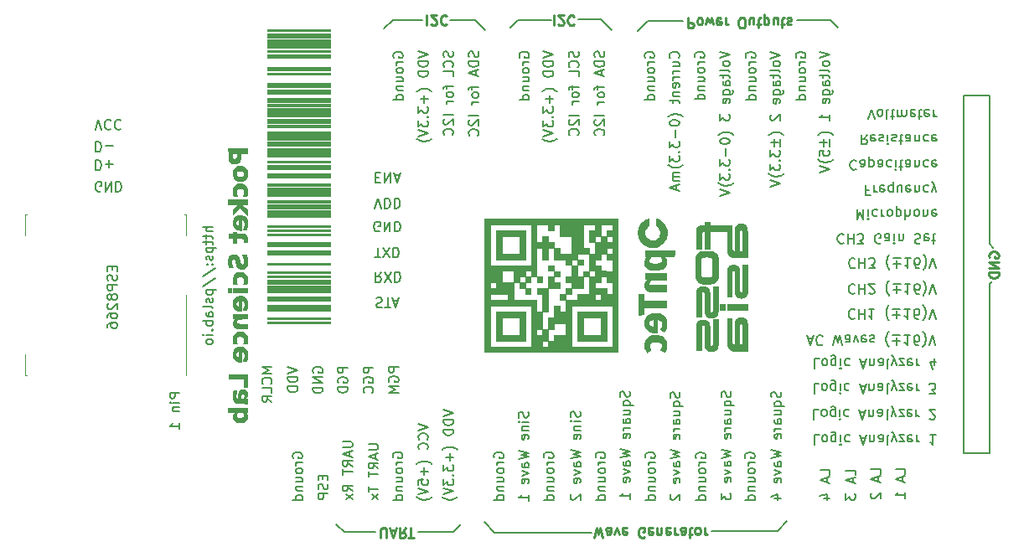
<source format=gbo>
G04 #@! TF.FileFunction,Legend,Bot*
%FSLAX46Y46*%
G04 Gerber Fmt 4.6, Leading zero omitted, Abs format (unit mm)*
G04 Created by KiCad (PCBNEW 4.0.7-e2-6376~58~ubuntu16.04.1) date Wed Sep 12 20:07:01 2018*
%MOMM*%
%LPD*%
G01*
G04 APERTURE LIST*
%ADD10C,0.100000*%
%ADD11C,0.200000*%
%ADD12C,0.250000*%
%ADD13C,0.010000*%
G04 APERTURE END LIST*
D10*
D11*
X110302381Y-81969047D02*
X109302381Y-81969047D01*
X110302381Y-82397619D02*
X109778571Y-82397619D01*
X109683333Y-82350000D01*
X109635714Y-82254762D01*
X109635714Y-82111904D01*
X109683333Y-82016666D01*
X109730952Y-81969047D01*
X109635714Y-82730952D02*
X109635714Y-83111904D01*
X109302381Y-82873809D02*
X110159524Y-82873809D01*
X110254762Y-82921428D01*
X110302381Y-83016666D01*
X110302381Y-83111904D01*
X109635714Y-83302381D02*
X109635714Y-83683333D01*
X109302381Y-83445238D02*
X110159524Y-83445238D01*
X110254762Y-83492857D01*
X110302381Y-83588095D01*
X110302381Y-83683333D01*
X109635714Y-84016667D02*
X110635714Y-84016667D01*
X109683333Y-84016667D02*
X109635714Y-84111905D01*
X109635714Y-84302382D01*
X109683333Y-84397620D01*
X109730952Y-84445239D01*
X109826190Y-84492858D01*
X110111905Y-84492858D01*
X110207143Y-84445239D01*
X110254762Y-84397620D01*
X110302381Y-84302382D01*
X110302381Y-84111905D01*
X110254762Y-84016667D01*
X110254762Y-84873810D02*
X110302381Y-84969048D01*
X110302381Y-85159524D01*
X110254762Y-85254763D01*
X110159524Y-85302382D01*
X110111905Y-85302382D01*
X110016667Y-85254763D01*
X109969048Y-85159524D01*
X109969048Y-85016667D01*
X109921429Y-84921429D01*
X109826190Y-84873810D01*
X109778571Y-84873810D01*
X109683333Y-84921429D01*
X109635714Y-85016667D01*
X109635714Y-85159524D01*
X109683333Y-85254763D01*
X110207143Y-85730953D02*
X110254762Y-85778572D01*
X110302381Y-85730953D01*
X110254762Y-85683334D01*
X110207143Y-85730953D01*
X110302381Y-85730953D01*
X109683333Y-85730953D02*
X109730952Y-85778572D01*
X109778571Y-85730953D01*
X109730952Y-85683334D01*
X109683333Y-85730953D01*
X109778571Y-85730953D01*
X109254762Y-86921429D02*
X110540476Y-86064286D01*
X109254762Y-87969048D02*
X110540476Y-87111905D01*
X109635714Y-88302381D02*
X110635714Y-88302381D01*
X109683333Y-88302381D02*
X109635714Y-88397619D01*
X109635714Y-88588096D01*
X109683333Y-88683334D01*
X109730952Y-88730953D01*
X109826190Y-88778572D01*
X110111905Y-88778572D01*
X110207143Y-88730953D01*
X110254762Y-88683334D01*
X110302381Y-88588096D01*
X110302381Y-88397619D01*
X110254762Y-88302381D01*
X110254762Y-89159524D02*
X110302381Y-89254762D01*
X110302381Y-89445238D01*
X110254762Y-89540477D01*
X110159524Y-89588096D01*
X110111905Y-89588096D01*
X110016667Y-89540477D01*
X109969048Y-89445238D01*
X109969048Y-89302381D01*
X109921429Y-89207143D01*
X109826190Y-89159524D01*
X109778571Y-89159524D01*
X109683333Y-89207143D01*
X109635714Y-89302381D01*
X109635714Y-89445238D01*
X109683333Y-89540477D01*
X110302381Y-90159524D02*
X110254762Y-90064286D01*
X110159524Y-90016667D01*
X109302381Y-90016667D01*
X110302381Y-90969049D02*
X109778571Y-90969049D01*
X109683333Y-90921430D01*
X109635714Y-90826192D01*
X109635714Y-90635715D01*
X109683333Y-90540477D01*
X110254762Y-90969049D02*
X110302381Y-90873811D01*
X110302381Y-90635715D01*
X110254762Y-90540477D01*
X110159524Y-90492858D01*
X110064286Y-90492858D01*
X109969048Y-90540477D01*
X109921429Y-90635715D01*
X109921429Y-90873811D01*
X109873810Y-90969049D01*
X110302381Y-91445239D02*
X109302381Y-91445239D01*
X109683333Y-91445239D02*
X109635714Y-91540477D01*
X109635714Y-91730954D01*
X109683333Y-91826192D01*
X109730952Y-91873811D01*
X109826190Y-91921430D01*
X110111905Y-91921430D01*
X110207143Y-91873811D01*
X110254762Y-91826192D01*
X110302381Y-91730954D01*
X110302381Y-91540477D01*
X110254762Y-91445239D01*
X110207143Y-92350001D02*
X110254762Y-92397620D01*
X110302381Y-92350001D01*
X110254762Y-92302382D01*
X110207143Y-92350001D01*
X110302381Y-92350001D01*
X110302381Y-92826191D02*
X109635714Y-92826191D01*
X109302381Y-92826191D02*
X109350000Y-92778572D01*
X109397619Y-92826191D01*
X109350000Y-92873810D01*
X109302381Y-92826191D01*
X109397619Y-92826191D01*
X110302381Y-93445238D02*
X110254762Y-93350000D01*
X110207143Y-93302381D01*
X110111905Y-93254762D01*
X109826190Y-93254762D01*
X109730952Y-93302381D01*
X109683333Y-93350000D01*
X109635714Y-93445238D01*
X109635714Y-93588096D01*
X109683333Y-93683334D01*
X109730952Y-93730953D01*
X109826190Y-93778572D01*
X110111905Y-93778572D01*
X110207143Y-93730953D01*
X110254762Y-93683334D01*
X110302381Y-93588096D01*
X110302381Y-93445238D01*
X126844762Y-89135238D02*
X126987619Y-89087619D01*
X127225715Y-89087619D01*
X127320953Y-89135238D01*
X127368572Y-89182857D01*
X127416191Y-89278095D01*
X127416191Y-89373333D01*
X127368572Y-89468571D01*
X127320953Y-89516190D01*
X127225715Y-89563810D01*
X127035238Y-89611429D01*
X126940000Y-89659048D01*
X126892381Y-89706667D01*
X126844762Y-89801905D01*
X126844762Y-89897143D01*
X126892381Y-89992381D01*
X126940000Y-90040000D01*
X127035238Y-90087619D01*
X127273334Y-90087619D01*
X127416191Y-90040000D01*
X127701905Y-90087619D02*
X128273334Y-90087619D01*
X127987619Y-89087619D02*
X127987619Y-90087619D01*
X128559048Y-89373333D02*
X129035239Y-89373333D01*
X128463810Y-89087619D02*
X128797143Y-90087619D01*
X129130477Y-89087619D01*
X127313334Y-86487619D02*
X126980000Y-86963810D01*
X126741905Y-86487619D02*
X126741905Y-87487619D01*
X127122858Y-87487619D01*
X127218096Y-87440000D01*
X127265715Y-87392381D01*
X127313334Y-87297143D01*
X127313334Y-87154286D01*
X127265715Y-87059048D01*
X127218096Y-87011429D01*
X127122858Y-86963810D01*
X126741905Y-86963810D01*
X127646667Y-87487619D02*
X128313334Y-86487619D01*
X128313334Y-87487619D02*
X127646667Y-86487619D01*
X128694286Y-86487619D02*
X128694286Y-87487619D01*
X128932381Y-87487619D01*
X129075239Y-87440000D01*
X129170477Y-87344762D01*
X129218096Y-87249524D01*
X129265715Y-87059048D01*
X129265715Y-86916190D01*
X129218096Y-86725714D01*
X129170477Y-86630476D01*
X129075239Y-86535238D01*
X128932381Y-86487619D01*
X128694286Y-86487619D01*
X126678095Y-85017619D02*
X127249524Y-85017619D01*
X126963809Y-84017619D02*
X126963809Y-85017619D01*
X127487619Y-85017619D02*
X128154286Y-84017619D01*
X128154286Y-85017619D02*
X127487619Y-84017619D01*
X128535238Y-84017619D02*
X128535238Y-85017619D01*
X128773333Y-85017619D01*
X128916191Y-84970000D01*
X129011429Y-84874762D01*
X129059048Y-84779524D01*
X129106667Y-84589048D01*
X129106667Y-84446190D01*
X129059048Y-84255714D01*
X129011429Y-84160476D01*
X128916191Y-84065238D01*
X128773333Y-84017619D01*
X128535238Y-84017619D01*
X127158096Y-82350000D02*
X127062858Y-82397619D01*
X126920001Y-82397619D01*
X126777143Y-82350000D01*
X126681905Y-82254762D01*
X126634286Y-82159524D01*
X126586667Y-81969048D01*
X126586667Y-81826190D01*
X126634286Y-81635714D01*
X126681905Y-81540476D01*
X126777143Y-81445238D01*
X126920001Y-81397619D01*
X127015239Y-81397619D01*
X127158096Y-81445238D01*
X127205715Y-81492857D01*
X127205715Y-81826190D01*
X127015239Y-81826190D01*
X127634286Y-81397619D02*
X127634286Y-82397619D01*
X128205715Y-81397619D01*
X128205715Y-82397619D01*
X128681905Y-81397619D02*
X128681905Y-82397619D01*
X128920000Y-82397619D01*
X129062858Y-82350000D01*
X129158096Y-82254762D01*
X129205715Y-82159524D01*
X129253334Y-81969048D01*
X129253334Y-81826190D01*
X129205715Y-81635714D01*
X129158096Y-81540476D01*
X129062858Y-81445238D01*
X128920000Y-81397619D01*
X128681905Y-81397619D01*
X126773333Y-76971429D02*
X127106667Y-76971429D01*
X127249524Y-76447619D02*
X126773333Y-76447619D01*
X126773333Y-77447619D01*
X127249524Y-77447619D01*
X127678095Y-76447619D02*
X127678095Y-77447619D01*
X128249524Y-76447619D01*
X128249524Y-77447619D01*
X128678095Y-76733333D02*
X129154286Y-76733333D01*
X128582857Y-76447619D02*
X128916190Y-77447619D01*
X129249524Y-76447619D01*
X126656667Y-80037619D02*
X126990000Y-79037619D01*
X127323334Y-80037619D01*
X127656667Y-79037619D02*
X127656667Y-80037619D01*
X127894762Y-80037619D01*
X128037620Y-79990000D01*
X128132858Y-79894762D01*
X128180477Y-79799524D01*
X128228096Y-79609048D01*
X128228096Y-79466190D01*
X128180477Y-79275714D01*
X128132858Y-79180476D01*
X128037620Y-79085238D01*
X127894762Y-79037619D01*
X127656667Y-79037619D01*
X128656667Y-79037619D02*
X128656667Y-80037619D01*
X128894762Y-80037619D01*
X129037620Y-79990000D01*
X129132858Y-79894762D01*
X129180477Y-79799524D01*
X129228096Y-79609048D01*
X129228096Y-79466190D01*
X129180477Y-79275714D01*
X129132858Y-79180476D01*
X129037620Y-79085238D01*
X128894762Y-79037619D01*
X128656667Y-79037619D01*
X129082381Y-96066667D02*
X128082381Y-96066667D01*
X128082381Y-96447620D01*
X128130000Y-96542858D01*
X128177619Y-96590477D01*
X128272857Y-96638096D01*
X128415714Y-96638096D01*
X128510952Y-96590477D01*
X128558571Y-96542858D01*
X128606190Y-96447620D01*
X128606190Y-96066667D01*
X128130000Y-97590477D02*
X128082381Y-97495239D01*
X128082381Y-97352382D01*
X128130000Y-97209524D01*
X128225238Y-97114286D01*
X128320476Y-97066667D01*
X128510952Y-97019048D01*
X128653810Y-97019048D01*
X128844286Y-97066667D01*
X128939524Y-97114286D01*
X129034762Y-97209524D01*
X129082381Y-97352382D01*
X129082381Y-97447620D01*
X129034762Y-97590477D01*
X128987143Y-97638096D01*
X128653810Y-97638096D01*
X128653810Y-97447620D01*
X129082381Y-98066667D02*
X128082381Y-98066667D01*
X128796667Y-98400001D01*
X128082381Y-98733334D01*
X129082381Y-98733334D01*
X126512381Y-96138095D02*
X125512381Y-96138095D01*
X125512381Y-96519048D01*
X125560000Y-96614286D01*
X125607619Y-96661905D01*
X125702857Y-96709524D01*
X125845714Y-96709524D01*
X125940952Y-96661905D01*
X125988571Y-96614286D01*
X126036190Y-96519048D01*
X126036190Y-96138095D01*
X125560000Y-97661905D02*
X125512381Y-97566667D01*
X125512381Y-97423810D01*
X125560000Y-97280952D01*
X125655238Y-97185714D01*
X125750476Y-97138095D01*
X125940952Y-97090476D01*
X126083810Y-97090476D01*
X126274286Y-97138095D01*
X126369524Y-97185714D01*
X126464762Y-97280952D01*
X126512381Y-97423810D01*
X126512381Y-97519048D01*
X126464762Y-97661905D01*
X126417143Y-97709524D01*
X126083810Y-97709524D01*
X126083810Y-97519048D01*
X126417143Y-98709524D02*
X126464762Y-98661905D01*
X126512381Y-98519048D01*
X126512381Y-98423810D01*
X126464762Y-98280952D01*
X126369524Y-98185714D01*
X126274286Y-98138095D01*
X126083810Y-98090476D01*
X125940952Y-98090476D01*
X125750476Y-98138095D01*
X125655238Y-98185714D01*
X125560000Y-98280952D01*
X125512381Y-98423810D01*
X125512381Y-98519048D01*
X125560000Y-98661905D01*
X125607619Y-98709524D01*
X116272381Y-96071905D02*
X115272381Y-96071905D01*
X115986667Y-96405239D01*
X115272381Y-96738572D01*
X116272381Y-96738572D01*
X116177143Y-97786191D02*
X116224762Y-97738572D01*
X116272381Y-97595715D01*
X116272381Y-97500477D01*
X116224762Y-97357619D01*
X116129524Y-97262381D01*
X116034286Y-97214762D01*
X115843810Y-97167143D01*
X115700952Y-97167143D01*
X115510476Y-97214762D01*
X115415238Y-97262381D01*
X115320000Y-97357619D01*
X115272381Y-97500477D01*
X115272381Y-97595715D01*
X115320000Y-97738572D01*
X115367619Y-97786191D01*
X116272381Y-98690953D02*
X116272381Y-98214762D01*
X115272381Y-98214762D01*
X116272381Y-99595715D02*
X115796190Y-99262381D01*
X116272381Y-99024286D02*
X115272381Y-99024286D01*
X115272381Y-99405239D01*
X115320000Y-99500477D01*
X115367619Y-99548096D01*
X115462857Y-99595715D01*
X115605714Y-99595715D01*
X115700952Y-99548096D01*
X115748571Y-99500477D01*
X115796190Y-99405239D01*
X115796190Y-99024286D01*
X117882381Y-96066667D02*
X118882381Y-96400000D01*
X117882381Y-96733334D01*
X118882381Y-97066667D02*
X117882381Y-97066667D01*
X117882381Y-97304762D01*
X117930000Y-97447620D01*
X118025238Y-97542858D01*
X118120476Y-97590477D01*
X118310952Y-97638096D01*
X118453810Y-97638096D01*
X118644286Y-97590477D01*
X118739524Y-97542858D01*
X118834762Y-97447620D01*
X118882381Y-97304762D01*
X118882381Y-97066667D01*
X118882381Y-98066667D02*
X117882381Y-98066667D01*
X117882381Y-98304762D01*
X117930000Y-98447620D01*
X118025238Y-98542858D01*
X118120476Y-98590477D01*
X118310952Y-98638096D01*
X118453810Y-98638096D01*
X118644286Y-98590477D01*
X118739524Y-98542858D01*
X118834762Y-98447620D01*
X118882381Y-98304762D01*
X118882381Y-98066667D01*
X120460000Y-96638096D02*
X120412381Y-96542858D01*
X120412381Y-96400001D01*
X120460000Y-96257143D01*
X120555238Y-96161905D01*
X120650476Y-96114286D01*
X120840952Y-96066667D01*
X120983810Y-96066667D01*
X121174286Y-96114286D01*
X121269524Y-96161905D01*
X121364762Y-96257143D01*
X121412381Y-96400001D01*
X121412381Y-96495239D01*
X121364762Y-96638096D01*
X121317143Y-96685715D01*
X120983810Y-96685715D01*
X120983810Y-96495239D01*
X121412381Y-97114286D02*
X120412381Y-97114286D01*
X121412381Y-97685715D01*
X120412381Y-97685715D01*
X121412381Y-98161905D02*
X120412381Y-98161905D01*
X120412381Y-98400000D01*
X120460000Y-98542858D01*
X120555238Y-98638096D01*
X120650476Y-98685715D01*
X120840952Y-98733334D01*
X120983810Y-98733334D01*
X121174286Y-98685715D01*
X121269524Y-98638096D01*
X121364762Y-98542858D01*
X121412381Y-98400000D01*
X121412381Y-98161905D01*
X123932381Y-96138095D02*
X122932381Y-96138095D01*
X122932381Y-96519048D01*
X122980000Y-96614286D01*
X123027619Y-96661905D01*
X123122857Y-96709524D01*
X123265714Y-96709524D01*
X123360952Y-96661905D01*
X123408571Y-96614286D01*
X123456190Y-96519048D01*
X123456190Y-96138095D01*
X122980000Y-97661905D02*
X122932381Y-97566667D01*
X122932381Y-97423810D01*
X122980000Y-97280952D01*
X123075238Y-97185714D01*
X123170476Y-97138095D01*
X123360952Y-97090476D01*
X123503810Y-97090476D01*
X123694286Y-97138095D01*
X123789524Y-97185714D01*
X123884762Y-97280952D01*
X123932381Y-97423810D01*
X123932381Y-97519048D01*
X123884762Y-97661905D01*
X123837143Y-97709524D01*
X123503810Y-97709524D01*
X123503810Y-97519048D01*
X123932381Y-98138095D02*
X122932381Y-98138095D01*
X122932381Y-98376190D01*
X122980000Y-98519048D01*
X123075238Y-98614286D01*
X123170476Y-98661905D01*
X123360952Y-98709524D01*
X123503810Y-98709524D01*
X123694286Y-98661905D01*
X123789524Y-98614286D01*
X123884762Y-98519048D01*
X123932381Y-98376190D01*
X123932381Y-98138095D01*
X147224762Y-64215714D02*
X147272381Y-64358571D01*
X147272381Y-64596667D01*
X147224762Y-64691905D01*
X147177143Y-64739524D01*
X147081905Y-64787143D01*
X146986667Y-64787143D01*
X146891429Y-64739524D01*
X146843810Y-64691905D01*
X146796190Y-64596667D01*
X146748571Y-64406190D01*
X146700952Y-64310952D01*
X146653333Y-64263333D01*
X146558095Y-64215714D01*
X146462857Y-64215714D01*
X146367619Y-64263333D01*
X146320000Y-64310952D01*
X146272381Y-64406190D01*
X146272381Y-64644286D01*
X146320000Y-64787143D01*
X147177143Y-65787143D02*
X147224762Y-65739524D01*
X147272381Y-65596667D01*
X147272381Y-65501429D01*
X147224762Y-65358571D01*
X147129524Y-65263333D01*
X147034286Y-65215714D01*
X146843810Y-65168095D01*
X146700952Y-65168095D01*
X146510476Y-65215714D01*
X146415238Y-65263333D01*
X146320000Y-65358571D01*
X146272381Y-65501429D01*
X146272381Y-65596667D01*
X146320000Y-65739524D01*
X146367619Y-65787143D01*
X147272381Y-66691905D02*
X147272381Y-66215714D01*
X146272381Y-66215714D01*
X146605714Y-67644286D02*
X146605714Y-68025238D01*
X147272381Y-67787143D02*
X146415238Y-67787143D01*
X146320000Y-67834762D01*
X146272381Y-67930000D01*
X146272381Y-68025238D01*
X147272381Y-68501429D02*
X147224762Y-68406191D01*
X147177143Y-68358572D01*
X147081905Y-68310953D01*
X146796190Y-68310953D01*
X146700952Y-68358572D01*
X146653333Y-68406191D01*
X146605714Y-68501429D01*
X146605714Y-68644287D01*
X146653333Y-68739525D01*
X146700952Y-68787144D01*
X146796190Y-68834763D01*
X147081905Y-68834763D01*
X147177143Y-68787144D01*
X147224762Y-68739525D01*
X147272381Y-68644287D01*
X147272381Y-68501429D01*
X147272381Y-69263334D02*
X146605714Y-69263334D01*
X146796190Y-69263334D02*
X146700952Y-69310953D01*
X146653333Y-69358572D01*
X146605714Y-69453810D01*
X146605714Y-69549049D01*
X147272381Y-70644287D02*
X146272381Y-70644287D01*
X146367619Y-71072858D02*
X146320000Y-71120477D01*
X146272381Y-71215715D01*
X146272381Y-71453811D01*
X146320000Y-71549049D01*
X146367619Y-71596668D01*
X146462857Y-71644287D01*
X146558095Y-71644287D01*
X146700952Y-71596668D01*
X147272381Y-71025239D01*
X147272381Y-71644287D01*
X147177143Y-72644287D02*
X147224762Y-72596668D01*
X147272381Y-72453811D01*
X147272381Y-72358573D01*
X147224762Y-72215715D01*
X147129524Y-72120477D01*
X147034286Y-72072858D01*
X146843810Y-72025239D01*
X146700952Y-72025239D01*
X146510476Y-72072858D01*
X146415238Y-72120477D01*
X146320000Y-72215715D01*
X146272381Y-72358573D01*
X146272381Y-72453811D01*
X146320000Y-72596668D01*
X146367619Y-72644287D01*
X149824762Y-64191904D02*
X149872381Y-64334761D01*
X149872381Y-64572857D01*
X149824762Y-64668095D01*
X149777143Y-64715714D01*
X149681905Y-64763333D01*
X149586667Y-64763333D01*
X149491429Y-64715714D01*
X149443810Y-64668095D01*
X149396190Y-64572857D01*
X149348571Y-64382380D01*
X149300952Y-64287142D01*
X149253333Y-64239523D01*
X149158095Y-64191904D01*
X149062857Y-64191904D01*
X148967619Y-64239523D01*
X148920000Y-64287142D01*
X148872381Y-64382380D01*
X148872381Y-64620476D01*
X148920000Y-64763333D01*
X149872381Y-65191904D02*
X148872381Y-65191904D01*
X148872381Y-65429999D01*
X148920000Y-65572857D01*
X149015238Y-65668095D01*
X149110476Y-65715714D01*
X149300952Y-65763333D01*
X149443810Y-65763333D01*
X149634286Y-65715714D01*
X149729524Y-65668095D01*
X149824762Y-65572857D01*
X149872381Y-65429999D01*
X149872381Y-65191904D01*
X149586667Y-66144285D02*
X149586667Y-66620476D01*
X149872381Y-66049047D02*
X148872381Y-66382380D01*
X149872381Y-66715714D01*
X149205714Y-67668095D02*
X149205714Y-68049047D01*
X149872381Y-67810952D02*
X149015238Y-67810952D01*
X148920000Y-67858571D01*
X148872381Y-67953809D01*
X148872381Y-68049047D01*
X149872381Y-68525238D02*
X149824762Y-68430000D01*
X149777143Y-68382381D01*
X149681905Y-68334762D01*
X149396190Y-68334762D01*
X149300952Y-68382381D01*
X149253333Y-68430000D01*
X149205714Y-68525238D01*
X149205714Y-68668096D01*
X149253333Y-68763334D01*
X149300952Y-68810953D01*
X149396190Y-68858572D01*
X149681905Y-68858572D01*
X149777143Y-68810953D01*
X149824762Y-68763334D01*
X149872381Y-68668096D01*
X149872381Y-68525238D01*
X149872381Y-69287143D02*
X149205714Y-69287143D01*
X149396190Y-69287143D02*
X149300952Y-69334762D01*
X149253333Y-69382381D01*
X149205714Y-69477619D01*
X149205714Y-69572858D01*
X149872381Y-70668096D02*
X148872381Y-70668096D01*
X148967619Y-71096667D02*
X148920000Y-71144286D01*
X148872381Y-71239524D01*
X148872381Y-71477620D01*
X148920000Y-71572858D01*
X148967619Y-71620477D01*
X149062857Y-71668096D01*
X149158095Y-71668096D01*
X149300952Y-71620477D01*
X149872381Y-71049048D01*
X149872381Y-71668096D01*
X149777143Y-72668096D02*
X149824762Y-72620477D01*
X149872381Y-72477620D01*
X149872381Y-72382382D01*
X149824762Y-72239524D01*
X149729524Y-72144286D01*
X149634286Y-72096667D01*
X149443810Y-72049048D01*
X149300952Y-72049048D01*
X149110476Y-72096667D01*
X149015238Y-72144286D01*
X148920000Y-72239524D01*
X148872381Y-72382382D01*
X148872381Y-72477620D01*
X148920000Y-72620477D01*
X148967619Y-72668096D01*
X143702381Y-64200952D02*
X144702381Y-64534285D01*
X143702381Y-64867619D01*
X144702381Y-65200952D02*
X143702381Y-65200952D01*
X143702381Y-65439047D01*
X143750000Y-65581905D01*
X143845238Y-65677143D01*
X143940476Y-65724762D01*
X144130952Y-65772381D01*
X144273810Y-65772381D01*
X144464286Y-65724762D01*
X144559524Y-65677143D01*
X144654762Y-65581905D01*
X144702381Y-65439047D01*
X144702381Y-65200952D01*
X144702381Y-66200952D02*
X143702381Y-66200952D01*
X143702381Y-66439047D01*
X143750000Y-66581905D01*
X143845238Y-66677143D01*
X143940476Y-66724762D01*
X144130952Y-66772381D01*
X144273810Y-66772381D01*
X144464286Y-66724762D01*
X144559524Y-66677143D01*
X144654762Y-66581905D01*
X144702381Y-66439047D01*
X144702381Y-66200952D01*
X145083333Y-68248572D02*
X145035714Y-68200952D01*
X144892857Y-68105714D01*
X144797619Y-68058095D01*
X144654762Y-68010476D01*
X144416667Y-67962857D01*
X144226190Y-67962857D01*
X143988095Y-68010476D01*
X143845238Y-68058095D01*
X143750000Y-68105714D01*
X143607143Y-68200952D01*
X143559524Y-68248572D01*
X144321429Y-68629524D02*
X144321429Y-69391429D01*
X144702381Y-69010477D02*
X143940476Y-69010477D01*
X143702381Y-69772381D02*
X143702381Y-70391429D01*
X144083333Y-70058095D01*
X144083333Y-70200953D01*
X144130952Y-70296191D01*
X144178571Y-70343810D01*
X144273810Y-70391429D01*
X144511905Y-70391429D01*
X144607143Y-70343810D01*
X144654762Y-70296191D01*
X144702381Y-70200953D01*
X144702381Y-69915238D01*
X144654762Y-69820000D01*
X144607143Y-69772381D01*
X144607143Y-70820000D02*
X144654762Y-70867619D01*
X144702381Y-70820000D01*
X144654762Y-70772381D01*
X144607143Y-70820000D01*
X144702381Y-70820000D01*
X143702381Y-71200952D02*
X143702381Y-71820000D01*
X144083333Y-71486666D01*
X144083333Y-71629524D01*
X144130952Y-71724762D01*
X144178571Y-71772381D01*
X144273810Y-71820000D01*
X144511905Y-71820000D01*
X144607143Y-71772381D01*
X144654762Y-71724762D01*
X144702381Y-71629524D01*
X144702381Y-71343809D01*
X144654762Y-71248571D01*
X144607143Y-71200952D01*
X143702381Y-72105714D02*
X144702381Y-72439047D01*
X143702381Y-72772381D01*
X145083333Y-73010476D02*
X145035714Y-73058095D01*
X144892857Y-73153333D01*
X144797619Y-73200952D01*
X144654762Y-73248571D01*
X144416667Y-73296190D01*
X144226190Y-73296190D01*
X143988095Y-73248571D01*
X143845238Y-73200952D01*
X143750000Y-73153333D01*
X143607143Y-73058095D01*
X143559524Y-73010476D01*
X131052381Y-64200952D02*
X132052381Y-64534285D01*
X131052381Y-64867619D01*
X132052381Y-65200952D02*
X131052381Y-65200952D01*
X131052381Y-65439047D01*
X131100000Y-65581905D01*
X131195238Y-65677143D01*
X131290476Y-65724762D01*
X131480952Y-65772381D01*
X131623810Y-65772381D01*
X131814286Y-65724762D01*
X131909524Y-65677143D01*
X132004762Y-65581905D01*
X132052381Y-65439047D01*
X132052381Y-65200952D01*
X132052381Y-66200952D02*
X131052381Y-66200952D01*
X131052381Y-66439047D01*
X131100000Y-66581905D01*
X131195238Y-66677143D01*
X131290476Y-66724762D01*
X131480952Y-66772381D01*
X131623810Y-66772381D01*
X131814286Y-66724762D01*
X131909524Y-66677143D01*
X132004762Y-66581905D01*
X132052381Y-66439047D01*
X132052381Y-66200952D01*
X132433333Y-68248572D02*
X132385714Y-68200952D01*
X132242857Y-68105714D01*
X132147619Y-68058095D01*
X132004762Y-68010476D01*
X131766667Y-67962857D01*
X131576190Y-67962857D01*
X131338095Y-68010476D01*
X131195238Y-68058095D01*
X131100000Y-68105714D01*
X130957143Y-68200952D01*
X130909524Y-68248572D01*
X131671429Y-68629524D02*
X131671429Y-69391429D01*
X132052381Y-69010477D02*
X131290476Y-69010477D01*
X131052381Y-69772381D02*
X131052381Y-70391429D01*
X131433333Y-70058095D01*
X131433333Y-70200953D01*
X131480952Y-70296191D01*
X131528571Y-70343810D01*
X131623810Y-70391429D01*
X131861905Y-70391429D01*
X131957143Y-70343810D01*
X132004762Y-70296191D01*
X132052381Y-70200953D01*
X132052381Y-69915238D01*
X132004762Y-69820000D01*
X131957143Y-69772381D01*
X131957143Y-70820000D02*
X132004762Y-70867619D01*
X132052381Y-70820000D01*
X132004762Y-70772381D01*
X131957143Y-70820000D01*
X132052381Y-70820000D01*
X131052381Y-71200952D02*
X131052381Y-71820000D01*
X131433333Y-71486666D01*
X131433333Y-71629524D01*
X131480952Y-71724762D01*
X131528571Y-71772381D01*
X131623810Y-71820000D01*
X131861905Y-71820000D01*
X131957143Y-71772381D01*
X132004762Y-71724762D01*
X132052381Y-71629524D01*
X132052381Y-71343809D01*
X132004762Y-71248571D01*
X131957143Y-71200952D01*
X131052381Y-72105714D02*
X132052381Y-72439047D01*
X131052381Y-72772381D01*
X132433333Y-73010476D02*
X132385714Y-73058095D01*
X132242857Y-73153333D01*
X132147619Y-73200952D01*
X132004762Y-73248571D01*
X131766667Y-73296190D01*
X131576190Y-73296190D01*
X131338095Y-73248571D01*
X131195238Y-73200952D01*
X131100000Y-73153333D01*
X130957143Y-73058095D01*
X130909524Y-73010476D01*
X128570000Y-64802857D02*
X128522381Y-64707619D01*
X128522381Y-64564762D01*
X128570000Y-64421904D01*
X128665238Y-64326666D01*
X128760476Y-64279047D01*
X128950952Y-64231428D01*
X129093810Y-64231428D01*
X129284286Y-64279047D01*
X129379524Y-64326666D01*
X129474762Y-64421904D01*
X129522381Y-64564762D01*
X129522381Y-64660000D01*
X129474762Y-64802857D01*
X129427143Y-64850476D01*
X129093810Y-64850476D01*
X129093810Y-64660000D01*
X129522381Y-65279047D02*
X128855714Y-65279047D01*
X129046190Y-65279047D02*
X128950952Y-65326666D01*
X128903333Y-65374285D01*
X128855714Y-65469523D01*
X128855714Y-65564762D01*
X129522381Y-66040952D02*
X129474762Y-65945714D01*
X129427143Y-65898095D01*
X129331905Y-65850476D01*
X129046190Y-65850476D01*
X128950952Y-65898095D01*
X128903333Y-65945714D01*
X128855714Y-66040952D01*
X128855714Y-66183810D01*
X128903333Y-66279048D01*
X128950952Y-66326667D01*
X129046190Y-66374286D01*
X129331905Y-66374286D01*
X129427143Y-66326667D01*
X129474762Y-66279048D01*
X129522381Y-66183810D01*
X129522381Y-66040952D01*
X128855714Y-67231429D02*
X129522381Y-67231429D01*
X128855714Y-66802857D02*
X129379524Y-66802857D01*
X129474762Y-66850476D01*
X129522381Y-66945714D01*
X129522381Y-67088572D01*
X129474762Y-67183810D01*
X129427143Y-67231429D01*
X128855714Y-67707619D02*
X129522381Y-67707619D01*
X128950952Y-67707619D02*
X128903333Y-67755238D01*
X128855714Y-67850476D01*
X128855714Y-67993334D01*
X128903333Y-68088572D01*
X128998571Y-68136191D01*
X129522381Y-68136191D01*
X129522381Y-69040953D02*
X128522381Y-69040953D01*
X129474762Y-69040953D02*
X129522381Y-68945715D01*
X129522381Y-68755238D01*
X129474762Y-68660000D01*
X129427143Y-68612381D01*
X129331905Y-68564762D01*
X129046190Y-68564762D01*
X128950952Y-68612381D01*
X128903333Y-68660000D01*
X128855714Y-68755238D01*
X128855714Y-68945715D01*
X128903333Y-69040953D01*
X141310000Y-64802857D02*
X141262381Y-64707619D01*
X141262381Y-64564762D01*
X141310000Y-64421904D01*
X141405238Y-64326666D01*
X141500476Y-64279047D01*
X141690952Y-64231428D01*
X141833810Y-64231428D01*
X142024286Y-64279047D01*
X142119524Y-64326666D01*
X142214762Y-64421904D01*
X142262381Y-64564762D01*
X142262381Y-64660000D01*
X142214762Y-64802857D01*
X142167143Y-64850476D01*
X141833810Y-64850476D01*
X141833810Y-64660000D01*
X142262381Y-65279047D02*
X141595714Y-65279047D01*
X141786190Y-65279047D02*
X141690952Y-65326666D01*
X141643333Y-65374285D01*
X141595714Y-65469523D01*
X141595714Y-65564762D01*
X142262381Y-66040952D02*
X142214762Y-65945714D01*
X142167143Y-65898095D01*
X142071905Y-65850476D01*
X141786190Y-65850476D01*
X141690952Y-65898095D01*
X141643333Y-65945714D01*
X141595714Y-66040952D01*
X141595714Y-66183810D01*
X141643333Y-66279048D01*
X141690952Y-66326667D01*
X141786190Y-66374286D01*
X142071905Y-66374286D01*
X142167143Y-66326667D01*
X142214762Y-66279048D01*
X142262381Y-66183810D01*
X142262381Y-66040952D01*
X141595714Y-67231429D02*
X142262381Y-67231429D01*
X141595714Y-66802857D02*
X142119524Y-66802857D01*
X142214762Y-66850476D01*
X142262381Y-66945714D01*
X142262381Y-67088572D01*
X142214762Y-67183810D01*
X142167143Y-67231429D01*
X141595714Y-67707619D02*
X142262381Y-67707619D01*
X141690952Y-67707619D02*
X141643333Y-67755238D01*
X141595714Y-67850476D01*
X141595714Y-67993334D01*
X141643333Y-68088572D01*
X141738571Y-68136191D01*
X142262381Y-68136191D01*
X142262381Y-69040953D02*
X141262381Y-69040953D01*
X142214762Y-69040953D02*
X142262381Y-68945715D01*
X142262381Y-68755238D01*
X142214762Y-68660000D01*
X142167143Y-68612381D01*
X142071905Y-68564762D01*
X141786190Y-68564762D01*
X141690952Y-68612381D01*
X141643333Y-68660000D01*
X141595714Y-68755238D01*
X141595714Y-68945715D01*
X141643333Y-69040953D01*
X153970000Y-64802857D02*
X153922381Y-64707619D01*
X153922381Y-64564762D01*
X153970000Y-64421904D01*
X154065238Y-64326666D01*
X154160476Y-64279047D01*
X154350952Y-64231428D01*
X154493810Y-64231428D01*
X154684286Y-64279047D01*
X154779524Y-64326666D01*
X154874762Y-64421904D01*
X154922381Y-64564762D01*
X154922381Y-64660000D01*
X154874762Y-64802857D01*
X154827143Y-64850476D01*
X154493810Y-64850476D01*
X154493810Y-64660000D01*
X154922381Y-65279047D02*
X154255714Y-65279047D01*
X154446190Y-65279047D02*
X154350952Y-65326666D01*
X154303333Y-65374285D01*
X154255714Y-65469523D01*
X154255714Y-65564762D01*
X154922381Y-66040952D02*
X154874762Y-65945714D01*
X154827143Y-65898095D01*
X154731905Y-65850476D01*
X154446190Y-65850476D01*
X154350952Y-65898095D01*
X154303333Y-65945714D01*
X154255714Y-66040952D01*
X154255714Y-66183810D01*
X154303333Y-66279048D01*
X154350952Y-66326667D01*
X154446190Y-66374286D01*
X154731905Y-66374286D01*
X154827143Y-66326667D01*
X154874762Y-66279048D01*
X154922381Y-66183810D01*
X154922381Y-66040952D01*
X154255714Y-67231429D02*
X154922381Y-67231429D01*
X154255714Y-66802857D02*
X154779524Y-66802857D01*
X154874762Y-66850476D01*
X154922381Y-66945714D01*
X154922381Y-67088572D01*
X154874762Y-67183810D01*
X154827143Y-67231429D01*
X154255714Y-67707619D02*
X154922381Y-67707619D01*
X154350952Y-67707619D02*
X154303333Y-67755238D01*
X154255714Y-67850476D01*
X154255714Y-67993334D01*
X154303333Y-68088572D01*
X154398571Y-68136191D01*
X154922381Y-68136191D01*
X154922381Y-69040953D02*
X153922381Y-69040953D01*
X154874762Y-69040953D02*
X154922381Y-68945715D01*
X154922381Y-68755238D01*
X154874762Y-68660000D01*
X154827143Y-68612381D01*
X154731905Y-68564762D01*
X154446190Y-68564762D01*
X154350952Y-68612381D01*
X154303333Y-68660000D01*
X154255714Y-68755238D01*
X154255714Y-68945715D01*
X154303333Y-69040953D01*
X159030000Y-64782857D02*
X158982381Y-64687619D01*
X158982381Y-64544762D01*
X159030000Y-64401904D01*
X159125238Y-64306666D01*
X159220476Y-64259047D01*
X159410952Y-64211428D01*
X159553810Y-64211428D01*
X159744286Y-64259047D01*
X159839524Y-64306666D01*
X159934762Y-64401904D01*
X159982381Y-64544762D01*
X159982381Y-64640000D01*
X159934762Y-64782857D01*
X159887143Y-64830476D01*
X159553810Y-64830476D01*
X159553810Y-64640000D01*
X159982381Y-65259047D02*
X159315714Y-65259047D01*
X159506190Y-65259047D02*
X159410952Y-65306666D01*
X159363333Y-65354285D01*
X159315714Y-65449523D01*
X159315714Y-65544762D01*
X159982381Y-66020952D02*
X159934762Y-65925714D01*
X159887143Y-65878095D01*
X159791905Y-65830476D01*
X159506190Y-65830476D01*
X159410952Y-65878095D01*
X159363333Y-65925714D01*
X159315714Y-66020952D01*
X159315714Y-66163810D01*
X159363333Y-66259048D01*
X159410952Y-66306667D01*
X159506190Y-66354286D01*
X159791905Y-66354286D01*
X159887143Y-66306667D01*
X159934762Y-66259048D01*
X159982381Y-66163810D01*
X159982381Y-66020952D01*
X159315714Y-67211429D02*
X159982381Y-67211429D01*
X159315714Y-66782857D02*
X159839524Y-66782857D01*
X159934762Y-66830476D01*
X159982381Y-66925714D01*
X159982381Y-67068572D01*
X159934762Y-67163810D01*
X159887143Y-67211429D01*
X159315714Y-67687619D02*
X159982381Y-67687619D01*
X159410952Y-67687619D02*
X159363333Y-67735238D01*
X159315714Y-67830476D01*
X159315714Y-67973334D01*
X159363333Y-68068572D01*
X159458571Y-68116191D01*
X159982381Y-68116191D01*
X159982381Y-69020953D02*
X158982381Y-69020953D01*
X159934762Y-69020953D02*
X159982381Y-68925715D01*
X159982381Y-68735238D01*
X159934762Y-68640000D01*
X159887143Y-68592381D01*
X159791905Y-68544762D01*
X159506190Y-68544762D01*
X159410952Y-68592381D01*
X159363333Y-68640000D01*
X159315714Y-68735238D01*
X159315714Y-68925715D01*
X159363333Y-69020953D01*
X164190000Y-64812857D02*
X164142381Y-64717619D01*
X164142381Y-64574762D01*
X164190000Y-64431904D01*
X164285238Y-64336666D01*
X164380476Y-64289047D01*
X164570952Y-64241428D01*
X164713810Y-64241428D01*
X164904286Y-64289047D01*
X164999524Y-64336666D01*
X165094762Y-64431904D01*
X165142381Y-64574762D01*
X165142381Y-64670000D01*
X165094762Y-64812857D01*
X165047143Y-64860476D01*
X164713810Y-64860476D01*
X164713810Y-64670000D01*
X165142381Y-65289047D02*
X164475714Y-65289047D01*
X164666190Y-65289047D02*
X164570952Y-65336666D01*
X164523333Y-65384285D01*
X164475714Y-65479523D01*
X164475714Y-65574762D01*
X165142381Y-66050952D02*
X165094762Y-65955714D01*
X165047143Y-65908095D01*
X164951905Y-65860476D01*
X164666190Y-65860476D01*
X164570952Y-65908095D01*
X164523333Y-65955714D01*
X164475714Y-66050952D01*
X164475714Y-66193810D01*
X164523333Y-66289048D01*
X164570952Y-66336667D01*
X164666190Y-66384286D01*
X164951905Y-66384286D01*
X165047143Y-66336667D01*
X165094762Y-66289048D01*
X165142381Y-66193810D01*
X165142381Y-66050952D01*
X164475714Y-67241429D02*
X165142381Y-67241429D01*
X164475714Y-66812857D02*
X164999524Y-66812857D01*
X165094762Y-66860476D01*
X165142381Y-66955714D01*
X165142381Y-67098572D01*
X165094762Y-67193810D01*
X165047143Y-67241429D01*
X164475714Y-67717619D02*
X165142381Y-67717619D01*
X164570952Y-67717619D02*
X164523333Y-67765238D01*
X164475714Y-67860476D01*
X164475714Y-68003334D01*
X164523333Y-68098572D01*
X164618571Y-68146191D01*
X165142381Y-68146191D01*
X165142381Y-69050953D02*
X164142381Y-69050953D01*
X165094762Y-69050953D02*
X165142381Y-68955715D01*
X165142381Y-68765238D01*
X165094762Y-68670000D01*
X165047143Y-68622381D01*
X164951905Y-68574762D01*
X164666190Y-68574762D01*
X164570952Y-68622381D01*
X164523333Y-68670000D01*
X164475714Y-68765238D01*
X164475714Y-68955715D01*
X164523333Y-69050953D01*
X169250000Y-64812857D02*
X169202381Y-64717619D01*
X169202381Y-64574762D01*
X169250000Y-64431904D01*
X169345238Y-64336666D01*
X169440476Y-64289047D01*
X169630952Y-64241428D01*
X169773810Y-64241428D01*
X169964286Y-64289047D01*
X170059524Y-64336666D01*
X170154762Y-64431904D01*
X170202381Y-64574762D01*
X170202381Y-64670000D01*
X170154762Y-64812857D01*
X170107143Y-64860476D01*
X169773810Y-64860476D01*
X169773810Y-64670000D01*
X170202381Y-65289047D02*
X169535714Y-65289047D01*
X169726190Y-65289047D02*
X169630952Y-65336666D01*
X169583333Y-65384285D01*
X169535714Y-65479523D01*
X169535714Y-65574762D01*
X170202381Y-66050952D02*
X170154762Y-65955714D01*
X170107143Y-65908095D01*
X170011905Y-65860476D01*
X169726190Y-65860476D01*
X169630952Y-65908095D01*
X169583333Y-65955714D01*
X169535714Y-66050952D01*
X169535714Y-66193810D01*
X169583333Y-66289048D01*
X169630952Y-66336667D01*
X169726190Y-66384286D01*
X170011905Y-66384286D01*
X170107143Y-66336667D01*
X170154762Y-66289048D01*
X170202381Y-66193810D01*
X170202381Y-66050952D01*
X169535714Y-67241429D02*
X170202381Y-67241429D01*
X169535714Y-66812857D02*
X170059524Y-66812857D01*
X170154762Y-66860476D01*
X170202381Y-66955714D01*
X170202381Y-67098572D01*
X170154762Y-67193810D01*
X170107143Y-67241429D01*
X169535714Y-67717619D02*
X170202381Y-67717619D01*
X169630952Y-67717619D02*
X169583333Y-67765238D01*
X169535714Y-67860476D01*
X169535714Y-68003334D01*
X169583333Y-68098572D01*
X169678571Y-68146191D01*
X170202381Y-68146191D01*
X170202381Y-69050953D02*
X169202381Y-69050953D01*
X170154762Y-69050953D02*
X170202381Y-68955715D01*
X170202381Y-68765238D01*
X170154762Y-68670000D01*
X170107143Y-68622381D01*
X170011905Y-68574762D01*
X169726190Y-68574762D01*
X169630952Y-68622381D01*
X169583333Y-68670000D01*
X169535714Y-68765238D01*
X169535714Y-68955715D01*
X169583333Y-69050953D01*
X171580952Y-102977619D02*
X171104761Y-102977619D01*
X171104761Y-103977619D01*
X172057142Y-102977619D02*
X171961904Y-103025238D01*
X171914285Y-103072857D01*
X171866666Y-103168095D01*
X171866666Y-103453810D01*
X171914285Y-103549048D01*
X171961904Y-103596667D01*
X172057142Y-103644286D01*
X172200000Y-103644286D01*
X172295238Y-103596667D01*
X172342857Y-103549048D01*
X172390476Y-103453810D01*
X172390476Y-103168095D01*
X172342857Y-103072857D01*
X172295238Y-103025238D01*
X172200000Y-102977619D01*
X172057142Y-102977619D01*
X173247619Y-103644286D02*
X173247619Y-102834762D01*
X173200000Y-102739524D01*
X173152381Y-102691905D01*
X173057142Y-102644286D01*
X172914285Y-102644286D01*
X172819047Y-102691905D01*
X173247619Y-103025238D02*
X173152381Y-102977619D01*
X172961904Y-102977619D01*
X172866666Y-103025238D01*
X172819047Y-103072857D01*
X172771428Y-103168095D01*
X172771428Y-103453810D01*
X172819047Y-103549048D01*
X172866666Y-103596667D01*
X172961904Y-103644286D01*
X173152381Y-103644286D01*
X173247619Y-103596667D01*
X173723809Y-102977619D02*
X173723809Y-103644286D01*
X173723809Y-103977619D02*
X173676190Y-103930000D01*
X173723809Y-103882381D01*
X173771428Y-103930000D01*
X173723809Y-103977619D01*
X173723809Y-103882381D01*
X174628571Y-103025238D02*
X174533333Y-102977619D01*
X174342856Y-102977619D01*
X174247618Y-103025238D01*
X174199999Y-103072857D01*
X174152380Y-103168095D01*
X174152380Y-103453810D01*
X174199999Y-103549048D01*
X174247618Y-103596667D01*
X174342856Y-103644286D01*
X174533333Y-103644286D01*
X174628571Y-103596667D01*
X175771428Y-103263333D02*
X176247619Y-103263333D01*
X175676190Y-102977619D02*
X176009523Y-103977619D01*
X176342857Y-102977619D01*
X176676190Y-103644286D02*
X176676190Y-102977619D01*
X176676190Y-103549048D02*
X176723809Y-103596667D01*
X176819047Y-103644286D01*
X176961905Y-103644286D01*
X177057143Y-103596667D01*
X177104762Y-103501429D01*
X177104762Y-102977619D01*
X178009524Y-102977619D02*
X178009524Y-103501429D01*
X177961905Y-103596667D01*
X177866667Y-103644286D01*
X177676190Y-103644286D01*
X177580952Y-103596667D01*
X178009524Y-103025238D02*
X177914286Y-102977619D01*
X177676190Y-102977619D01*
X177580952Y-103025238D01*
X177533333Y-103120476D01*
X177533333Y-103215714D01*
X177580952Y-103310952D01*
X177676190Y-103358571D01*
X177914286Y-103358571D01*
X178009524Y-103406190D01*
X178628571Y-102977619D02*
X178533333Y-103025238D01*
X178485714Y-103120476D01*
X178485714Y-103977619D01*
X178914286Y-103644286D02*
X179152381Y-102977619D01*
X179390477Y-103644286D02*
X179152381Y-102977619D01*
X179057143Y-102739524D01*
X179009524Y-102691905D01*
X178914286Y-102644286D01*
X179676191Y-103644286D02*
X180200001Y-103644286D01*
X179676191Y-102977619D01*
X180200001Y-102977619D01*
X180961906Y-103025238D02*
X180866668Y-102977619D01*
X180676191Y-102977619D01*
X180580953Y-103025238D01*
X180533334Y-103120476D01*
X180533334Y-103501429D01*
X180580953Y-103596667D01*
X180676191Y-103644286D01*
X180866668Y-103644286D01*
X180961906Y-103596667D01*
X181009525Y-103501429D01*
X181009525Y-103406190D01*
X180533334Y-103310952D01*
X181438096Y-102977619D02*
X181438096Y-103644286D01*
X181438096Y-103453810D02*
X181485715Y-103549048D01*
X181533334Y-103596667D01*
X181628572Y-103644286D01*
X181723811Y-103644286D01*
X183342859Y-102977619D02*
X182771430Y-102977619D01*
X183057144Y-102977619D02*
X183057144Y-103977619D01*
X182961906Y-103834762D01*
X182866668Y-103739524D01*
X182771430Y-103691905D01*
X171520952Y-100387619D02*
X171044761Y-100387619D01*
X171044761Y-101387619D01*
X171997142Y-100387619D02*
X171901904Y-100435238D01*
X171854285Y-100482857D01*
X171806666Y-100578095D01*
X171806666Y-100863810D01*
X171854285Y-100959048D01*
X171901904Y-101006667D01*
X171997142Y-101054286D01*
X172140000Y-101054286D01*
X172235238Y-101006667D01*
X172282857Y-100959048D01*
X172330476Y-100863810D01*
X172330476Y-100578095D01*
X172282857Y-100482857D01*
X172235238Y-100435238D01*
X172140000Y-100387619D01*
X171997142Y-100387619D01*
X173187619Y-101054286D02*
X173187619Y-100244762D01*
X173140000Y-100149524D01*
X173092381Y-100101905D01*
X172997142Y-100054286D01*
X172854285Y-100054286D01*
X172759047Y-100101905D01*
X173187619Y-100435238D02*
X173092381Y-100387619D01*
X172901904Y-100387619D01*
X172806666Y-100435238D01*
X172759047Y-100482857D01*
X172711428Y-100578095D01*
X172711428Y-100863810D01*
X172759047Y-100959048D01*
X172806666Y-101006667D01*
X172901904Y-101054286D01*
X173092381Y-101054286D01*
X173187619Y-101006667D01*
X173663809Y-100387619D02*
X173663809Y-101054286D01*
X173663809Y-101387619D02*
X173616190Y-101340000D01*
X173663809Y-101292381D01*
X173711428Y-101340000D01*
X173663809Y-101387619D01*
X173663809Y-101292381D01*
X174568571Y-100435238D02*
X174473333Y-100387619D01*
X174282856Y-100387619D01*
X174187618Y-100435238D01*
X174139999Y-100482857D01*
X174092380Y-100578095D01*
X174092380Y-100863810D01*
X174139999Y-100959048D01*
X174187618Y-101006667D01*
X174282856Y-101054286D01*
X174473333Y-101054286D01*
X174568571Y-101006667D01*
X175711428Y-100673333D02*
X176187619Y-100673333D01*
X175616190Y-100387619D02*
X175949523Y-101387619D01*
X176282857Y-100387619D01*
X176616190Y-101054286D02*
X176616190Y-100387619D01*
X176616190Y-100959048D02*
X176663809Y-101006667D01*
X176759047Y-101054286D01*
X176901905Y-101054286D01*
X176997143Y-101006667D01*
X177044762Y-100911429D01*
X177044762Y-100387619D01*
X177949524Y-100387619D02*
X177949524Y-100911429D01*
X177901905Y-101006667D01*
X177806667Y-101054286D01*
X177616190Y-101054286D01*
X177520952Y-101006667D01*
X177949524Y-100435238D02*
X177854286Y-100387619D01*
X177616190Y-100387619D01*
X177520952Y-100435238D01*
X177473333Y-100530476D01*
X177473333Y-100625714D01*
X177520952Y-100720952D01*
X177616190Y-100768571D01*
X177854286Y-100768571D01*
X177949524Y-100816190D01*
X178568571Y-100387619D02*
X178473333Y-100435238D01*
X178425714Y-100530476D01*
X178425714Y-101387619D01*
X178854286Y-101054286D02*
X179092381Y-100387619D01*
X179330477Y-101054286D02*
X179092381Y-100387619D01*
X178997143Y-100149524D01*
X178949524Y-100101905D01*
X178854286Y-100054286D01*
X179616191Y-101054286D02*
X180140001Y-101054286D01*
X179616191Y-100387619D01*
X180140001Y-100387619D01*
X180901906Y-100435238D02*
X180806668Y-100387619D01*
X180616191Y-100387619D01*
X180520953Y-100435238D01*
X180473334Y-100530476D01*
X180473334Y-100911429D01*
X180520953Y-101006667D01*
X180616191Y-101054286D01*
X180806668Y-101054286D01*
X180901906Y-101006667D01*
X180949525Y-100911429D01*
X180949525Y-100816190D01*
X180473334Y-100720952D01*
X181378096Y-100387619D02*
X181378096Y-101054286D01*
X181378096Y-100863810D02*
X181425715Y-100959048D01*
X181473334Y-101006667D01*
X181568572Y-101054286D01*
X181663811Y-101054286D01*
X182711430Y-101292381D02*
X182759049Y-101340000D01*
X182854287Y-101387619D01*
X183092383Y-101387619D01*
X183187621Y-101340000D01*
X183235240Y-101292381D01*
X183282859Y-101197143D01*
X183282859Y-101101905D01*
X183235240Y-100959048D01*
X182663811Y-100387619D01*
X183282859Y-100387619D01*
X171550952Y-97757619D02*
X171074761Y-97757619D01*
X171074761Y-98757619D01*
X172027142Y-97757619D02*
X171931904Y-97805238D01*
X171884285Y-97852857D01*
X171836666Y-97948095D01*
X171836666Y-98233810D01*
X171884285Y-98329048D01*
X171931904Y-98376667D01*
X172027142Y-98424286D01*
X172170000Y-98424286D01*
X172265238Y-98376667D01*
X172312857Y-98329048D01*
X172360476Y-98233810D01*
X172360476Y-97948095D01*
X172312857Y-97852857D01*
X172265238Y-97805238D01*
X172170000Y-97757619D01*
X172027142Y-97757619D01*
X173217619Y-98424286D02*
X173217619Y-97614762D01*
X173170000Y-97519524D01*
X173122381Y-97471905D01*
X173027142Y-97424286D01*
X172884285Y-97424286D01*
X172789047Y-97471905D01*
X173217619Y-97805238D02*
X173122381Y-97757619D01*
X172931904Y-97757619D01*
X172836666Y-97805238D01*
X172789047Y-97852857D01*
X172741428Y-97948095D01*
X172741428Y-98233810D01*
X172789047Y-98329048D01*
X172836666Y-98376667D01*
X172931904Y-98424286D01*
X173122381Y-98424286D01*
X173217619Y-98376667D01*
X173693809Y-97757619D02*
X173693809Y-98424286D01*
X173693809Y-98757619D02*
X173646190Y-98710000D01*
X173693809Y-98662381D01*
X173741428Y-98710000D01*
X173693809Y-98757619D01*
X173693809Y-98662381D01*
X174598571Y-97805238D02*
X174503333Y-97757619D01*
X174312856Y-97757619D01*
X174217618Y-97805238D01*
X174169999Y-97852857D01*
X174122380Y-97948095D01*
X174122380Y-98233810D01*
X174169999Y-98329048D01*
X174217618Y-98376667D01*
X174312856Y-98424286D01*
X174503333Y-98424286D01*
X174598571Y-98376667D01*
X175741428Y-98043333D02*
X176217619Y-98043333D01*
X175646190Y-97757619D02*
X175979523Y-98757619D01*
X176312857Y-97757619D01*
X176646190Y-98424286D02*
X176646190Y-97757619D01*
X176646190Y-98329048D02*
X176693809Y-98376667D01*
X176789047Y-98424286D01*
X176931905Y-98424286D01*
X177027143Y-98376667D01*
X177074762Y-98281429D01*
X177074762Y-97757619D01*
X177979524Y-97757619D02*
X177979524Y-98281429D01*
X177931905Y-98376667D01*
X177836667Y-98424286D01*
X177646190Y-98424286D01*
X177550952Y-98376667D01*
X177979524Y-97805238D02*
X177884286Y-97757619D01*
X177646190Y-97757619D01*
X177550952Y-97805238D01*
X177503333Y-97900476D01*
X177503333Y-97995714D01*
X177550952Y-98090952D01*
X177646190Y-98138571D01*
X177884286Y-98138571D01*
X177979524Y-98186190D01*
X178598571Y-97757619D02*
X178503333Y-97805238D01*
X178455714Y-97900476D01*
X178455714Y-98757619D01*
X178884286Y-98424286D02*
X179122381Y-97757619D01*
X179360477Y-98424286D02*
X179122381Y-97757619D01*
X179027143Y-97519524D01*
X178979524Y-97471905D01*
X178884286Y-97424286D01*
X179646191Y-98424286D02*
X180170001Y-98424286D01*
X179646191Y-97757619D01*
X180170001Y-97757619D01*
X180931906Y-97805238D02*
X180836668Y-97757619D01*
X180646191Y-97757619D01*
X180550953Y-97805238D01*
X180503334Y-97900476D01*
X180503334Y-98281429D01*
X180550953Y-98376667D01*
X180646191Y-98424286D01*
X180836668Y-98424286D01*
X180931906Y-98376667D01*
X180979525Y-98281429D01*
X180979525Y-98186190D01*
X180503334Y-98090952D01*
X181408096Y-97757619D02*
X181408096Y-98424286D01*
X181408096Y-98233810D02*
X181455715Y-98329048D01*
X181503334Y-98376667D01*
X181598572Y-98424286D01*
X181693811Y-98424286D01*
X182693811Y-98757619D02*
X183312859Y-98757619D01*
X182979525Y-98376667D01*
X183122383Y-98376667D01*
X183217621Y-98329048D01*
X183265240Y-98281429D01*
X183312859Y-98186190D01*
X183312859Y-97948095D01*
X183265240Y-97852857D01*
X183217621Y-97805238D01*
X183122383Y-97757619D01*
X182836668Y-97757619D01*
X182741430Y-97805238D01*
X182693811Y-97852857D01*
X164110000Y-105282857D02*
X164062381Y-105187619D01*
X164062381Y-105044762D01*
X164110000Y-104901904D01*
X164205238Y-104806666D01*
X164300476Y-104759047D01*
X164490952Y-104711428D01*
X164633810Y-104711428D01*
X164824286Y-104759047D01*
X164919524Y-104806666D01*
X165014762Y-104901904D01*
X165062381Y-105044762D01*
X165062381Y-105140000D01*
X165014762Y-105282857D01*
X164967143Y-105330476D01*
X164633810Y-105330476D01*
X164633810Y-105140000D01*
X165062381Y-105759047D02*
X164395714Y-105759047D01*
X164586190Y-105759047D02*
X164490952Y-105806666D01*
X164443333Y-105854285D01*
X164395714Y-105949523D01*
X164395714Y-106044762D01*
X165062381Y-106520952D02*
X165014762Y-106425714D01*
X164967143Y-106378095D01*
X164871905Y-106330476D01*
X164586190Y-106330476D01*
X164490952Y-106378095D01*
X164443333Y-106425714D01*
X164395714Y-106520952D01*
X164395714Y-106663810D01*
X164443333Y-106759048D01*
X164490952Y-106806667D01*
X164586190Y-106854286D01*
X164871905Y-106854286D01*
X164967143Y-106806667D01*
X165014762Y-106759048D01*
X165062381Y-106663810D01*
X165062381Y-106520952D01*
X164395714Y-107711429D02*
X165062381Y-107711429D01*
X164395714Y-107282857D02*
X164919524Y-107282857D01*
X165014762Y-107330476D01*
X165062381Y-107425714D01*
X165062381Y-107568572D01*
X165014762Y-107663810D01*
X164967143Y-107711429D01*
X164395714Y-108187619D02*
X165062381Y-108187619D01*
X164490952Y-108187619D02*
X164443333Y-108235238D01*
X164395714Y-108330476D01*
X164395714Y-108473334D01*
X164443333Y-108568572D01*
X164538571Y-108616191D01*
X165062381Y-108616191D01*
X165062381Y-109520953D02*
X164062381Y-109520953D01*
X165014762Y-109520953D02*
X165062381Y-109425715D01*
X165062381Y-109235238D01*
X165014762Y-109140000D01*
X164967143Y-109092381D01*
X164871905Y-109044762D01*
X164586190Y-109044762D01*
X164490952Y-109092381D01*
X164443333Y-109140000D01*
X164395714Y-109235238D01*
X164395714Y-109425715D01*
X164443333Y-109520953D01*
X159150000Y-105282857D02*
X159102381Y-105187619D01*
X159102381Y-105044762D01*
X159150000Y-104901904D01*
X159245238Y-104806666D01*
X159340476Y-104759047D01*
X159530952Y-104711428D01*
X159673810Y-104711428D01*
X159864286Y-104759047D01*
X159959524Y-104806666D01*
X160054762Y-104901904D01*
X160102381Y-105044762D01*
X160102381Y-105140000D01*
X160054762Y-105282857D01*
X160007143Y-105330476D01*
X159673810Y-105330476D01*
X159673810Y-105140000D01*
X160102381Y-105759047D02*
X159435714Y-105759047D01*
X159626190Y-105759047D02*
X159530952Y-105806666D01*
X159483333Y-105854285D01*
X159435714Y-105949523D01*
X159435714Y-106044762D01*
X160102381Y-106520952D02*
X160054762Y-106425714D01*
X160007143Y-106378095D01*
X159911905Y-106330476D01*
X159626190Y-106330476D01*
X159530952Y-106378095D01*
X159483333Y-106425714D01*
X159435714Y-106520952D01*
X159435714Y-106663810D01*
X159483333Y-106759048D01*
X159530952Y-106806667D01*
X159626190Y-106854286D01*
X159911905Y-106854286D01*
X160007143Y-106806667D01*
X160054762Y-106759048D01*
X160102381Y-106663810D01*
X160102381Y-106520952D01*
X159435714Y-107711429D02*
X160102381Y-107711429D01*
X159435714Y-107282857D02*
X159959524Y-107282857D01*
X160054762Y-107330476D01*
X160102381Y-107425714D01*
X160102381Y-107568572D01*
X160054762Y-107663810D01*
X160007143Y-107711429D01*
X159435714Y-108187619D02*
X160102381Y-108187619D01*
X159530952Y-108187619D02*
X159483333Y-108235238D01*
X159435714Y-108330476D01*
X159435714Y-108473334D01*
X159483333Y-108568572D01*
X159578571Y-108616191D01*
X160102381Y-108616191D01*
X160102381Y-109520953D02*
X159102381Y-109520953D01*
X160054762Y-109520953D02*
X160102381Y-109425715D01*
X160102381Y-109235238D01*
X160054762Y-109140000D01*
X160007143Y-109092381D01*
X159911905Y-109044762D01*
X159626190Y-109044762D01*
X159530952Y-109092381D01*
X159483333Y-109140000D01*
X159435714Y-109235238D01*
X159435714Y-109425715D01*
X159483333Y-109520953D01*
X154040000Y-105262857D02*
X153992381Y-105167619D01*
X153992381Y-105024762D01*
X154040000Y-104881904D01*
X154135238Y-104786666D01*
X154230476Y-104739047D01*
X154420952Y-104691428D01*
X154563810Y-104691428D01*
X154754286Y-104739047D01*
X154849524Y-104786666D01*
X154944762Y-104881904D01*
X154992381Y-105024762D01*
X154992381Y-105120000D01*
X154944762Y-105262857D01*
X154897143Y-105310476D01*
X154563810Y-105310476D01*
X154563810Y-105120000D01*
X154992381Y-105739047D02*
X154325714Y-105739047D01*
X154516190Y-105739047D02*
X154420952Y-105786666D01*
X154373333Y-105834285D01*
X154325714Y-105929523D01*
X154325714Y-106024762D01*
X154992381Y-106500952D02*
X154944762Y-106405714D01*
X154897143Y-106358095D01*
X154801905Y-106310476D01*
X154516190Y-106310476D01*
X154420952Y-106358095D01*
X154373333Y-106405714D01*
X154325714Y-106500952D01*
X154325714Y-106643810D01*
X154373333Y-106739048D01*
X154420952Y-106786667D01*
X154516190Y-106834286D01*
X154801905Y-106834286D01*
X154897143Y-106786667D01*
X154944762Y-106739048D01*
X154992381Y-106643810D01*
X154992381Y-106500952D01*
X154325714Y-107691429D02*
X154992381Y-107691429D01*
X154325714Y-107262857D02*
X154849524Y-107262857D01*
X154944762Y-107310476D01*
X154992381Y-107405714D01*
X154992381Y-107548572D01*
X154944762Y-107643810D01*
X154897143Y-107691429D01*
X154325714Y-108167619D02*
X154992381Y-108167619D01*
X154420952Y-108167619D02*
X154373333Y-108215238D01*
X154325714Y-108310476D01*
X154325714Y-108453334D01*
X154373333Y-108548572D01*
X154468571Y-108596191D01*
X154992381Y-108596191D01*
X154992381Y-109500953D02*
X153992381Y-109500953D01*
X154944762Y-109500953D02*
X154992381Y-109405715D01*
X154992381Y-109215238D01*
X154944762Y-109120000D01*
X154897143Y-109072381D01*
X154801905Y-109024762D01*
X154516190Y-109024762D01*
X154420952Y-109072381D01*
X154373333Y-109120000D01*
X154325714Y-109215238D01*
X154325714Y-109405715D01*
X154373333Y-109500953D01*
X149010000Y-105262857D02*
X148962381Y-105167619D01*
X148962381Y-105024762D01*
X149010000Y-104881904D01*
X149105238Y-104786666D01*
X149200476Y-104739047D01*
X149390952Y-104691428D01*
X149533810Y-104691428D01*
X149724286Y-104739047D01*
X149819524Y-104786666D01*
X149914762Y-104881904D01*
X149962381Y-105024762D01*
X149962381Y-105120000D01*
X149914762Y-105262857D01*
X149867143Y-105310476D01*
X149533810Y-105310476D01*
X149533810Y-105120000D01*
X149962381Y-105739047D02*
X149295714Y-105739047D01*
X149486190Y-105739047D02*
X149390952Y-105786666D01*
X149343333Y-105834285D01*
X149295714Y-105929523D01*
X149295714Y-106024762D01*
X149962381Y-106500952D02*
X149914762Y-106405714D01*
X149867143Y-106358095D01*
X149771905Y-106310476D01*
X149486190Y-106310476D01*
X149390952Y-106358095D01*
X149343333Y-106405714D01*
X149295714Y-106500952D01*
X149295714Y-106643810D01*
X149343333Y-106739048D01*
X149390952Y-106786667D01*
X149486190Y-106834286D01*
X149771905Y-106834286D01*
X149867143Y-106786667D01*
X149914762Y-106739048D01*
X149962381Y-106643810D01*
X149962381Y-106500952D01*
X149295714Y-107691429D02*
X149962381Y-107691429D01*
X149295714Y-107262857D02*
X149819524Y-107262857D01*
X149914762Y-107310476D01*
X149962381Y-107405714D01*
X149962381Y-107548572D01*
X149914762Y-107643810D01*
X149867143Y-107691429D01*
X149295714Y-108167619D02*
X149962381Y-108167619D01*
X149390952Y-108167619D02*
X149343333Y-108215238D01*
X149295714Y-108310476D01*
X149295714Y-108453334D01*
X149343333Y-108548572D01*
X149438571Y-108596191D01*
X149962381Y-108596191D01*
X149962381Y-109500953D02*
X148962381Y-109500953D01*
X149914762Y-109500953D02*
X149962381Y-109405715D01*
X149962381Y-109215238D01*
X149914762Y-109120000D01*
X149867143Y-109072381D01*
X149771905Y-109024762D01*
X149486190Y-109024762D01*
X149390952Y-109072381D01*
X149343333Y-109120000D01*
X149295714Y-109215238D01*
X149295714Y-109405715D01*
X149343333Y-109500953D01*
X143780000Y-105262857D02*
X143732381Y-105167619D01*
X143732381Y-105024762D01*
X143780000Y-104881904D01*
X143875238Y-104786666D01*
X143970476Y-104739047D01*
X144160952Y-104691428D01*
X144303810Y-104691428D01*
X144494286Y-104739047D01*
X144589524Y-104786666D01*
X144684762Y-104881904D01*
X144732381Y-105024762D01*
X144732381Y-105120000D01*
X144684762Y-105262857D01*
X144637143Y-105310476D01*
X144303810Y-105310476D01*
X144303810Y-105120000D01*
X144732381Y-105739047D02*
X144065714Y-105739047D01*
X144256190Y-105739047D02*
X144160952Y-105786666D01*
X144113333Y-105834285D01*
X144065714Y-105929523D01*
X144065714Y-106024762D01*
X144732381Y-106500952D02*
X144684762Y-106405714D01*
X144637143Y-106358095D01*
X144541905Y-106310476D01*
X144256190Y-106310476D01*
X144160952Y-106358095D01*
X144113333Y-106405714D01*
X144065714Y-106500952D01*
X144065714Y-106643810D01*
X144113333Y-106739048D01*
X144160952Y-106786667D01*
X144256190Y-106834286D01*
X144541905Y-106834286D01*
X144637143Y-106786667D01*
X144684762Y-106739048D01*
X144732381Y-106643810D01*
X144732381Y-106500952D01*
X144065714Y-107691429D02*
X144732381Y-107691429D01*
X144065714Y-107262857D02*
X144589524Y-107262857D01*
X144684762Y-107310476D01*
X144732381Y-107405714D01*
X144732381Y-107548572D01*
X144684762Y-107643810D01*
X144637143Y-107691429D01*
X144065714Y-108167619D02*
X144732381Y-108167619D01*
X144160952Y-108167619D02*
X144113333Y-108215238D01*
X144065714Y-108310476D01*
X144065714Y-108453334D01*
X144113333Y-108548572D01*
X144208571Y-108596191D01*
X144732381Y-108596191D01*
X144732381Y-109500953D02*
X143732381Y-109500953D01*
X144684762Y-109500953D02*
X144732381Y-109405715D01*
X144732381Y-109215238D01*
X144684762Y-109120000D01*
X144637143Y-109072381D01*
X144541905Y-109024762D01*
X144256190Y-109024762D01*
X144160952Y-109072381D01*
X144113333Y-109120000D01*
X144065714Y-109215238D01*
X144065714Y-109405715D01*
X144113333Y-109500953D01*
X138750000Y-105262857D02*
X138702381Y-105167619D01*
X138702381Y-105024762D01*
X138750000Y-104881904D01*
X138845238Y-104786666D01*
X138940476Y-104739047D01*
X139130952Y-104691428D01*
X139273810Y-104691428D01*
X139464286Y-104739047D01*
X139559524Y-104786666D01*
X139654762Y-104881904D01*
X139702381Y-105024762D01*
X139702381Y-105120000D01*
X139654762Y-105262857D01*
X139607143Y-105310476D01*
X139273810Y-105310476D01*
X139273810Y-105120000D01*
X139702381Y-105739047D02*
X139035714Y-105739047D01*
X139226190Y-105739047D02*
X139130952Y-105786666D01*
X139083333Y-105834285D01*
X139035714Y-105929523D01*
X139035714Y-106024762D01*
X139702381Y-106500952D02*
X139654762Y-106405714D01*
X139607143Y-106358095D01*
X139511905Y-106310476D01*
X139226190Y-106310476D01*
X139130952Y-106358095D01*
X139083333Y-106405714D01*
X139035714Y-106500952D01*
X139035714Y-106643810D01*
X139083333Y-106739048D01*
X139130952Y-106786667D01*
X139226190Y-106834286D01*
X139511905Y-106834286D01*
X139607143Y-106786667D01*
X139654762Y-106739048D01*
X139702381Y-106643810D01*
X139702381Y-106500952D01*
X139035714Y-107691429D02*
X139702381Y-107691429D01*
X139035714Y-107262857D02*
X139559524Y-107262857D01*
X139654762Y-107310476D01*
X139702381Y-107405714D01*
X139702381Y-107548572D01*
X139654762Y-107643810D01*
X139607143Y-107691429D01*
X139035714Y-108167619D02*
X139702381Y-108167619D01*
X139130952Y-108167619D02*
X139083333Y-108215238D01*
X139035714Y-108310476D01*
X139035714Y-108453334D01*
X139083333Y-108548572D01*
X139178571Y-108596191D01*
X139702381Y-108596191D01*
X139702381Y-109500953D02*
X138702381Y-109500953D01*
X139654762Y-109500953D02*
X139702381Y-109405715D01*
X139702381Y-109215238D01*
X139654762Y-109120000D01*
X139607143Y-109072381D01*
X139511905Y-109024762D01*
X139226190Y-109024762D01*
X139130952Y-109072381D01*
X139083333Y-109120000D01*
X139035714Y-109215238D01*
X139035714Y-109405715D01*
X139083333Y-109500953D01*
X128530000Y-105262857D02*
X128482381Y-105167619D01*
X128482381Y-105024762D01*
X128530000Y-104881904D01*
X128625238Y-104786666D01*
X128720476Y-104739047D01*
X128910952Y-104691428D01*
X129053810Y-104691428D01*
X129244286Y-104739047D01*
X129339524Y-104786666D01*
X129434762Y-104881904D01*
X129482381Y-105024762D01*
X129482381Y-105120000D01*
X129434762Y-105262857D01*
X129387143Y-105310476D01*
X129053810Y-105310476D01*
X129053810Y-105120000D01*
X129482381Y-105739047D02*
X128815714Y-105739047D01*
X129006190Y-105739047D02*
X128910952Y-105786666D01*
X128863333Y-105834285D01*
X128815714Y-105929523D01*
X128815714Y-106024762D01*
X129482381Y-106500952D02*
X129434762Y-106405714D01*
X129387143Y-106358095D01*
X129291905Y-106310476D01*
X129006190Y-106310476D01*
X128910952Y-106358095D01*
X128863333Y-106405714D01*
X128815714Y-106500952D01*
X128815714Y-106643810D01*
X128863333Y-106739048D01*
X128910952Y-106786667D01*
X129006190Y-106834286D01*
X129291905Y-106834286D01*
X129387143Y-106786667D01*
X129434762Y-106739048D01*
X129482381Y-106643810D01*
X129482381Y-106500952D01*
X128815714Y-107691429D02*
X129482381Y-107691429D01*
X128815714Y-107262857D02*
X129339524Y-107262857D01*
X129434762Y-107310476D01*
X129482381Y-107405714D01*
X129482381Y-107548572D01*
X129434762Y-107643810D01*
X129387143Y-107691429D01*
X128815714Y-108167619D02*
X129482381Y-108167619D01*
X128910952Y-108167619D02*
X128863333Y-108215238D01*
X128815714Y-108310476D01*
X128815714Y-108453334D01*
X128863333Y-108548572D01*
X128958571Y-108596191D01*
X129482381Y-108596191D01*
X129482381Y-109500953D02*
X128482381Y-109500953D01*
X129434762Y-109500953D02*
X129482381Y-109405715D01*
X129482381Y-109215238D01*
X129434762Y-109120000D01*
X129387143Y-109072381D01*
X129291905Y-109024762D01*
X129006190Y-109024762D01*
X128910952Y-109072381D01*
X128863333Y-109120000D01*
X128815714Y-109215238D01*
X128815714Y-109405715D01*
X128863333Y-109500953D01*
X128480000Y-60990000D02*
X127620000Y-61850000D01*
X131500000Y-60990000D02*
X128480000Y-60990000D01*
X136770000Y-61000000D02*
X137790000Y-62020000D01*
X134270000Y-61000000D02*
X136770000Y-61000000D01*
X141150000Y-60990000D02*
X140380000Y-61760000D01*
X144480000Y-60990000D02*
X141150000Y-60990000D01*
X149470000Y-60970000D02*
X150580000Y-62080000D01*
X147260000Y-60970000D02*
X149470000Y-60970000D01*
X154230000Y-61090000D02*
X153220000Y-62100000D01*
X157820000Y-61090000D02*
X154230000Y-61090000D01*
X172680000Y-61000000D02*
X173510000Y-61830000D01*
X169320000Y-61000000D02*
X172680000Y-61000000D01*
X188760000Y-104800000D02*
X186170000Y-104800000D01*
X188760000Y-87740000D02*
X189080000Y-87420000D01*
X188760000Y-104800000D02*
X188760000Y-87740000D01*
X186170000Y-68690000D02*
X188770000Y-68690000D01*
X188770000Y-83660000D02*
X189140000Y-84030000D01*
X188770000Y-68690000D02*
X188770000Y-83660000D01*
X125700000Y-112800000D02*
X126710000Y-112800000D01*
X132000000Y-112800000D02*
X131070000Y-112800000D01*
X123590000Y-112800000D02*
X122770000Y-111980000D01*
X125680000Y-112800000D02*
X123590000Y-112800000D01*
X118410000Y-105272857D02*
X118362381Y-105177619D01*
X118362381Y-105034762D01*
X118410000Y-104891904D01*
X118505238Y-104796666D01*
X118600476Y-104749047D01*
X118790952Y-104701428D01*
X118933810Y-104701428D01*
X119124286Y-104749047D01*
X119219524Y-104796666D01*
X119314762Y-104891904D01*
X119362381Y-105034762D01*
X119362381Y-105130000D01*
X119314762Y-105272857D01*
X119267143Y-105320476D01*
X118933810Y-105320476D01*
X118933810Y-105130000D01*
X119362381Y-105749047D02*
X118695714Y-105749047D01*
X118886190Y-105749047D02*
X118790952Y-105796666D01*
X118743333Y-105844285D01*
X118695714Y-105939523D01*
X118695714Y-106034762D01*
X119362381Y-106510952D02*
X119314762Y-106415714D01*
X119267143Y-106368095D01*
X119171905Y-106320476D01*
X118886190Y-106320476D01*
X118790952Y-106368095D01*
X118743333Y-106415714D01*
X118695714Y-106510952D01*
X118695714Y-106653810D01*
X118743333Y-106749048D01*
X118790952Y-106796667D01*
X118886190Y-106844286D01*
X119171905Y-106844286D01*
X119267143Y-106796667D01*
X119314762Y-106749048D01*
X119362381Y-106653810D01*
X119362381Y-106510952D01*
X118695714Y-107701429D02*
X119362381Y-107701429D01*
X118695714Y-107272857D02*
X119219524Y-107272857D01*
X119314762Y-107320476D01*
X119362381Y-107415714D01*
X119362381Y-107558572D01*
X119314762Y-107653810D01*
X119267143Y-107701429D01*
X118695714Y-108177619D02*
X119362381Y-108177619D01*
X118790952Y-108177619D02*
X118743333Y-108225238D01*
X118695714Y-108320476D01*
X118695714Y-108463334D01*
X118743333Y-108558572D01*
X118838571Y-108606191D01*
X119362381Y-108606191D01*
X119362381Y-109510953D02*
X118362381Y-109510953D01*
X119314762Y-109510953D02*
X119362381Y-109415715D01*
X119362381Y-109225238D01*
X119314762Y-109130000D01*
X119267143Y-109082381D01*
X119171905Y-109034762D01*
X118886190Y-109034762D01*
X118790952Y-109082381D01*
X118743333Y-109130000D01*
X118695714Y-109225238D01*
X118695714Y-109415715D01*
X118743333Y-109510953D01*
X124400000Y-112800000D02*
X125670000Y-112800000D01*
X133622381Y-100410952D02*
X134622381Y-100744285D01*
X133622381Y-101077619D01*
X134622381Y-101410952D02*
X133622381Y-101410952D01*
X133622381Y-101649047D01*
X133670000Y-101791905D01*
X133765238Y-101887143D01*
X133860476Y-101934762D01*
X134050952Y-101982381D01*
X134193810Y-101982381D01*
X134384286Y-101934762D01*
X134479524Y-101887143D01*
X134574762Y-101791905D01*
X134622381Y-101649047D01*
X134622381Y-101410952D01*
X134622381Y-102410952D02*
X133622381Y-102410952D01*
X133622381Y-102649047D01*
X133670000Y-102791905D01*
X133765238Y-102887143D01*
X133860476Y-102934762D01*
X134050952Y-102982381D01*
X134193810Y-102982381D01*
X134384286Y-102934762D01*
X134479524Y-102887143D01*
X134574762Y-102791905D01*
X134622381Y-102649047D01*
X134622381Y-102410952D01*
X135003333Y-104458572D02*
X134955714Y-104410952D01*
X134812857Y-104315714D01*
X134717619Y-104268095D01*
X134574762Y-104220476D01*
X134336667Y-104172857D01*
X134146190Y-104172857D01*
X133908095Y-104220476D01*
X133765238Y-104268095D01*
X133670000Y-104315714D01*
X133527143Y-104410952D01*
X133479524Y-104458572D01*
X134241429Y-104839524D02*
X134241429Y-105601429D01*
X134622381Y-105220477D02*
X133860476Y-105220477D01*
X133622381Y-105982381D02*
X133622381Y-106601429D01*
X134003333Y-106268095D01*
X134003333Y-106410953D01*
X134050952Y-106506191D01*
X134098571Y-106553810D01*
X134193810Y-106601429D01*
X134431905Y-106601429D01*
X134527143Y-106553810D01*
X134574762Y-106506191D01*
X134622381Y-106410953D01*
X134622381Y-106125238D01*
X134574762Y-106030000D01*
X134527143Y-105982381D01*
X134527143Y-107030000D02*
X134574762Y-107077619D01*
X134622381Y-107030000D01*
X134574762Y-106982381D01*
X134527143Y-107030000D01*
X134622381Y-107030000D01*
X133622381Y-107410952D02*
X133622381Y-108030000D01*
X134003333Y-107696666D01*
X134003333Y-107839524D01*
X134050952Y-107934762D01*
X134098571Y-107982381D01*
X134193810Y-108030000D01*
X134431905Y-108030000D01*
X134527143Y-107982381D01*
X134574762Y-107934762D01*
X134622381Y-107839524D01*
X134622381Y-107553809D01*
X134574762Y-107458571D01*
X134527143Y-107410952D01*
X133622381Y-108315714D02*
X134622381Y-108649047D01*
X133622381Y-108982381D01*
X135003333Y-109220476D02*
X134955714Y-109268095D01*
X134812857Y-109363333D01*
X134717619Y-109410952D01*
X134574762Y-109458571D01*
X134336667Y-109506190D01*
X134146190Y-109506190D01*
X133908095Y-109458571D01*
X133765238Y-109410952D01*
X133670000Y-109363333D01*
X133527143Y-109268095D01*
X133479524Y-109220476D01*
X186170000Y-68690000D02*
X186170000Y-104800000D01*
X134600000Y-112800000D02*
X135400000Y-112000000D01*
X132000000Y-112800000D02*
X134600000Y-112800000D01*
X123422381Y-103639047D02*
X124231905Y-103639047D01*
X124327143Y-103686666D01*
X124374762Y-103734285D01*
X124422381Y-103829523D01*
X124422381Y-104020000D01*
X124374762Y-104115238D01*
X124327143Y-104162857D01*
X124231905Y-104210476D01*
X123422381Y-104210476D01*
X124136667Y-104639047D02*
X124136667Y-105115238D01*
X124422381Y-104543809D02*
X123422381Y-104877142D01*
X124422381Y-105210476D01*
X124422381Y-106115238D02*
X123946190Y-105781904D01*
X124422381Y-105543809D02*
X123422381Y-105543809D01*
X123422381Y-105924762D01*
X123470000Y-106020000D01*
X123517619Y-106067619D01*
X123612857Y-106115238D01*
X123755714Y-106115238D01*
X123850952Y-106067619D01*
X123898571Y-106020000D01*
X123946190Y-105924762D01*
X123946190Y-105543809D01*
X123422381Y-106400952D02*
X123422381Y-106972381D01*
X124422381Y-106686666D02*
X123422381Y-106686666D01*
X124422381Y-108639048D02*
X123946190Y-108305714D01*
X124422381Y-108067619D02*
X123422381Y-108067619D01*
X123422381Y-108448572D01*
X123470000Y-108543810D01*
X123517619Y-108591429D01*
X123612857Y-108639048D01*
X123755714Y-108639048D01*
X123850952Y-108591429D01*
X123898571Y-108543810D01*
X123946190Y-108448572D01*
X123946190Y-108067619D01*
X124422381Y-108972381D02*
X123755714Y-109496191D01*
X123755714Y-108972381D02*
X124422381Y-109496191D01*
X131052381Y-101845238D02*
X132052381Y-102178571D01*
X131052381Y-102511905D01*
X131957143Y-103416667D02*
X132004762Y-103369048D01*
X132052381Y-103226191D01*
X132052381Y-103130953D01*
X132004762Y-102988095D01*
X131909524Y-102892857D01*
X131814286Y-102845238D01*
X131623810Y-102797619D01*
X131480952Y-102797619D01*
X131290476Y-102845238D01*
X131195238Y-102892857D01*
X131100000Y-102988095D01*
X131052381Y-103130953D01*
X131052381Y-103226191D01*
X131100000Y-103369048D01*
X131147619Y-103416667D01*
X131957143Y-104416667D02*
X132004762Y-104369048D01*
X132052381Y-104226191D01*
X132052381Y-104130953D01*
X132004762Y-103988095D01*
X131909524Y-103892857D01*
X131814286Y-103845238D01*
X131623810Y-103797619D01*
X131480952Y-103797619D01*
X131290476Y-103845238D01*
X131195238Y-103892857D01*
X131100000Y-103988095D01*
X131052381Y-104130953D01*
X131052381Y-104226191D01*
X131100000Y-104369048D01*
X131147619Y-104416667D01*
X132433333Y-105892858D02*
X132385714Y-105845238D01*
X132242857Y-105750000D01*
X132147619Y-105702381D01*
X132004762Y-105654762D01*
X131766667Y-105607143D01*
X131576190Y-105607143D01*
X131338095Y-105654762D01*
X131195238Y-105702381D01*
X131100000Y-105750000D01*
X130957143Y-105845238D01*
X130909524Y-105892858D01*
X131671429Y-106273810D02*
X131671429Y-107035715D01*
X132052381Y-106654763D02*
X131290476Y-106654763D01*
X131052381Y-107988096D02*
X131052381Y-107511905D01*
X131528571Y-107464286D01*
X131480952Y-107511905D01*
X131433333Y-107607143D01*
X131433333Y-107845239D01*
X131480952Y-107940477D01*
X131528571Y-107988096D01*
X131623810Y-108035715D01*
X131861905Y-108035715D01*
X131957143Y-107988096D01*
X132004762Y-107940477D01*
X132052381Y-107845239D01*
X132052381Y-107607143D01*
X132004762Y-107511905D01*
X131957143Y-107464286D01*
X131052381Y-108321429D02*
X132052381Y-108654762D01*
X131052381Y-108988096D01*
X132433333Y-109226191D02*
X132385714Y-109273810D01*
X132242857Y-109369048D01*
X132147619Y-109416667D01*
X132004762Y-109464286D01*
X131766667Y-109511905D01*
X131576190Y-109511905D01*
X131338095Y-109464286D01*
X131195238Y-109416667D01*
X131100000Y-109369048D01*
X130957143Y-109273810D01*
X130909524Y-109226191D01*
X121418571Y-107049524D02*
X121418571Y-107382858D01*
X121942381Y-107525715D02*
X121942381Y-107049524D01*
X120942381Y-107049524D01*
X120942381Y-107525715D01*
X121894762Y-107906667D02*
X121942381Y-108049524D01*
X121942381Y-108287620D01*
X121894762Y-108382858D01*
X121847143Y-108430477D01*
X121751905Y-108478096D01*
X121656667Y-108478096D01*
X121561429Y-108430477D01*
X121513810Y-108382858D01*
X121466190Y-108287620D01*
X121418571Y-108097143D01*
X121370952Y-108001905D01*
X121323333Y-107954286D01*
X121228095Y-107906667D01*
X121132857Y-107906667D01*
X121037619Y-107954286D01*
X120990000Y-108001905D01*
X120942381Y-108097143D01*
X120942381Y-108335239D01*
X120990000Y-108478096D01*
X121942381Y-108906667D02*
X120942381Y-108906667D01*
X120942381Y-109287620D01*
X120990000Y-109382858D01*
X121037619Y-109430477D01*
X121132857Y-109478096D01*
X121275714Y-109478096D01*
X121370952Y-109430477D01*
X121418571Y-109382858D01*
X121466190Y-109287620D01*
X121466190Y-108906667D01*
X126022381Y-103878095D02*
X126831905Y-103878095D01*
X126927143Y-103925714D01*
X126974762Y-103973333D01*
X127022381Y-104068571D01*
X127022381Y-104259048D01*
X126974762Y-104354286D01*
X126927143Y-104401905D01*
X126831905Y-104449524D01*
X126022381Y-104449524D01*
X126736667Y-104878095D02*
X126736667Y-105354286D01*
X127022381Y-104782857D02*
X126022381Y-105116190D01*
X127022381Y-105449524D01*
X127022381Y-106354286D02*
X126546190Y-106020952D01*
X127022381Y-105782857D02*
X126022381Y-105782857D01*
X126022381Y-106163810D01*
X126070000Y-106259048D01*
X126117619Y-106306667D01*
X126212857Y-106354286D01*
X126355714Y-106354286D01*
X126450952Y-106306667D01*
X126498571Y-106259048D01*
X126546190Y-106163810D01*
X126546190Y-105782857D01*
X126022381Y-106640000D02*
X126022381Y-107211429D01*
X127022381Y-106925714D02*
X126022381Y-106925714D01*
X126022381Y-108163810D02*
X126022381Y-108735239D01*
X127022381Y-108449524D02*
X126022381Y-108449524D01*
X127022381Y-108973334D02*
X126355714Y-109497144D01*
X126355714Y-108973334D02*
X127022381Y-109497144D01*
X167684762Y-98597618D02*
X167732381Y-98740475D01*
X167732381Y-98978571D01*
X167684762Y-99073809D01*
X167637143Y-99121428D01*
X167541905Y-99169047D01*
X167446667Y-99169047D01*
X167351429Y-99121428D01*
X167303810Y-99073809D01*
X167256190Y-98978571D01*
X167208571Y-98788094D01*
X167160952Y-98692856D01*
X167113333Y-98645237D01*
X167018095Y-98597618D01*
X166922857Y-98597618D01*
X166827619Y-98645237D01*
X166780000Y-98692856D01*
X166732381Y-98788094D01*
X166732381Y-99026190D01*
X166780000Y-99169047D01*
X167065714Y-100026190D02*
X168065714Y-100026190D01*
X167684762Y-100026190D02*
X167732381Y-99930952D01*
X167732381Y-99740475D01*
X167684762Y-99645237D01*
X167637143Y-99597618D01*
X167541905Y-99549999D01*
X167256190Y-99549999D01*
X167160952Y-99597618D01*
X167113333Y-99645237D01*
X167065714Y-99740475D01*
X167065714Y-99930952D01*
X167113333Y-100026190D01*
X167065714Y-100930952D02*
X167732381Y-100930952D01*
X167065714Y-100502380D02*
X167589524Y-100502380D01*
X167684762Y-100549999D01*
X167732381Y-100645237D01*
X167732381Y-100788095D01*
X167684762Y-100883333D01*
X167637143Y-100930952D01*
X167732381Y-101835714D02*
X167208571Y-101835714D01*
X167113333Y-101788095D01*
X167065714Y-101692857D01*
X167065714Y-101502380D01*
X167113333Y-101407142D01*
X167684762Y-101835714D02*
X167732381Y-101740476D01*
X167732381Y-101502380D01*
X167684762Y-101407142D01*
X167589524Y-101359523D01*
X167494286Y-101359523D01*
X167399048Y-101407142D01*
X167351429Y-101502380D01*
X167351429Y-101740476D01*
X167303810Y-101835714D01*
X167732381Y-102311904D02*
X167065714Y-102311904D01*
X167256190Y-102311904D02*
X167160952Y-102359523D01*
X167113333Y-102407142D01*
X167065714Y-102502380D01*
X167065714Y-102597619D01*
X167684762Y-103311905D02*
X167732381Y-103216667D01*
X167732381Y-103026190D01*
X167684762Y-102930952D01*
X167589524Y-102883333D01*
X167208571Y-102883333D01*
X167113333Y-102930952D01*
X167065714Y-103026190D01*
X167065714Y-103216667D01*
X167113333Y-103311905D01*
X167208571Y-103359524D01*
X167303810Y-103359524D01*
X167399048Y-102883333D01*
X166732381Y-104454762D02*
X167732381Y-104692857D01*
X167018095Y-104883334D01*
X167732381Y-105073810D01*
X166732381Y-105311905D01*
X167732381Y-106121429D02*
X167208571Y-106121429D01*
X167113333Y-106073810D01*
X167065714Y-105978572D01*
X167065714Y-105788095D01*
X167113333Y-105692857D01*
X167684762Y-106121429D02*
X167732381Y-106026191D01*
X167732381Y-105788095D01*
X167684762Y-105692857D01*
X167589524Y-105645238D01*
X167494286Y-105645238D01*
X167399048Y-105692857D01*
X167351429Y-105788095D01*
X167351429Y-106026191D01*
X167303810Y-106121429D01*
X167065714Y-106502381D02*
X167732381Y-106740476D01*
X167065714Y-106978572D01*
X167684762Y-107740477D02*
X167732381Y-107645239D01*
X167732381Y-107454762D01*
X167684762Y-107359524D01*
X167589524Y-107311905D01*
X167208571Y-107311905D01*
X167113333Y-107359524D01*
X167065714Y-107454762D01*
X167065714Y-107645239D01*
X167113333Y-107740477D01*
X167208571Y-107788096D01*
X167303810Y-107788096D01*
X167399048Y-107311905D01*
X167065714Y-109407144D02*
X167732381Y-109407144D01*
X166684762Y-109169048D02*
X167399048Y-108930953D01*
X167399048Y-109550001D01*
X162624762Y-98567618D02*
X162672381Y-98710475D01*
X162672381Y-98948571D01*
X162624762Y-99043809D01*
X162577143Y-99091428D01*
X162481905Y-99139047D01*
X162386667Y-99139047D01*
X162291429Y-99091428D01*
X162243810Y-99043809D01*
X162196190Y-98948571D01*
X162148571Y-98758094D01*
X162100952Y-98662856D01*
X162053333Y-98615237D01*
X161958095Y-98567618D01*
X161862857Y-98567618D01*
X161767619Y-98615237D01*
X161720000Y-98662856D01*
X161672381Y-98758094D01*
X161672381Y-98996190D01*
X161720000Y-99139047D01*
X162005714Y-99996190D02*
X163005714Y-99996190D01*
X162624762Y-99996190D02*
X162672381Y-99900952D01*
X162672381Y-99710475D01*
X162624762Y-99615237D01*
X162577143Y-99567618D01*
X162481905Y-99519999D01*
X162196190Y-99519999D01*
X162100952Y-99567618D01*
X162053333Y-99615237D01*
X162005714Y-99710475D01*
X162005714Y-99900952D01*
X162053333Y-99996190D01*
X162005714Y-100900952D02*
X162672381Y-100900952D01*
X162005714Y-100472380D02*
X162529524Y-100472380D01*
X162624762Y-100519999D01*
X162672381Y-100615237D01*
X162672381Y-100758095D01*
X162624762Y-100853333D01*
X162577143Y-100900952D01*
X162672381Y-101805714D02*
X162148571Y-101805714D01*
X162053333Y-101758095D01*
X162005714Y-101662857D01*
X162005714Y-101472380D01*
X162053333Y-101377142D01*
X162624762Y-101805714D02*
X162672381Y-101710476D01*
X162672381Y-101472380D01*
X162624762Y-101377142D01*
X162529524Y-101329523D01*
X162434286Y-101329523D01*
X162339048Y-101377142D01*
X162291429Y-101472380D01*
X162291429Y-101710476D01*
X162243810Y-101805714D01*
X162672381Y-102281904D02*
X162005714Y-102281904D01*
X162196190Y-102281904D02*
X162100952Y-102329523D01*
X162053333Y-102377142D01*
X162005714Y-102472380D01*
X162005714Y-102567619D01*
X162624762Y-103281905D02*
X162672381Y-103186667D01*
X162672381Y-102996190D01*
X162624762Y-102900952D01*
X162529524Y-102853333D01*
X162148571Y-102853333D01*
X162053333Y-102900952D01*
X162005714Y-102996190D01*
X162005714Y-103186667D01*
X162053333Y-103281905D01*
X162148571Y-103329524D01*
X162243810Y-103329524D01*
X162339048Y-102853333D01*
X161672381Y-104424762D02*
X162672381Y-104662857D01*
X161958095Y-104853334D01*
X162672381Y-105043810D01*
X161672381Y-105281905D01*
X162672381Y-106091429D02*
X162148571Y-106091429D01*
X162053333Y-106043810D01*
X162005714Y-105948572D01*
X162005714Y-105758095D01*
X162053333Y-105662857D01*
X162624762Y-106091429D02*
X162672381Y-105996191D01*
X162672381Y-105758095D01*
X162624762Y-105662857D01*
X162529524Y-105615238D01*
X162434286Y-105615238D01*
X162339048Y-105662857D01*
X162291429Y-105758095D01*
X162291429Y-105996191D01*
X162243810Y-106091429D01*
X162005714Y-106472381D02*
X162672381Y-106710476D01*
X162005714Y-106948572D01*
X162624762Y-107710477D02*
X162672381Y-107615239D01*
X162672381Y-107424762D01*
X162624762Y-107329524D01*
X162529524Y-107281905D01*
X162148571Y-107281905D01*
X162053333Y-107329524D01*
X162005714Y-107424762D01*
X162005714Y-107615239D01*
X162053333Y-107710477D01*
X162148571Y-107758096D01*
X162243810Y-107758096D01*
X162339048Y-107281905D01*
X161672381Y-108853334D02*
X161672381Y-109472382D01*
X162053333Y-109139048D01*
X162053333Y-109281906D01*
X162100952Y-109377144D01*
X162148571Y-109424763D01*
X162243810Y-109472382D01*
X162481905Y-109472382D01*
X162577143Y-109424763D01*
X162624762Y-109377144D01*
X162672381Y-109281906D01*
X162672381Y-108996191D01*
X162624762Y-108900953D01*
X162577143Y-108853334D01*
X157454762Y-98627618D02*
X157502381Y-98770475D01*
X157502381Y-99008571D01*
X157454762Y-99103809D01*
X157407143Y-99151428D01*
X157311905Y-99199047D01*
X157216667Y-99199047D01*
X157121429Y-99151428D01*
X157073810Y-99103809D01*
X157026190Y-99008571D01*
X156978571Y-98818094D01*
X156930952Y-98722856D01*
X156883333Y-98675237D01*
X156788095Y-98627618D01*
X156692857Y-98627618D01*
X156597619Y-98675237D01*
X156550000Y-98722856D01*
X156502381Y-98818094D01*
X156502381Y-99056190D01*
X156550000Y-99199047D01*
X156835714Y-100056190D02*
X157835714Y-100056190D01*
X157454762Y-100056190D02*
X157502381Y-99960952D01*
X157502381Y-99770475D01*
X157454762Y-99675237D01*
X157407143Y-99627618D01*
X157311905Y-99579999D01*
X157026190Y-99579999D01*
X156930952Y-99627618D01*
X156883333Y-99675237D01*
X156835714Y-99770475D01*
X156835714Y-99960952D01*
X156883333Y-100056190D01*
X156835714Y-100960952D02*
X157502381Y-100960952D01*
X156835714Y-100532380D02*
X157359524Y-100532380D01*
X157454762Y-100579999D01*
X157502381Y-100675237D01*
X157502381Y-100818095D01*
X157454762Y-100913333D01*
X157407143Y-100960952D01*
X157502381Y-101865714D02*
X156978571Y-101865714D01*
X156883333Y-101818095D01*
X156835714Y-101722857D01*
X156835714Y-101532380D01*
X156883333Y-101437142D01*
X157454762Y-101865714D02*
X157502381Y-101770476D01*
X157502381Y-101532380D01*
X157454762Y-101437142D01*
X157359524Y-101389523D01*
X157264286Y-101389523D01*
X157169048Y-101437142D01*
X157121429Y-101532380D01*
X157121429Y-101770476D01*
X157073810Y-101865714D01*
X157502381Y-102341904D02*
X156835714Y-102341904D01*
X157026190Y-102341904D02*
X156930952Y-102389523D01*
X156883333Y-102437142D01*
X156835714Y-102532380D01*
X156835714Y-102627619D01*
X157454762Y-103341905D02*
X157502381Y-103246667D01*
X157502381Y-103056190D01*
X157454762Y-102960952D01*
X157359524Y-102913333D01*
X156978571Y-102913333D01*
X156883333Y-102960952D01*
X156835714Y-103056190D01*
X156835714Y-103246667D01*
X156883333Y-103341905D01*
X156978571Y-103389524D01*
X157073810Y-103389524D01*
X157169048Y-102913333D01*
X156502381Y-104484762D02*
X157502381Y-104722857D01*
X156788095Y-104913334D01*
X157502381Y-105103810D01*
X156502381Y-105341905D01*
X157502381Y-106151429D02*
X156978571Y-106151429D01*
X156883333Y-106103810D01*
X156835714Y-106008572D01*
X156835714Y-105818095D01*
X156883333Y-105722857D01*
X157454762Y-106151429D02*
X157502381Y-106056191D01*
X157502381Y-105818095D01*
X157454762Y-105722857D01*
X157359524Y-105675238D01*
X157264286Y-105675238D01*
X157169048Y-105722857D01*
X157121429Y-105818095D01*
X157121429Y-106056191D01*
X157073810Y-106151429D01*
X156835714Y-106532381D02*
X157502381Y-106770476D01*
X156835714Y-107008572D01*
X157454762Y-107770477D02*
X157502381Y-107675239D01*
X157502381Y-107484762D01*
X157454762Y-107389524D01*
X157359524Y-107341905D01*
X156978571Y-107341905D01*
X156883333Y-107389524D01*
X156835714Y-107484762D01*
X156835714Y-107675239D01*
X156883333Y-107770477D01*
X156978571Y-107818096D01*
X157073810Y-107818096D01*
X157169048Y-107341905D01*
X156597619Y-108960953D02*
X156550000Y-109008572D01*
X156502381Y-109103810D01*
X156502381Y-109341906D01*
X156550000Y-109437144D01*
X156597619Y-109484763D01*
X156692857Y-109532382D01*
X156788095Y-109532382D01*
X156930952Y-109484763D01*
X157502381Y-108913334D01*
X157502381Y-109532382D01*
X147394762Y-100573809D02*
X147442381Y-100716666D01*
X147442381Y-100954762D01*
X147394762Y-101050000D01*
X147347143Y-101097619D01*
X147251905Y-101145238D01*
X147156667Y-101145238D01*
X147061429Y-101097619D01*
X147013810Y-101050000D01*
X146966190Y-100954762D01*
X146918571Y-100764285D01*
X146870952Y-100669047D01*
X146823333Y-100621428D01*
X146728095Y-100573809D01*
X146632857Y-100573809D01*
X146537619Y-100621428D01*
X146490000Y-100669047D01*
X146442381Y-100764285D01*
X146442381Y-101002381D01*
X146490000Y-101145238D01*
X147442381Y-101573809D02*
X146775714Y-101573809D01*
X146442381Y-101573809D02*
X146490000Y-101526190D01*
X146537619Y-101573809D01*
X146490000Y-101621428D01*
X146442381Y-101573809D01*
X146537619Y-101573809D01*
X146775714Y-102049999D02*
X147442381Y-102049999D01*
X146870952Y-102049999D02*
X146823333Y-102097618D01*
X146775714Y-102192856D01*
X146775714Y-102335714D01*
X146823333Y-102430952D01*
X146918571Y-102478571D01*
X147442381Y-102478571D01*
X147394762Y-103335714D02*
X147442381Y-103240476D01*
X147442381Y-103049999D01*
X147394762Y-102954761D01*
X147299524Y-102907142D01*
X146918571Y-102907142D01*
X146823333Y-102954761D01*
X146775714Y-103049999D01*
X146775714Y-103240476D01*
X146823333Y-103335714D01*
X146918571Y-103383333D01*
X147013810Y-103383333D01*
X147109048Y-102907142D01*
X146442381Y-104478571D02*
X147442381Y-104716666D01*
X146728095Y-104907143D01*
X147442381Y-105097619D01*
X146442381Y-105335714D01*
X147442381Y-106145238D02*
X146918571Y-106145238D01*
X146823333Y-106097619D01*
X146775714Y-106002381D01*
X146775714Y-105811904D01*
X146823333Y-105716666D01*
X147394762Y-106145238D02*
X147442381Y-106050000D01*
X147442381Y-105811904D01*
X147394762Y-105716666D01*
X147299524Y-105669047D01*
X147204286Y-105669047D01*
X147109048Y-105716666D01*
X147061429Y-105811904D01*
X147061429Y-106050000D01*
X147013810Y-106145238D01*
X146775714Y-106526190D02*
X147442381Y-106764285D01*
X146775714Y-107002381D01*
X147394762Y-107764286D02*
X147442381Y-107669048D01*
X147442381Y-107478571D01*
X147394762Y-107383333D01*
X147299524Y-107335714D01*
X146918571Y-107335714D01*
X146823333Y-107383333D01*
X146775714Y-107478571D01*
X146775714Y-107669048D01*
X146823333Y-107764286D01*
X146918571Y-107811905D01*
X147013810Y-107811905D01*
X147109048Y-107335714D01*
X146537619Y-108954762D02*
X146490000Y-109002381D01*
X146442381Y-109097619D01*
X146442381Y-109335715D01*
X146490000Y-109430953D01*
X146537619Y-109478572D01*
X146632857Y-109526191D01*
X146728095Y-109526191D01*
X146870952Y-109478572D01*
X147442381Y-108907143D01*
X147442381Y-109526191D01*
X152394762Y-98537618D02*
X152442381Y-98680475D01*
X152442381Y-98918571D01*
X152394762Y-99013809D01*
X152347143Y-99061428D01*
X152251905Y-99109047D01*
X152156667Y-99109047D01*
X152061429Y-99061428D01*
X152013810Y-99013809D01*
X151966190Y-98918571D01*
X151918571Y-98728094D01*
X151870952Y-98632856D01*
X151823333Y-98585237D01*
X151728095Y-98537618D01*
X151632857Y-98537618D01*
X151537619Y-98585237D01*
X151490000Y-98632856D01*
X151442381Y-98728094D01*
X151442381Y-98966190D01*
X151490000Y-99109047D01*
X151775714Y-99966190D02*
X152775714Y-99966190D01*
X152394762Y-99966190D02*
X152442381Y-99870952D01*
X152442381Y-99680475D01*
X152394762Y-99585237D01*
X152347143Y-99537618D01*
X152251905Y-99489999D01*
X151966190Y-99489999D01*
X151870952Y-99537618D01*
X151823333Y-99585237D01*
X151775714Y-99680475D01*
X151775714Y-99870952D01*
X151823333Y-99966190D01*
X151775714Y-100870952D02*
X152442381Y-100870952D01*
X151775714Y-100442380D02*
X152299524Y-100442380D01*
X152394762Y-100489999D01*
X152442381Y-100585237D01*
X152442381Y-100728095D01*
X152394762Y-100823333D01*
X152347143Y-100870952D01*
X152442381Y-101775714D02*
X151918571Y-101775714D01*
X151823333Y-101728095D01*
X151775714Y-101632857D01*
X151775714Y-101442380D01*
X151823333Y-101347142D01*
X152394762Y-101775714D02*
X152442381Y-101680476D01*
X152442381Y-101442380D01*
X152394762Y-101347142D01*
X152299524Y-101299523D01*
X152204286Y-101299523D01*
X152109048Y-101347142D01*
X152061429Y-101442380D01*
X152061429Y-101680476D01*
X152013810Y-101775714D01*
X152442381Y-102251904D02*
X151775714Y-102251904D01*
X151966190Y-102251904D02*
X151870952Y-102299523D01*
X151823333Y-102347142D01*
X151775714Y-102442380D01*
X151775714Y-102537619D01*
X152394762Y-103251905D02*
X152442381Y-103156667D01*
X152442381Y-102966190D01*
X152394762Y-102870952D01*
X152299524Y-102823333D01*
X151918571Y-102823333D01*
X151823333Y-102870952D01*
X151775714Y-102966190D01*
X151775714Y-103156667D01*
X151823333Y-103251905D01*
X151918571Y-103299524D01*
X152013810Y-103299524D01*
X152109048Y-102823333D01*
X151442381Y-104394762D02*
X152442381Y-104632857D01*
X151728095Y-104823334D01*
X152442381Y-105013810D01*
X151442381Y-105251905D01*
X152442381Y-106061429D02*
X151918571Y-106061429D01*
X151823333Y-106013810D01*
X151775714Y-105918572D01*
X151775714Y-105728095D01*
X151823333Y-105632857D01*
X152394762Y-106061429D02*
X152442381Y-105966191D01*
X152442381Y-105728095D01*
X152394762Y-105632857D01*
X152299524Y-105585238D01*
X152204286Y-105585238D01*
X152109048Y-105632857D01*
X152061429Y-105728095D01*
X152061429Y-105966191D01*
X152013810Y-106061429D01*
X151775714Y-106442381D02*
X152442381Y-106680476D01*
X151775714Y-106918572D01*
X152394762Y-107680477D02*
X152442381Y-107585239D01*
X152442381Y-107394762D01*
X152394762Y-107299524D01*
X152299524Y-107251905D01*
X151918571Y-107251905D01*
X151823333Y-107299524D01*
X151775714Y-107394762D01*
X151775714Y-107585239D01*
X151823333Y-107680477D01*
X151918571Y-107728096D01*
X152013810Y-107728096D01*
X152109048Y-107251905D01*
X152442381Y-109442382D02*
X152442381Y-108870953D01*
X152442381Y-109156667D02*
X151442381Y-109156667D01*
X151585238Y-109061429D01*
X151680476Y-108966191D01*
X151728095Y-108870953D01*
X142144762Y-100633809D02*
X142192381Y-100776666D01*
X142192381Y-101014762D01*
X142144762Y-101110000D01*
X142097143Y-101157619D01*
X142001905Y-101205238D01*
X141906667Y-101205238D01*
X141811429Y-101157619D01*
X141763810Y-101110000D01*
X141716190Y-101014762D01*
X141668571Y-100824285D01*
X141620952Y-100729047D01*
X141573333Y-100681428D01*
X141478095Y-100633809D01*
X141382857Y-100633809D01*
X141287619Y-100681428D01*
X141240000Y-100729047D01*
X141192381Y-100824285D01*
X141192381Y-101062381D01*
X141240000Y-101205238D01*
X142192381Y-101633809D02*
X141525714Y-101633809D01*
X141192381Y-101633809D02*
X141240000Y-101586190D01*
X141287619Y-101633809D01*
X141240000Y-101681428D01*
X141192381Y-101633809D01*
X141287619Y-101633809D01*
X141525714Y-102109999D02*
X142192381Y-102109999D01*
X141620952Y-102109999D02*
X141573333Y-102157618D01*
X141525714Y-102252856D01*
X141525714Y-102395714D01*
X141573333Y-102490952D01*
X141668571Y-102538571D01*
X142192381Y-102538571D01*
X142144762Y-103395714D02*
X142192381Y-103300476D01*
X142192381Y-103109999D01*
X142144762Y-103014761D01*
X142049524Y-102967142D01*
X141668571Y-102967142D01*
X141573333Y-103014761D01*
X141525714Y-103109999D01*
X141525714Y-103300476D01*
X141573333Y-103395714D01*
X141668571Y-103443333D01*
X141763810Y-103443333D01*
X141859048Y-102967142D01*
X141192381Y-104538571D02*
X142192381Y-104776666D01*
X141478095Y-104967143D01*
X142192381Y-105157619D01*
X141192381Y-105395714D01*
X142192381Y-106205238D02*
X141668571Y-106205238D01*
X141573333Y-106157619D01*
X141525714Y-106062381D01*
X141525714Y-105871904D01*
X141573333Y-105776666D01*
X142144762Y-106205238D02*
X142192381Y-106110000D01*
X142192381Y-105871904D01*
X142144762Y-105776666D01*
X142049524Y-105729047D01*
X141954286Y-105729047D01*
X141859048Y-105776666D01*
X141811429Y-105871904D01*
X141811429Y-106110000D01*
X141763810Y-106205238D01*
X141525714Y-106586190D02*
X142192381Y-106824285D01*
X141525714Y-107062381D01*
X142144762Y-107824286D02*
X142192381Y-107729048D01*
X142192381Y-107538571D01*
X142144762Y-107443333D01*
X142049524Y-107395714D01*
X141668571Y-107395714D01*
X141573333Y-107443333D01*
X141525714Y-107538571D01*
X141525714Y-107729048D01*
X141573333Y-107824286D01*
X141668571Y-107871905D01*
X141763810Y-107871905D01*
X141859048Y-107395714D01*
X142192381Y-109586191D02*
X142192381Y-109014762D01*
X142192381Y-109300476D02*
X141192381Y-109300476D01*
X141335238Y-109205238D01*
X141430476Y-109110000D01*
X141478095Y-109014762D01*
X180282381Y-106883810D02*
X180282381Y-106407619D01*
X179282381Y-106407619D01*
X179996667Y-107169524D02*
X179996667Y-107645715D01*
X180282381Y-107074286D02*
X179282381Y-107407619D01*
X180282381Y-107740953D01*
X180282381Y-109360001D02*
X180282381Y-108788572D01*
X180282381Y-109074286D02*
X179282381Y-109074286D01*
X179425238Y-108979048D01*
X179520476Y-108883810D01*
X179568095Y-108788572D01*
X177782381Y-106923810D02*
X177782381Y-106447619D01*
X176782381Y-106447619D01*
X177496667Y-107209524D02*
X177496667Y-107685715D01*
X177782381Y-107114286D02*
X176782381Y-107447619D01*
X177782381Y-107780953D01*
X176877619Y-108828572D02*
X176830000Y-108876191D01*
X176782381Y-108971429D01*
X176782381Y-109209525D01*
X176830000Y-109304763D01*
X176877619Y-109352382D01*
X176972857Y-109400001D01*
X177068095Y-109400001D01*
X177210952Y-109352382D01*
X177782381Y-108780953D01*
X177782381Y-109400001D01*
X175242381Y-107023810D02*
X175242381Y-106547619D01*
X174242381Y-106547619D01*
X174956667Y-107309524D02*
X174956667Y-107785715D01*
X175242381Y-107214286D02*
X174242381Y-107547619D01*
X175242381Y-107880953D01*
X174242381Y-108880953D02*
X174242381Y-109500001D01*
X174623333Y-109166667D01*
X174623333Y-109309525D01*
X174670952Y-109404763D01*
X174718571Y-109452382D01*
X174813810Y-109500001D01*
X175051905Y-109500001D01*
X175147143Y-109452382D01*
X175194762Y-109404763D01*
X175242381Y-109309525D01*
X175242381Y-109023810D01*
X175194762Y-108928572D01*
X175147143Y-108880953D01*
X172662381Y-107003810D02*
X172662381Y-106527619D01*
X171662381Y-106527619D01*
X172376667Y-107289524D02*
X172376667Y-107765715D01*
X172662381Y-107194286D02*
X171662381Y-107527619D01*
X172662381Y-107860953D01*
X171995714Y-109384763D02*
X172662381Y-109384763D01*
X171614762Y-109146667D02*
X172329048Y-108908572D01*
X172329048Y-109527620D01*
X175194285Y-85192857D02*
X175146666Y-85145238D01*
X175003809Y-85097619D01*
X174908571Y-85097619D01*
X174765713Y-85145238D01*
X174670475Y-85240476D01*
X174622856Y-85335714D01*
X174575237Y-85526190D01*
X174575237Y-85669048D01*
X174622856Y-85859524D01*
X174670475Y-85954762D01*
X174765713Y-86050000D01*
X174908571Y-86097619D01*
X175003809Y-86097619D01*
X175146666Y-86050000D01*
X175194285Y-86002381D01*
X175622856Y-85097619D02*
X175622856Y-86097619D01*
X175622856Y-85621429D02*
X176194285Y-85621429D01*
X176194285Y-85097619D02*
X176194285Y-86097619D01*
X176575237Y-86097619D02*
X177194285Y-86097619D01*
X176860951Y-85716667D01*
X177003809Y-85716667D01*
X177099047Y-85669048D01*
X177146666Y-85621429D01*
X177194285Y-85526190D01*
X177194285Y-85288095D01*
X177146666Y-85192857D01*
X177099047Y-85145238D01*
X177003809Y-85097619D01*
X176718094Y-85097619D01*
X176622856Y-85145238D01*
X176575237Y-85192857D01*
X178670476Y-84716667D02*
X178622856Y-84764286D01*
X178527618Y-84907143D01*
X178479999Y-85002381D01*
X178432380Y-85145238D01*
X178384761Y-85383333D01*
X178384761Y-85573810D01*
X178432380Y-85811905D01*
X178479999Y-85954762D01*
X178527618Y-86050000D01*
X178622856Y-86192857D01*
X178670476Y-86240476D01*
X179051428Y-85669048D02*
X179813333Y-85669048D01*
X179432381Y-85288095D02*
X179432381Y-86050000D01*
X179813333Y-85097619D02*
X179051428Y-85097619D01*
X180813333Y-85097619D02*
X180241904Y-85097619D01*
X180527618Y-85097619D02*
X180527618Y-86097619D01*
X180432380Y-85954762D01*
X180337142Y-85859524D01*
X180241904Y-85811905D01*
X181670476Y-86097619D02*
X181479999Y-86097619D01*
X181384761Y-86050000D01*
X181337142Y-86002381D01*
X181241904Y-85859524D01*
X181194285Y-85669048D01*
X181194285Y-85288095D01*
X181241904Y-85192857D01*
X181289523Y-85145238D01*
X181384761Y-85097619D01*
X181575238Y-85097619D01*
X181670476Y-85145238D01*
X181718095Y-85192857D01*
X181765714Y-85288095D01*
X181765714Y-85526190D01*
X181718095Y-85621429D01*
X181670476Y-85669048D01*
X181575238Y-85716667D01*
X181384761Y-85716667D01*
X181289523Y-85669048D01*
X181241904Y-85621429D01*
X181194285Y-85526190D01*
X182099047Y-84716667D02*
X182146666Y-84764286D01*
X182241904Y-84907143D01*
X182289523Y-85002381D01*
X182337142Y-85145238D01*
X182384761Y-85383333D01*
X182384761Y-85573810D01*
X182337142Y-85811905D01*
X182289523Y-85954762D01*
X182241904Y-86050000D01*
X182146666Y-86192857D01*
X182099047Y-86240476D01*
X182718095Y-86097619D02*
X183051428Y-85097619D01*
X183384762Y-86097619D01*
X175174285Y-87802857D02*
X175126666Y-87755238D01*
X174983809Y-87707619D01*
X174888571Y-87707619D01*
X174745713Y-87755238D01*
X174650475Y-87850476D01*
X174602856Y-87945714D01*
X174555237Y-88136190D01*
X174555237Y-88279048D01*
X174602856Y-88469524D01*
X174650475Y-88564762D01*
X174745713Y-88660000D01*
X174888571Y-88707619D01*
X174983809Y-88707619D01*
X175126666Y-88660000D01*
X175174285Y-88612381D01*
X175602856Y-87707619D02*
X175602856Y-88707619D01*
X175602856Y-88231429D02*
X176174285Y-88231429D01*
X176174285Y-87707619D02*
X176174285Y-88707619D01*
X176602856Y-88612381D02*
X176650475Y-88660000D01*
X176745713Y-88707619D01*
X176983809Y-88707619D01*
X177079047Y-88660000D01*
X177126666Y-88612381D01*
X177174285Y-88517143D01*
X177174285Y-88421905D01*
X177126666Y-88279048D01*
X176555237Y-87707619D01*
X177174285Y-87707619D01*
X178650476Y-87326667D02*
X178602856Y-87374286D01*
X178507618Y-87517143D01*
X178459999Y-87612381D01*
X178412380Y-87755238D01*
X178364761Y-87993333D01*
X178364761Y-88183810D01*
X178412380Y-88421905D01*
X178459999Y-88564762D01*
X178507618Y-88660000D01*
X178602856Y-88802857D01*
X178650476Y-88850476D01*
X179031428Y-88279048D02*
X179793333Y-88279048D01*
X179412381Y-87898095D02*
X179412381Y-88660000D01*
X179793333Y-87707619D02*
X179031428Y-87707619D01*
X180793333Y-87707619D02*
X180221904Y-87707619D01*
X180507618Y-87707619D02*
X180507618Y-88707619D01*
X180412380Y-88564762D01*
X180317142Y-88469524D01*
X180221904Y-88421905D01*
X181650476Y-88707619D02*
X181459999Y-88707619D01*
X181364761Y-88660000D01*
X181317142Y-88612381D01*
X181221904Y-88469524D01*
X181174285Y-88279048D01*
X181174285Y-87898095D01*
X181221904Y-87802857D01*
X181269523Y-87755238D01*
X181364761Y-87707619D01*
X181555238Y-87707619D01*
X181650476Y-87755238D01*
X181698095Y-87802857D01*
X181745714Y-87898095D01*
X181745714Y-88136190D01*
X181698095Y-88231429D01*
X181650476Y-88279048D01*
X181555238Y-88326667D01*
X181364761Y-88326667D01*
X181269523Y-88279048D01*
X181221904Y-88231429D01*
X181174285Y-88136190D01*
X182079047Y-87326667D02*
X182126666Y-87374286D01*
X182221904Y-87517143D01*
X182269523Y-87612381D01*
X182317142Y-87755238D01*
X182364761Y-87993333D01*
X182364761Y-88183810D01*
X182317142Y-88421905D01*
X182269523Y-88564762D01*
X182221904Y-88660000D01*
X182126666Y-88802857D01*
X182079047Y-88850476D01*
X182698095Y-88707619D02*
X183031428Y-87707619D01*
X183364762Y-88707619D01*
X175154285Y-90322857D02*
X175106666Y-90275238D01*
X174963809Y-90227619D01*
X174868571Y-90227619D01*
X174725713Y-90275238D01*
X174630475Y-90370476D01*
X174582856Y-90465714D01*
X174535237Y-90656190D01*
X174535237Y-90799048D01*
X174582856Y-90989524D01*
X174630475Y-91084762D01*
X174725713Y-91180000D01*
X174868571Y-91227619D01*
X174963809Y-91227619D01*
X175106666Y-91180000D01*
X175154285Y-91132381D01*
X175582856Y-90227619D02*
X175582856Y-91227619D01*
X175582856Y-90751429D02*
X176154285Y-90751429D01*
X176154285Y-90227619D02*
X176154285Y-91227619D01*
X177154285Y-90227619D02*
X176582856Y-90227619D01*
X176868570Y-90227619D02*
X176868570Y-91227619D01*
X176773332Y-91084762D01*
X176678094Y-90989524D01*
X176582856Y-90941905D01*
X178630476Y-89846667D02*
X178582856Y-89894286D01*
X178487618Y-90037143D01*
X178439999Y-90132381D01*
X178392380Y-90275238D01*
X178344761Y-90513333D01*
X178344761Y-90703810D01*
X178392380Y-90941905D01*
X178439999Y-91084762D01*
X178487618Y-91180000D01*
X178582856Y-91322857D01*
X178630476Y-91370476D01*
X179011428Y-90799048D02*
X179773333Y-90799048D01*
X179392381Y-90418095D02*
X179392381Y-91180000D01*
X179773333Y-90227619D02*
X179011428Y-90227619D01*
X180773333Y-90227619D02*
X180201904Y-90227619D01*
X180487618Y-90227619D02*
X180487618Y-91227619D01*
X180392380Y-91084762D01*
X180297142Y-90989524D01*
X180201904Y-90941905D01*
X181630476Y-91227619D02*
X181439999Y-91227619D01*
X181344761Y-91180000D01*
X181297142Y-91132381D01*
X181201904Y-90989524D01*
X181154285Y-90799048D01*
X181154285Y-90418095D01*
X181201904Y-90322857D01*
X181249523Y-90275238D01*
X181344761Y-90227619D01*
X181535238Y-90227619D01*
X181630476Y-90275238D01*
X181678095Y-90322857D01*
X181725714Y-90418095D01*
X181725714Y-90656190D01*
X181678095Y-90751429D01*
X181630476Y-90799048D01*
X181535238Y-90846667D01*
X181344761Y-90846667D01*
X181249523Y-90799048D01*
X181201904Y-90751429D01*
X181154285Y-90656190D01*
X182059047Y-89846667D02*
X182106666Y-89894286D01*
X182201904Y-90037143D01*
X182249523Y-90132381D01*
X182297142Y-90275238D01*
X182344761Y-90513333D01*
X182344761Y-90703810D01*
X182297142Y-90941905D01*
X182249523Y-91084762D01*
X182201904Y-91180000D01*
X182106666Y-91322857D01*
X182059047Y-91370476D01*
X182678095Y-91227619D02*
X183011428Y-90227619D01*
X183344762Y-91227619D01*
X171580952Y-95267619D02*
X171104761Y-95267619D01*
X171104761Y-96267619D01*
X172057142Y-95267619D02*
X171961904Y-95315238D01*
X171914285Y-95362857D01*
X171866666Y-95458095D01*
X171866666Y-95743810D01*
X171914285Y-95839048D01*
X171961904Y-95886667D01*
X172057142Y-95934286D01*
X172200000Y-95934286D01*
X172295238Y-95886667D01*
X172342857Y-95839048D01*
X172390476Y-95743810D01*
X172390476Y-95458095D01*
X172342857Y-95362857D01*
X172295238Y-95315238D01*
X172200000Y-95267619D01*
X172057142Y-95267619D01*
X173247619Y-95934286D02*
X173247619Y-95124762D01*
X173200000Y-95029524D01*
X173152381Y-94981905D01*
X173057142Y-94934286D01*
X172914285Y-94934286D01*
X172819047Y-94981905D01*
X173247619Y-95315238D02*
X173152381Y-95267619D01*
X172961904Y-95267619D01*
X172866666Y-95315238D01*
X172819047Y-95362857D01*
X172771428Y-95458095D01*
X172771428Y-95743810D01*
X172819047Y-95839048D01*
X172866666Y-95886667D01*
X172961904Y-95934286D01*
X173152381Y-95934286D01*
X173247619Y-95886667D01*
X173723809Y-95267619D02*
X173723809Y-95934286D01*
X173723809Y-96267619D02*
X173676190Y-96220000D01*
X173723809Y-96172381D01*
X173771428Y-96220000D01*
X173723809Y-96267619D01*
X173723809Y-96172381D01*
X174628571Y-95315238D02*
X174533333Y-95267619D01*
X174342856Y-95267619D01*
X174247618Y-95315238D01*
X174199999Y-95362857D01*
X174152380Y-95458095D01*
X174152380Y-95743810D01*
X174199999Y-95839048D01*
X174247618Y-95886667D01*
X174342856Y-95934286D01*
X174533333Y-95934286D01*
X174628571Y-95886667D01*
X175771428Y-95553333D02*
X176247619Y-95553333D01*
X175676190Y-95267619D02*
X176009523Y-96267619D01*
X176342857Y-95267619D01*
X176676190Y-95934286D02*
X176676190Y-95267619D01*
X176676190Y-95839048D02*
X176723809Y-95886667D01*
X176819047Y-95934286D01*
X176961905Y-95934286D01*
X177057143Y-95886667D01*
X177104762Y-95791429D01*
X177104762Y-95267619D01*
X178009524Y-95267619D02*
X178009524Y-95791429D01*
X177961905Y-95886667D01*
X177866667Y-95934286D01*
X177676190Y-95934286D01*
X177580952Y-95886667D01*
X178009524Y-95315238D02*
X177914286Y-95267619D01*
X177676190Y-95267619D01*
X177580952Y-95315238D01*
X177533333Y-95410476D01*
X177533333Y-95505714D01*
X177580952Y-95600952D01*
X177676190Y-95648571D01*
X177914286Y-95648571D01*
X178009524Y-95696190D01*
X178628571Y-95267619D02*
X178533333Y-95315238D01*
X178485714Y-95410476D01*
X178485714Y-96267619D01*
X178914286Y-95934286D02*
X179152381Y-95267619D01*
X179390477Y-95934286D02*
X179152381Y-95267619D01*
X179057143Y-95029524D01*
X179009524Y-94981905D01*
X178914286Y-94934286D01*
X179676191Y-95934286D02*
X180200001Y-95934286D01*
X179676191Y-95267619D01*
X180200001Y-95267619D01*
X180961906Y-95315238D02*
X180866668Y-95267619D01*
X180676191Y-95267619D01*
X180580953Y-95315238D01*
X180533334Y-95410476D01*
X180533334Y-95791429D01*
X180580953Y-95886667D01*
X180676191Y-95934286D01*
X180866668Y-95934286D01*
X180961906Y-95886667D01*
X181009525Y-95791429D01*
X181009525Y-95696190D01*
X180533334Y-95600952D01*
X181438096Y-95267619D02*
X181438096Y-95934286D01*
X181438096Y-95743810D02*
X181485715Y-95839048D01*
X181533334Y-95886667D01*
X181628572Y-95934286D01*
X181723811Y-95934286D01*
X183247621Y-95934286D02*
X183247621Y-95267619D01*
X183009525Y-96315238D02*
X182771430Y-95600952D01*
X183390478Y-95600952D01*
X170429998Y-93183333D02*
X170906189Y-93183333D01*
X170334760Y-92897619D02*
X170668093Y-93897619D01*
X171001427Y-92897619D01*
X171906189Y-92992857D02*
X171858570Y-92945238D01*
X171715713Y-92897619D01*
X171620475Y-92897619D01*
X171477617Y-92945238D01*
X171382379Y-93040476D01*
X171334760Y-93135714D01*
X171287141Y-93326190D01*
X171287141Y-93469048D01*
X171334760Y-93659524D01*
X171382379Y-93754762D01*
X171477617Y-93850000D01*
X171620475Y-93897619D01*
X171715713Y-93897619D01*
X171858570Y-93850000D01*
X171906189Y-93802381D01*
X173001427Y-93897619D02*
X173239522Y-92897619D01*
X173429999Y-93611905D01*
X173620475Y-92897619D01*
X173858570Y-93897619D01*
X174668094Y-92897619D02*
X174668094Y-93421429D01*
X174620475Y-93516667D01*
X174525237Y-93564286D01*
X174334760Y-93564286D01*
X174239522Y-93516667D01*
X174668094Y-92945238D02*
X174572856Y-92897619D01*
X174334760Y-92897619D01*
X174239522Y-92945238D01*
X174191903Y-93040476D01*
X174191903Y-93135714D01*
X174239522Y-93230952D01*
X174334760Y-93278571D01*
X174572856Y-93278571D01*
X174668094Y-93326190D01*
X175049046Y-93564286D02*
X175287141Y-92897619D01*
X175525237Y-93564286D01*
X176287142Y-92945238D02*
X176191904Y-92897619D01*
X176001427Y-92897619D01*
X175906189Y-92945238D01*
X175858570Y-93040476D01*
X175858570Y-93421429D01*
X175906189Y-93516667D01*
X176001427Y-93564286D01*
X176191904Y-93564286D01*
X176287142Y-93516667D01*
X176334761Y-93421429D01*
X176334761Y-93326190D01*
X175858570Y-93230952D01*
X176715713Y-92945238D02*
X176810951Y-92897619D01*
X177001427Y-92897619D01*
X177096666Y-92945238D01*
X177144285Y-93040476D01*
X177144285Y-93088095D01*
X177096666Y-93183333D01*
X177001427Y-93230952D01*
X176858570Y-93230952D01*
X176763332Y-93278571D01*
X176715713Y-93373810D01*
X176715713Y-93421429D01*
X176763332Y-93516667D01*
X176858570Y-93564286D01*
X177001427Y-93564286D01*
X177096666Y-93516667D01*
X178620476Y-92516667D02*
X178572856Y-92564286D01*
X178477618Y-92707143D01*
X178429999Y-92802381D01*
X178382380Y-92945238D01*
X178334761Y-93183333D01*
X178334761Y-93373810D01*
X178382380Y-93611905D01*
X178429999Y-93754762D01*
X178477618Y-93850000D01*
X178572856Y-93992857D01*
X178620476Y-94040476D01*
X179001428Y-93469048D02*
X179763333Y-93469048D01*
X179382381Y-93088095D02*
X179382381Y-93850000D01*
X179763333Y-92897619D02*
X179001428Y-92897619D01*
X180763333Y-92897619D02*
X180191904Y-92897619D01*
X180477618Y-92897619D02*
X180477618Y-93897619D01*
X180382380Y-93754762D01*
X180287142Y-93659524D01*
X180191904Y-93611905D01*
X181620476Y-93897619D02*
X181429999Y-93897619D01*
X181334761Y-93850000D01*
X181287142Y-93802381D01*
X181191904Y-93659524D01*
X181144285Y-93469048D01*
X181144285Y-93088095D01*
X181191904Y-92992857D01*
X181239523Y-92945238D01*
X181334761Y-92897619D01*
X181525238Y-92897619D01*
X181620476Y-92945238D01*
X181668095Y-92992857D01*
X181715714Y-93088095D01*
X181715714Y-93326190D01*
X181668095Y-93421429D01*
X181620476Y-93469048D01*
X181525238Y-93516667D01*
X181334761Y-93516667D01*
X181239523Y-93469048D01*
X181191904Y-93421429D01*
X181144285Y-93326190D01*
X182049047Y-92516667D02*
X182096666Y-92564286D01*
X182191904Y-92707143D01*
X182239523Y-92802381D01*
X182287142Y-92945238D01*
X182334761Y-93183333D01*
X182334761Y-93373810D01*
X182287142Y-93611905D01*
X182239523Y-93754762D01*
X182191904Y-93850000D01*
X182096666Y-93992857D01*
X182049047Y-94040476D01*
X182668095Y-93897619D02*
X183001428Y-92897619D01*
X183334762Y-93897619D01*
X174044286Y-82732857D02*
X173996667Y-82685238D01*
X173853810Y-82637619D01*
X173758572Y-82637619D01*
X173615714Y-82685238D01*
X173520476Y-82780476D01*
X173472857Y-82875714D01*
X173425238Y-83066190D01*
X173425238Y-83209048D01*
X173472857Y-83399524D01*
X173520476Y-83494762D01*
X173615714Y-83590000D01*
X173758572Y-83637619D01*
X173853810Y-83637619D01*
X173996667Y-83590000D01*
X174044286Y-83542381D01*
X174472857Y-82637619D02*
X174472857Y-83637619D01*
X174472857Y-83161429D02*
X175044286Y-83161429D01*
X175044286Y-82637619D02*
X175044286Y-83637619D01*
X175425238Y-83637619D02*
X176044286Y-83637619D01*
X175710952Y-83256667D01*
X175853810Y-83256667D01*
X175949048Y-83209048D01*
X175996667Y-83161429D01*
X176044286Y-83066190D01*
X176044286Y-82828095D01*
X175996667Y-82732857D01*
X175949048Y-82685238D01*
X175853810Y-82637619D01*
X175568095Y-82637619D01*
X175472857Y-82685238D01*
X175425238Y-82732857D01*
X177758572Y-83590000D02*
X177663334Y-83637619D01*
X177520477Y-83637619D01*
X177377619Y-83590000D01*
X177282381Y-83494762D01*
X177234762Y-83399524D01*
X177187143Y-83209048D01*
X177187143Y-83066190D01*
X177234762Y-82875714D01*
X177282381Y-82780476D01*
X177377619Y-82685238D01*
X177520477Y-82637619D01*
X177615715Y-82637619D01*
X177758572Y-82685238D01*
X177806191Y-82732857D01*
X177806191Y-83066190D01*
X177615715Y-83066190D01*
X178663334Y-82637619D02*
X178663334Y-83161429D01*
X178615715Y-83256667D01*
X178520477Y-83304286D01*
X178330000Y-83304286D01*
X178234762Y-83256667D01*
X178663334Y-82685238D02*
X178568096Y-82637619D01*
X178330000Y-82637619D01*
X178234762Y-82685238D01*
X178187143Y-82780476D01*
X178187143Y-82875714D01*
X178234762Y-82970952D01*
X178330000Y-83018571D01*
X178568096Y-83018571D01*
X178663334Y-83066190D01*
X179139524Y-82637619D02*
X179139524Y-83304286D01*
X179139524Y-83637619D02*
X179091905Y-83590000D01*
X179139524Y-83542381D01*
X179187143Y-83590000D01*
X179139524Y-83637619D01*
X179139524Y-83542381D01*
X179615714Y-83304286D02*
X179615714Y-82637619D01*
X179615714Y-83209048D02*
X179663333Y-83256667D01*
X179758571Y-83304286D01*
X179901429Y-83304286D01*
X179996667Y-83256667D01*
X180044286Y-83161429D01*
X180044286Y-82637619D01*
X181234762Y-82685238D02*
X181377619Y-82637619D01*
X181615715Y-82637619D01*
X181710953Y-82685238D01*
X181758572Y-82732857D01*
X181806191Y-82828095D01*
X181806191Y-82923333D01*
X181758572Y-83018571D01*
X181710953Y-83066190D01*
X181615715Y-83113810D01*
X181425238Y-83161429D01*
X181330000Y-83209048D01*
X181282381Y-83256667D01*
X181234762Y-83351905D01*
X181234762Y-83447143D01*
X181282381Y-83542381D01*
X181330000Y-83590000D01*
X181425238Y-83637619D01*
X181663334Y-83637619D01*
X181806191Y-83590000D01*
X182615715Y-82685238D02*
X182520477Y-82637619D01*
X182330000Y-82637619D01*
X182234762Y-82685238D01*
X182187143Y-82780476D01*
X182187143Y-83161429D01*
X182234762Y-83256667D01*
X182330000Y-83304286D01*
X182520477Y-83304286D01*
X182615715Y-83256667D01*
X182663334Y-83161429D01*
X182663334Y-83066190D01*
X182187143Y-82970952D01*
X182949048Y-83304286D02*
X183330000Y-83304286D01*
X183091905Y-83637619D02*
X183091905Y-82780476D01*
X183139524Y-82685238D01*
X183234762Y-82637619D01*
X183330000Y-82637619D01*
X175380000Y-80157619D02*
X175380000Y-81157619D01*
X175713334Y-80443333D01*
X176046667Y-81157619D01*
X176046667Y-80157619D01*
X176522857Y-80157619D02*
X176522857Y-80824286D01*
X176522857Y-81157619D02*
X176475238Y-81110000D01*
X176522857Y-81062381D01*
X176570476Y-81110000D01*
X176522857Y-81157619D01*
X176522857Y-81062381D01*
X177427619Y-80205238D02*
X177332381Y-80157619D01*
X177141904Y-80157619D01*
X177046666Y-80205238D01*
X176999047Y-80252857D01*
X176951428Y-80348095D01*
X176951428Y-80633810D01*
X176999047Y-80729048D01*
X177046666Y-80776667D01*
X177141904Y-80824286D01*
X177332381Y-80824286D01*
X177427619Y-80776667D01*
X177856190Y-80157619D02*
X177856190Y-80824286D01*
X177856190Y-80633810D02*
X177903809Y-80729048D01*
X177951428Y-80776667D01*
X178046666Y-80824286D01*
X178141905Y-80824286D01*
X178618095Y-80157619D02*
X178522857Y-80205238D01*
X178475238Y-80252857D01*
X178427619Y-80348095D01*
X178427619Y-80633810D01*
X178475238Y-80729048D01*
X178522857Y-80776667D01*
X178618095Y-80824286D01*
X178760953Y-80824286D01*
X178856191Y-80776667D01*
X178903810Y-80729048D01*
X178951429Y-80633810D01*
X178951429Y-80348095D01*
X178903810Y-80252857D01*
X178856191Y-80205238D01*
X178760953Y-80157619D01*
X178618095Y-80157619D01*
X179380000Y-80824286D02*
X179380000Y-79824286D01*
X179380000Y-80776667D02*
X179475238Y-80824286D01*
X179665715Y-80824286D01*
X179760953Y-80776667D01*
X179808572Y-80729048D01*
X179856191Y-80633810D01*
X179856191Y-80348095D01*
X179808572Y-80252857D01*
X179760953Y-80205238D01*
X179665715Y-80157619D01*
X179475238Y-80157619D01*
X179380000Y-80205238D01*
X180284762Y-80157619D02*
X180284762Y-81157619D01*
X180713334Y-80157619D02*
X180713334Y-80681429D01*
X180665715Y-80776667D01*
X180570477Y-80824286D01*
X180427619Y-80824286D01*
X180332381Y-80776667D01*
X180284762Y-80729048D01*
X181332381Y-80157619D02*
X181237143Y-80205238D01*
X181189524Y-80252857D01*
X181141905Y-80348095D01*
X181141905Y-80633810D01*
X181189524Y-80729048D01*
X181237143Y-80776667D01*
X181332381Y-80824286D01*
X181475239Y-80824286D01*
X181570477Y-80776667D01*
X181618096Y-80729048D01*
X181665715Y-80633810D01*
X181665715Y-80348095D01*
X181618096Y-80252857D01*
X181570477Y-80205238D01*
X181475239Y-80157619D01*
X181332381Y-80157619D01*
X182094286Y-80824286D02*
X182094286Y-80157619D01*
X182094286Y-80729048D02*
X182141905Y-80776667D01*
X182237143Y-80824286D01*
X182380001Y-80824286D01*
X182475239Y-80776667D01*
X182522858Y-80681429D01*
X182522858Y-80157619D01*
X183380001Y-80205238D02*
X183284763Y-80157619D01*
X183094286Y-80157619D01*
X182999048Y-80205238D01*
X182951429Y-80300476D01*
X182951429Y-80681429D01*
X182999048Y-80776667D01*
X183094286Y-80824286D01*
X183284763Y-80824286D01*
X183380001Y-80776667D01*
X183427620Y-80681429D01*
X183427620Y-80586190D01*
X182951429Y-80490952D01*
X176599524Y-78241429D02*
X176266190Y-78241429D01*
X176266190Y-77717619D02*
X176266190Y-78717619D01*
X176742381Y-78717619D01*
X177123333Y-77717619D02*
X177123333Y-78384286D01*
X177123333Y-78193810D02*
X177170952Y-78289048D01*
X177218571Y-78336667D01*
X177313809Y-78384286D01*
X177409048Y-78384286D01*
X178123334Y-77765238D02*
X178028096Y-77717619D01*
X177837619Y-77717619D01*
X177742381Y-77765238D01*
X177694762Y-77860476D01*
X177694762Y-78241429D01*
X177742381Y-78336667D01*
X177837619Y-78384286D01*
X178028096Y-78384286D01*
X178123334Y-78336667D01*
X178170953Y-78241429D01*
X178170953Y-78146190D01*
X177694762Y-78050952D01*
X179028096Y-78384286D02*
X179028096Y-77384286D01*
X179028096Y-77765238D02*
X178932858Y-77717619D01*
X178742381Y-77717619D01*
X178647143Y-77765238D01*
X178599524Y-77812857D01*
X178551905Y-77908095D01*
X178551905Y-78193810D01*
X178599524Y-78289048D01*
X178647143Y-78336667D01*
X178742381Y-78384286D01*
X178932858Y-78384286D01*
X179028096Y-78336667D01*
X179932858Y-78384286D02*
X179932858Y-77717619D01*
X179504286Y-78384286D02*
X179504286Y-77860476D01*
X179551905Y-77765238D01*
X179647143Y-77717619D01*
X179790001Y-77717619D01*
X179885239Y-77765238D01*
X179932858Y-77812857D01*
X180790001Y-77765238D02*
X180694763Y-77717619D01*
X180504286Y-77717619D01*
X180409048Y-77765238D01*
X180361429Y-77860476D01*
X180361429Y-78241429D01*
X180409048Y-78336667D01*
X180504286Y-78384286D01*
X180694763Y-78384286D01*
X180790001Y-78336667D01*
X180837620Y-78241429D01*
X180837620Y-78146190D01*
X180361429Y-78050952D01*
X181266191Y-78384286D02*
X181266191Y-77717619D01*
X181266191Y-78289048D02*
X181313810Y-78336667D01*
X181409048Y-78384286D01*
X181551906Y-78384286D01*
X181647144Y-78336667D01*
X181694763Y-78241429D01*
X181694763Y-77717619D01*
X182599525Y-77765238D02*
X182504287Y-77717619D01*
X182313810Y-77717619D01*
X182218572Y-77765238D01*
X182170953Y-77812857D01*
X182123334Y-77908095D01*
X182123334Y-78193810D01*
X182170953Y-78289048D01*
X182218572Y-78336667D01*
X182313810Y-78384286D01*
X182504287Y-78384286D01*
X182599525Y-78336667D01*
X182932858Y-78384286D02*
X183170953Y-77717619D01*
X183409049Y-78384286D02*
X183170953Y-77717619D01*
X183075715Y-77479524D01*
X183028096Y-77431905D01*
X182932858Y-77384286D01*
X175308095Y-75262857D02*
X175260476Y-75215238D01*
X175117619Y-75167619D01*
X175022381Y-75167619D01*
X174879523Y-75215238D01*
X174784285Y-75310476D01*
X174736666Y-75405714D01*
X174689047Y-75596190D01*
X174689047Y-75739048D01*
X174736666Y-75929524D01*
X174784285Y-76024762D01*
X174879523Y-76120000D01*
X175022381Y-76167619D01*
X175117619Y-76167619D01*
X175260476Y-76120000D01*
X175308095Y-76072381D01*
X176165238Y-75167619D02*
X176165238Y-75691429D01*
X176117619Y-75786667D01*
X176022381Y-75834286D01*
X175831904Y-75834286D01*
X175736666Y-75786667D01*
X176165238Y-75215238D02*
X176070000Y-75167619D01*
X175831904Y-75167619D01*
X175736666Y-75215238D01*
X175689047Y-75310476D01*
X175689047Y-75405714D01*
X175736666Y-75500952D01*
X175831904Y-75548571D01*
X176070000Y-75548571D01*
X176165238Y-75596190D01*
X176641428Y-75834286D02*
X176641428Y-74834286D01*
X176641428Y-75786667D02*
X176736666Y-75834286D01*
X176927143Y-75834286D01*
X177022381Y-75786667D01*
X177070000Y-75739048D01*
X177117619Y-75643810D01*
X177117619Y-75358095D01*
X177070000Y-75262857D01*
X177022381Y-75215238D01*
X176927143Y-75167619D01*
X176736666Y-75167619D01*
X176641428Y-75215238D01*
X177974762Y-75167619D02*
X177974762Y-75691429D01*
X177927143Y-75786667D01*
X177831905Y-75834286D01*
X177641428Y-75834286D01*
X177546190Y-75786667D01*
X177974762Y-75215238D02*
X177879524Y-75167619D01*
X177641428Y-75167619D01*
X177546190Y-75215238D01*
X177498571Y-75310476D01*
X177498571Y-75405714D01*
X177546190Y-75500952D01*
X177641428Y-75548571D01*
X177879524Y-75548571D01*
X177974762Y-75596190D01*
X178879524Y-75215238D02*
X178784286Y-75167619D01*
X178593809Y-75167619D01*
X178498571Y-75215238D01*
X178450952Y-75262857D01*
X178403333Y-75358095D01*
X178403333Y-75643810D01*
X178450952Y-75739048D01*
X178498571Y-75786667D01*
X178593809Y-75834286D01*
X178784286Y-75834286D01*
X178879524Y-75786667D01*
X179308095Y-75167619D02*
X179308095Y-75834286D01*
X179308095Y-76167619D02*
X179260476Y-76120000D01*
X179308095Y-76072381D01*
X179355714Y-76120000D01*
X179308095Y-76167619D01*
X179308095Y-76072381D01*
X179641428Y-75834286D02*
X180022380Y-75834286D01*
X179784285Y-76167619D02*
X179784285Y-75310476D01*
X179831904Y-75215238D01*
X179927142Y-75167619D01*
X180022380Y-75167619D01*
X180784286Y-75167619D02*
X180784286Y-75691429D01*
X180736667Y-75786667D01*
X180641429Y-75834286D01*
X180450952Y-75834286D01*
X180355714Y-75786667D01*
X180784286Y-75215238D02*
X180689048Y-75167619D01*
X180450952Y-75167619D01*
X180355714Y-75215238D01*
X180308095Y-75310476D01*
X180308095Y-75405714D01*
X180355714Y-75500952D01*
X180450952Y-75548571D01*
X180689048Y-75548571D01*
X180784286Y-75596190D01*
X181260476Y-75834286D02*
X181260476Y-75167619D01*
X181260476Y-75739048D02*
X181308095Y-75786667D01*
X181403333Y-75834286D01*
X181546191Y-75834286D01*
X181641429Y-75786667D01*
X181689048Y-75691429D01*
X181689048Y-75167619D01*
X182593810Y-75215238D02*
X182498572Y-75167619D01*
X182308095Y-75167619D01*
X182212857Y-75215238D01*
X182165238Y-75262857D01*
X182117619Y-75358095D01*
X182117619Y-75643810D01*
X182165238Y-75739048D01*
X182212857Y-75786667D01*
X182308095Y-75834286D01*
X182498572Y-75834286D01*
X182593810Y-75786667D01*
X183403334Y-75215238D02*
X183308096Y-75167619D01*
X183117619Y-75167619D01*
X183022381Y-75215238D01*
X182974762Y-75310476D01*
X182974762Y-75691429D01*
X183022381Y-75786667D01*
X183117619Y-75834286D01*
X183308096Y-75834286D01*
X183403334Y-75786667D01*
X183450953Y-75691429D01*
X183450953Y-75596190D01*
X182974762Y-75500952D01*
X176405714Y-72587619D02*
X176072380Y-73063810D01*
X175834285Y-72587619D02*
X175834285Y-73587619D01*
X176215238Y-73587619D01*
X176310476Y-73540000D01*
X176358095Y-73492381D01*
X176405714Y-73397143D01*
X176405714Y-73254286D01*
X176358095Y-73159048D01*
X176310476Y-73111429D01*
X176215238Y-73063810D01*
X175834285Y-73063810D01*
X177215238Y-72635238D02*
X177120000Y-72587619D01*
X176929523Y-72587619D01*
X176834285Y-72635238D01*
X176786666Y-72730476D01*
X176786666Y-73111429D01*
X176834285Y-73206667D01*
X176929523Y-73254286D01*
X177120000Y-73254286D01*
X177215238Y-73206667D01*
X177262857Y-73111429D01*
X177262857Y-73016190D01*
X176786666Y-72920952D01*
X177643809Y-72635238D02*
X177739047Y-72587619D01*
X177929523Y-72587619D01*
X178024762Y-72635238D01*
X178072381Y-72730476D01*
X178072381Y-72778095D01*
X178024762Y-72873333D01*
X177929523Y-72920952D01*
X177786666Y-72920952D01*
X177691428Y-72968571D01*
X177643809Y-73063810D01*
X177643809Y-73111429D01*
X177691428Y-73206667D01*
X177786666Y-73254286D01*
X177929523Y-73254286D01*
X178024762Y-73206667D01*
X178500952Y-72587619D02*
X178500952Y-73254286D01*
X178500952Y-73587619D02*
X178453333Y-73540000D01*
X178500952Y-73492381D01*
X178548571Y-73540000D01*
X178500952Y-73587619D01*
X178500952Y-73492381D01*
X178929523Y-72635238D02*
X179024761Y-72587619D01*
X179215237Y-72587619D01*
X179310476Y-72635238D01*
X179358095Y-72730476D01*
X179358095Y-72778095D01*
X179310476Y-72873333D01*
X179215237Y-72920952D01*
X179072380Y-72920952D01*
X178977142Y-72968571D01*
X178929523Y-73063810D01*
X178929523Y-73111429D01*
X178977142Y-73206667D01*
X179072380Y-73254286D01*
X179215237Y-73254286D01*
X179310476Y-73206667D01*
X179643809Y-73254286D02*
X180024761Y-73254286D01*
X179786666Y-73587619D02*
X179786666Y-72730476D01*
X179834285Y-72635238D01*
X179929523Y-72587619D01*
X180024761Y-72587619D01*
X180786667Y-72587619D02*
X180786667Y-73111429D01*
X180739048Y-73206667D01*
X180643810Y-73254286D01*
X180453333Y-73254286D01*
X180358095Y-73206667D01*
X180786667Y-72635238D02*
X180691429Y-72587619D01*
X180453333Y-72587619D01*
X180358095Y-72635238D01*
X180310476Y-72730476D01*
X180310476Y-72825714D01*
X180358095Y-72920952D01*
X180453333Y-72968571D01*
X180691429Y-72968571D01*
X180786667Y-73016190D01*
X181262857Y-73254286D02*
X181262857Y-72587619D01*
X181262857Y-73159048D02*
X181310476Y-73206667D01*
X181405714Y-73254286D01*
X181548572Y-73254286D01*
X181643810Y-73206667D01*
X181691429Y-73111429D01*
X181691429Y-72587619D01*
X182596191Y-72635238D02*
X182500953Y-72587619D01*
X182310476Y-72587619D01*
X182215238Y-72635238D01*
X182167619Y-72682857D01*
X182120000Y-72778095D01*
X182120000Y-73063810D01*
X182167619Y-73159048D01*
X182215238Y-73206667D01*
X182310476Y-73254286D01*
X182500953Y-73254286D01*
X182596191Y-73206667D01*
X183405715Y-72635238D02*
X183310477Y-72587619D01*
X183120000Y-72587619D01*
X183024762Y-72635238D01*
X182977143Y-72730476D01*
X182977143Y-73111429D01*
X183024762Y-73206667D01*
X183120000Y-73254286D01*
X183310477Y-73254286D01*
X183405715Y-73206667D01*
X183453334Y-73111429D01*
X183453334Y-73016190D01*
X182977143Y-72920952D01*
X176517618Y-71057619D02*
X176850951Y-70057619D01*
X177184285Y-71057619D01*
X177660475Y-70057619D02*
X177565237Y-70105238D01*
X177517618Y-70152857D01*
X177469999Y-70248095D01*
X177469999Y-70533810D01*
X177517618Y-70629048D01*
X177565237Y-70676667D01*
X177660475Y-70724286D01*
X177803333Y-70724286D01*
X177898571Y-70676667D01*
X177946190Y-70629048D01*
X177993809Y-70533810D01*
X177993809Y-70248095D01*
X177946190Y-70152857D01*
X177898571Y-70105238D01*
X177803333Y-70057619D01*
X177660475Y-70057619D01*
X178565237Y-70057619D02*
X178469999Y-70105238D01*
X178422380Y-70200476D01*
X178422380Y-71057619D01*
X178803333Y-70724286D02*
X179184285Y-70724286D01*
X178946190Y-71057619D02*
X178946190Y-70200476D01*
X178993809Y-70105238D01*
X179089047Y-70057619D01*
X179184285Y-70057619D01*
X179517619Y-70057619D02*
X179517619Y-70724286D01*
X179517619Y-70629048D02*
X179565238Y-70676667D01*
X179660476Y-70724286D01*
X179803334Y-70724286D01*
X179898572Y-70676667D01*
X179946191Y-70581429D01*
X179946191Y-70057619D01*
X179946191Y-70581429D02*
X179993810Y-70676667D01*
X180089048Y-70724286D01*
X180231905Y-70724286D01*
X180327143Y-70676667D01*
X180374762Y-70581429D01*
X180374762Y-70057619D01*
X181231905Y-70105238D02*
X181136667Y-70057619D01*
X180946190Y-70057619D01*
X180850952Y-70105238D01*
X180803333Y-70200476D01*
X180803333Y-70581429D01*
X180850952Y-70676667D01*
X180946190Y-70724286D01*
X181136667Y-70724286D01*
X181231905Y-70676667D01*
X181279524Y-70581429D01*
X181279524Y-70486190D01*
X180803333Y-70390952D01*
X181565238Y-70724286D02*
X181946190Y-70724286D01*
X181708095Y-71057619D02*
X181708095Y-70200476D01*
X181755714Y-70105238D01*
X181850952Y-70057619D01*
X181946190Y-70057619D01*
X182660477Y-70105238D02*
X182565239Y-70057619D01*
X182374762Y-70057619D01*
X182279524Y-70105238D01*
X182231905Y-70200476D01*
X182231905Y-70581429D01*
X182279524Y-70676667D01*
X182374762Y-70724286D01*
X182565239Y-70724286D01*
X182660477Y-70676667D01*
X182708096Y-70581429D01*
X182708096Y-70486190D01*
X182231905Y-70390952D01*
X183136667Y-70057619D02*
X183136667Y-70724286D01*
X183136667Y-70533810D02*
X183184286Y-70629048D01*
X183231905Y-70676667D01*
X183327143Y-70724286D01*
X183422382Y-70724286D01*
X138770000Y-112820000D02*
X137710000Y-111760000D01*
X148620000Y-112820000D02*
X138770000Y-112820000D01*
X167360000Y-112650000D02*
X168330000Y-111680000D01*
X160680000Y-112650000D02*
X167360000Y-112650000D01*
D12*
X148839523Y-113327619D02*
X149077618Y-112327619D01*
X149268095Y-113041905D01*
X149458571Y-112327619D01*
X149696666Y-113327619D01*
X150506190Y-112327619D02*
X150506190Y-112851429D01*
X150458571Y-112946667D01*
X150363333Y-112994286D01*
X150172856Y-112994286D01*
X150077618Y-112946667D01*
X150506190Y-112375238D02*
X150410952Y-112327619D01*
X150172856Y-112327619D01*
X150077618Y-112375238D01*
X150029999Y-112470476D01*
X150029999Y-112565714D01*
X150077618Y-112660952D01*
X150172856Y-112708571D01*
X150410952Y-112708571D01*
X150506190Y-112756190D01*
X150887142Y-112994286D02*
X151125237Y-112327619D01*
X151363333Y-112994286D01*
X152125238Y-112375238D02*
X152030000Y-112327619D01*
X151839523Y-112327619D01*
X151744285Y-112375238D01*
X151696666Y-112470476D01*
X151696666Y-112851429D01*
X151744285Y-112946667D01*
X151839523Y-112994286D01*
X152030000Y-112994286D01*
X152125238Y-112946667D01*
X152172857Y-112851429D01*
X152172857Y-112756190D01*
X151696666Y-112660952D01*
X153887143Y-113280000D02*
X153791905Y-113327619D01*
X153649048Y-113327619D01*
X153506190Y-113280000D01*
X153410952Y-113184762D01*
X153363333Y-113089524D01*
X153315714Y-112899048D01*
X153315714Y-112756190D01*
X153363333Y-112565714D01*
X153410952Y-112470476D01*
X153506190Y-112375238D01*
X153649048Y-112327619D01*
X153744286Y-112327619D01*
X153887143Y-112375238D01*
X153934762Y-112422857D01*
X153934762Y-112756190D01*
X153744286Y-112756190D01*
X154744286Y-112375238D02*
X154649048Y-112327619D01*
X154458571Y-112327619D01*
X154363333Y-112375238D01*
X154315714Y-112470476D01*
X154315714Y-112851429D01*
X154363333Y-112946667D01*
X154458571Y-112994286D01*
X154649048Y-112994286D01*
X154744286Y-112946667D01*
X154791905Y-112851429D01*
X154791905Y-112756190D01*
X154315714Y-112660952D01*
X155220476Y-112994286D02*
X155220476Y-112327619D01*
X155220476Y-112899048D02*
X155268095Y-112946667D01*
X155363333Y-112994286D01*
X155506191Y-112994286D01*
X155601429Y-112946667D01*
X155649048Y-112851429D01*
X155649048Y-112327619D01*
X156506191Y-112375238D02*
X156410953Y-112327619D01*
X156220476Y-112327619D01*
X156125238Y-112375238D01*
X156077619Y-112470476D01*
X156077619Y-112851429D01*
X156125238Y-112946667D01*
X156220476Y-112994286D01*
X156410953Y-112994286D01*
X156506191Y-112946667D01*
X156553810Y-112851429D01*
X156553810Y-112756190D01*
X156077619Y-112660952D01*
X156982381Y-112327619D02*
X156982381Y-112994286D01*
X156982381Y-112803810D02*
X157030000Y-112899048D01*
X157077619Y-112946667D01*
X157172857Y-112994286D01*
X157268096Y-112994286D01*
X158030001Y-112327619D02*
X158030001Y-112851429D01*
X157982382Y-112946667D01*
X157887144Y-112994286D01*
X157696667Y-112994286D01*
X157601429Y-112946667D01*
X158030001Y-112375238D02*
X157934763Y-112327619D01*
X157696667Y-112327619D01*
X157601429Y-112375238D01*
X157553810Y-112470476D01*
X157553810Y-112565714D01*
X157601429Y-112660952D01*
X157696667Y-112708571D01*
X157934763Y-112708571D01*
X158030001Y-112756190D01*
X158363334Y-112994286D02*
X158744286Y-112994286D01*
X158506191Y-113327619D02*
X158506191Y-112470476D01*
X158553810Y-112375238D01*
X158649048Y-112327619D01*
X158744286Y-112327619D01*
X159220477Y-112327619D02*
X159125239Y-112375238D01*
X159077620Y-112422857D01*
X159030001Y-112518095D01*
X159030001Y-112803810D01*
X159077620Y-112899048D01*
X159125239Y-112946667D01*
X159220477Y-112994286D01*
X159363335Y-112994286D01*
X159458573Y-112946667D01*
X159506192Y-112899048D01*
X159553811Y-112803810D01*
X159553811Y-112518095D01*
X159506192Y-112422857D01*
X159458573Y-112375238D01*
X159363335Y-112327619D01*
X159220477Y-112327619D01*
X159982382Y-112327619D02*
X159982382Y-112994286D01*
X159982382Y-112803810D02*
X160030001Y-112899048D01*
X160077620Y-112946667D01*
X160172858Y-112994286D01*
X160268097Y-112994286D01*
X127284762Y-113337619D02*
X127284762Y-112528095D01*
X127332381Y-112432857D01*
X127380000Y-112385238D01*
X127475238Y-112337619D01*
X127665715Y-112337619D01*
X127760953Y-112385238D01*
X127808572Y-112432857D01*
X127856191Y-112528095D01*
X127856191Y-113337619D01*
X128284762Y-112623333D02*
X128760953Y-112623333D01*
X128189524Y-112337619D02*
X128522857Y-113337619D01*
X128856191Y-112337619D01*
X129760953Y-112337619D02*
X129427619Y-112813810D01*
X129189524Y-112337619D02*
X129189524Y-113337619D01*
X129570477Y-113337619D01*
X129665715Y-113290000D01*
X129713334Y-113242381D01*
X129760953Y-113147143D01*
X129760953Y-113004286D01*
X129713334Y-112909048D01*
X129665715Y-112861429D01*
X129570477Y-112813810D01*
X129189524Y-112813810D01*
X130046667Y-113337619D02*
X130618096Y-113337619D01*
X130332381Y-112337619D02*
X130332381Y-113337619D01*
X158295713Y-60807619D02*
X158295713Y-61807619D01*
X158676666Y-61807619D01*
X158771904Y-61760000D01*
X158819523Y-61712381D01*
X158867142Y-61617143D01*
X158867142Y-61474286D01*
X158819523Y-61379048D01*
X158771904Y-61331429D01*
X158676666Y-61283810D01*
X158295713Y-61283810D01*
X159438570Y-60807619D02*
X159343332Y-60855238D01*
X159295713Y-60902857D01*
X159248094Y-60998095D01*
X159248094Y-61283810D01*
X159295713Y-61379048D01*
X159343332Y-61426667D01*
X159438570Y-61474286D01*
X159581428Y-61474286D01*
X159676666Y-61426667D01*
X159724285Y-61379048D01*
X159771904Y-61283810D01*
X159771904Y-60998095D01*
X159724285Y-60902857D01*
X159676666Y-60855238D01*
X159581428Y-60807619D01*
X159438570Y-60807619D01*
X160105237Y-61474286D02*
X160295713Y-60807619D01*
X160486190Y-61283810D01*
X160676666Y-60807619D01*
X160867142Y-61474286D01*
X161629047Y-60855238D02*
X161533809Y-60807619D01*
X161343332Y-60807619D01*
X161248094Y-60855238D01*
X161200475Y-60950476D01*
X161200475Y-61331429D01*
X161248094Y-61426667D01*
X161343332Y-61474286D01*
X161533809Y-61474286D01*
X161629047Y-61426667D01*
X161676666Y-61331429D01*
X161676666Y-61236190D01*
X161200475Y-61140952D01*
X162105237Y-60807619D02*
X162105237Y-61474286D01*
X162105237Y-61283810D02*
X162152856Y-61379048D01*
X162200475Y-61426667D01*
X162295713Y-61474286D01*
X162390952Y-61474286D01*
X163676666Y-61807619D02*
X163867143Y-61807619D01*
X163962381Y-61760000D01*
X164057619Y-61664762D01*
X164105238Y-61474286D01*
X164105238Y-61140952D01*
X164057619Y-60950476D01*
X163962381Y-60855238D01*
X163867143Y-60807619D01*
X163676666Y-60807619D01*
X163581428Y-60855238D01*
X163486190Y-60950476D01*
X163438571Y-61140952D01*
X163438571Y-61474286D01*
X163486190Y-61664762D01*
X163581428Y-61760000D01*
X163676666Y-61807619D01*
X164962381Y-61474286D02*
X164962381Y-60807619D01*
X164533809Y-61474286D02*
X164533809Y-60950476D01*
X164581428Y-60855238D01*
X164676666Y-60807619D01*
X164819524Y-60807619D01*
X164914762Y-60855238D01*
X164962381Y-60902857D01*
X165295714Y-61474286D02*
X165676666Y-61474286D01*
X165438571Y-61807619D02*
X165438571Y-60950476D01*
X165486190Y-60855238D01*
X165581428Y-60807619D01*
X165676666Y-60807619D01*
X166010000Y-61474286D02*
X166010000Y-60474286D01*
X166010000Y-61426667D02*
X166105238Y-61474286D01*
X166295715Y-61474286D01*
X166390953Y-61426667D01*
X166438572Y-61379048D01*
X166486191Y-61283810D01*
X166486191Y-60998095D01*
X166438572Y-60902857D01*
X166390953Y-60855238D01*
X166295715Y-60807619D01*
X166105238Y-60807619D01*
X166010000Y-60855238D01*
X167343334Y-61474286D02*
X167343334Y-60807619D01*
X166914762Y-61474286D02*
X166914762Y-60950476D01*
X166962381Y-60855238D01*
X167057619Y-60807619D01*
X167200477Y-60807619D01*
X167295715Y-60855238D01*
X167343334Y-60902857D01*
X167676667Y-61474286D02*
X168057619Y-61474286D01*
X167819524Y-61807619D02*
X167819524Y-60950476D01*
X167867143Y-60855238D01*
X167962381Y-60807619D01*
X168057619Y-60807619D01*
X168343334Y-60855238D02*
X168438572Y-60807619D01*
X168629048Y-60807619D01*
X168724287Y-60855238D01*
X168771906Y-60950476D01*
X168771906Y-60998095D01*
X168724287Y-61093333D01*
X168629048Y-61140952D01*
X168486191Y-61140952D01*
X168390953Y-61188571D01*
X168343334Y-61283810D01*
X168343334Y-61331429D01*
X168390953Y-61426667D01*
X168486191Y-61474286D01*
X168629048Y-61474286D01*
X168724287Y-61426667D01*
D11*
X171592381Y-64205238D02*
X172592381Y-64538571D01*
X171592381Y-64871905D01*
X172592381Y-65348095D02*
X172544762Y-65252857D01*
X172497143Y-65205238D01*
X172401905Y-65157619D01*
X172116190Y-65157619D01*
X172020952Y-65205238D01*
X171973333Y-65252857D01*
X171925714Y-65348095D01*
X171925714Y-65490953D01*
X171973333Y-65586191D01*
X172020952Y-65633810D01*
X172116190Y-65681429D01*
X172401905Y-65681429D01*
X172497143Y-65633810D01*
X172544762Y-65586191D01*
X172592381Y-65490953D01*
X172592381Y-65348095D01*
X172592381Y-66252857D02*
X172544762Y-66157619D01*
X172449524Y-66110000D01*
X171592381Y-66110000D01*
X171925714Y-66490953D02*
X171925714Y-66871905D01*
X171592381Y-66633810D02*
X172449524Y-66633810D01*
X172544762Y-66681429D01*
X172592381Y-66776667D01*
X172592381Y-66871905D01*
X172592381Y-67633811D02*
X172068571Y-67633811D01*
X171973333Y-67586192D01*
X171925714Y-67490954D01*
X171925714Y-67300477D01*
X171973333Y-67205239D01*
X172544762Y-67633811D02*
X172592381Y-67538573D01*
X172592381Y-67300477D01*
X172544762Y-67205239D01*
X172449524Y-67157620D01*
X172354286Y-67157620D01*
X172259048Y-67205239D01*
X172211429Y-67300477D01*
X172211429Y-67538573D01*
X172163810Y-67633811D01*
X171925714Y-68538573D02*
X172735238Y-68538573D01*
X172830476Y-68490954D01*
X172878095Y-68443335D01*
X172925714Y-68348096D01*
X172925714Y-68205239D01*
X172878095Y-68110001D01*
X172544762Y-68538573D02*
X172592381Y-68443335D01*
X172592381Y-68252858D01*
X172544762Y-68157620D01*
X172497143Y-68110001D01*
X172401905Y-68062382D01*
X172116190Y-68062382D01*
X172020952Y-68110001D01*
X171973333Y-68157620D01*
X171925714Y-68252858D01*
X171925714Y-68443335D01*
X171973333Y-68538573D01*
X172544762Y-69395716D02*
X172592381Y-69300478D01*
X172592381Y-69110001D01*
X172544762Y-69014763D01*
X172449524Y-68967144D01*
X172068571Y-68967144D01*
X171973333Y-69014763D01*
X171925714Y-69110001D01*
X171925714Y-69300478D01*
X171973333Y-69395716D01*
X172068571Y-69443335D01*
X172163810Y-69443335D01*
X172259048Y-68967144D01*
X172592381Y-71157621D02*
X172592381Y-70586192D01*
X172592381Y-70871906D02*
X171592381Y-70871906D01*
X171735238Y-70776668D01*
X171830476Y-70681430D01*
X171878095Y-70586192D01*
X172973333Y-72633812D02*
X172925714Y-72586192D01*
X172782857Y-72490954D01*
X172687619Y-72443335D01*
X172544762Y-72395716D01*
X172306667Y-72348097D01*
X172116190Y-72348097D01*
X171878095Y-72395716D01*
X171735238Y-72443335D01*
X171640000Y-72490954D01*
X171497143Y-72586192D01*
X171449524Y-72633812D01*
X172020952Y-73014764D02*
X172020952Y-73776669D01*
X172401905Y-73395717D02*
X171640000Y-73395717D01*
X172592381Y-73776669D02*
X172592381Y-73014764D01*
X171592381Y-74729050D02*
X171592381Y-74252859D01*
X172068571Y-74205240D01*
X172020952Y-74252859D01*
X171973333Y-74348097D01*
X171973333Y-74586193D01*
X172020952Y-74681431D01*
X172068571Y-74729050D01*
X172163810Y-74776669D01*
X172401905Y-74776669D01*
X172497143Y-74729050D01*
X172544762Y-74681431D01*
X172592381Y-74586193D01*
X172592381Y-74348097D01*
X172544762Y-74252859D01*
X172497143Y-74205240D01*
X172973333Y-75110002D02*
X172925714Y-75157621D01*
X172782857Y-75252859D01*
X172687619Y-75300478D01*
X172544762Y-75348097D01*
X172306667Y-75395716D01*
X172116190Y-75395716D01*
X171878095Y-75348097D01*
X171735238Y-75300478D01*
X171640000Y-75252859D01*
X171497143Y-75157621D01*
X171449524Y-75110002D01*
X171592381Y-75729050D02*
X172592381Y-76062383D01*
X171592381Y-76395717D01*
X166612381Y-64215238D02*
X167612381Y-64548571D01*
X166612381Y-64881905D01*
X167612381Y-65358095D02*
X167564762Y-65262857D01*
X167517143Y-65215238D01*
X167421905Y-65167619D01*
X167136190Y-65167619D01*
X167040952Y-65215238D01*
X166993333Y-65262857D01*
X166945714Y-65358095D01*
X166945714Y-65500953D01*
X166993333Y-65596191D01*
X167040952Y-65643810D01*
X167136190Y-65691429D01*
X167421905Y-65691429D01*
X167517143Y-65643810D01*
X167564762Y-65596191D01*
X167612381Y-65500953D01*
X167612381Y-65358095D01*
X167612381Y-66262857D02*
X167564762Y-66167619D01*
X167469524Y-66120000D01*
X166612381Y-66120000D01*
X166945714Y-66500953D02*
X166945714Y-66881905D01*
X166612381Y-66643810D02*
X167469524Y-66643810D01*
X167564762Y-66691429D01*
X167612381Y-66786667D01*
X167612381Y-66881905D01*
X167612381Y-67643811D02*
X167088571Y-67643811D01*
X166993333Y-67596192D01*
X166945714Y-67500954D01*
X166945714Y-67310477D01*
X166993333Y-67215239D01*
X167564762Y-67643811D02*
X167612381Y-67548573D01*
X167612381Y-67310477D01*
X167564762Y-67215239D01*
X167469524Y-67167620D01*
X167374286Y-67167620D01*
X167279048Y-67215239D01*
X167231429Y-67310477D01*
X167231429Y-67548573D01*
X167183810Y-67643811D01*
X166945714Y-68548573D02*
X167755238Y-68548573D01*
X167850476Y-68500954D01*
X167898095Y-68453335D01*
X167945714Y-68358096D01*
X167945714Y-68215239D01*
X167898095Y-68120001D01*
X167564762Y-68548573D02*
X167612381Y-68453335D01*
X167612381Y-68262858D01*
X167564762Y-68167620D01*
X167517143Y-68120001D01*
X167421905Y-68072382D01*
X167136190Y-68072382D01*
X167040952Y-68120001D01*
X166993333Y-68167620D01*
X166945714Y-68262858D01*
X166945714Y-68453335D01*
X166993333Y-68548573D01*
X167564762Y-69405716D02*
X167612381Y-69310478D01*
X167612381Y-69120001D01*
X167564762Y-69024763D01*
X167469524Y-68977144D01*
X167088571Y-68977144D01*
X166993333Y-69024763D01*
X166945714Y-69120001D01*
X166945714Y-69310478D01*
X166993333Y-69405716D01*
X167088571Y-69453335D01*
X167183810Y-69453335D01*
X167279048Y-68977144D01*
X166707619Y-70596192D02*
X166660000Y-70643811D01*
X166612381Y-70739049D01*
X166612381Y-70977145D01*
X166660000Y-71072383D01*
X166707619Y-71120002D01*
X166802857Y-71167621D01*
X166898095Y-71167621D01*
X167040952Y-71120002D01*
X167612381Y-70548573D01*
X167612381Y-71167621D01*
X167993333Y-72643812D02*
X167945714Y-72596192D01*
X167802857Y-72500954D01*
X167707619Y-72453335D01*
X167564762Y-72405716D01*
X167326667Y-72358097D01*
X167136190Y-72358097D01*
X166898095Y-72405716D01*
X166755238Y-72453335D01*
X166660000Y-72500954D01*
X166517143Y-72596192D01*
X166469524Y-72643812D01*
X167040952Y-73024764D02*
X167040952Y-73786669D01*
X167421905Y-73405717D02*
X166660000Y-73405717D01*
X167612381Y-73786669D02*
X167612381Y-73024764D01*
X166612381Y-74167621D02*
X166612381Y-74786669D01*
X166993333Y-74453335D01*
X166993333Y-74596193D01*
X167040952Y-74691431D01*
X167088571Y-74739050D01*
X167183810Y-74786669D01*
X167421905Y-74786669D01*
X167517143Y-74739050D01*
X167564762Y-74691431D01*
X167612381Y-74596193D01*
X167612381Y-74310478D01*
X167564762Y-74215240D01*
X167517143Y-74167621D01*
X167517143Y-75215240D02*
X167564762Y-75262859D01*
X167612381Y-75215240D01*
X167564762Y-75167621D01*
X167517143Y-75215240D01*
X167612381Y-75215240D01*
X166612381Y-75596192D02*
X166612381Y-76215240D01*
X166993333Y-75881906D01*
X166993333Y-76024764D01*
X167040952Y-76120002D01*
X167088571Y-76167621D01*
X167183810Y-76215240D01*
X167421905Y-76215240D01*
X167517143Y-76167621D01*
X167564762Y-76120002D01*
X167612381Y-76024764D01*
X167612381Y-75739049D01*
X167564762Y-75643811D01*
X167517143Y-75596192D01*
X167993333Y-76548573D02*
X167945714Y-76596192D01*
X167802857Y-76691430D01*
X167707619Y-76739049D01*
X167564762Y-76786668D01*
X167326667Y-76834287D01*
X167136190Y-76834287D01*
X166898095Y-76786668D01*
X166755238Y-76739049D01*
X166660000Y-76691430D01*
X166517143Y-76596192D01*
X166469524Y-76548573D01*
X166612381Y-77167621D02*
X167612381Y-77500954D01*
X166612381Y-77834288D01*
X161532381Y-64205238D02*
X162532381Y-64538571D01*
X161532381Y-64871905D01*
X162532381Y-65348095D02*
X162484762Y-65252857D01*
X162437143Y-65205238D01*
X162341905Y-65157619D01*
X162056190Y-65157619D01*
X161960952Y-65205238D01*
X161913333Y-65252857D01*
X161865714Y-65348095D01*
X161865714Y-65490953D01*
X161913333Y-65586191D01*
X161960952Y-65633810D01*
X162056190Y-65681429D01*
X162341905Y-65681429D01*
X162437143Y-65633810D01*
X162484762Y-65586191D01*
X162532381Y-65490953D01*
X162532381Y-65348095D01*
X162532381Y-66252857D02*
X162484762Y-66157619D01*
X162389524Y-66110000D01*
X161532381Y-66110000D01*
X161865714Y-66490953D02*
X161865714Y-66871905D01*
X161532381Y-66633810D02*
X162389524Y-66633810D01*
X162484762Y-66681429D01*
X162532381Y-66776667D01*
X162532381Y-66871905D01*
X162532381Y-67633811D02*
X162008571Y-67633811D01*
X161913333Y-67586192D01*
X161865714Y-67490954D01*
X161865714Y-67300477D01*
X161913333Y-67205239D01*
X162484762Y-67633811D02*
X162532381Y-67538573D01*
X162532381Y-67300477D01*
X162484762Y-67205239D01*
X162389524Y-67157620D01*
X162294286Y-67157620D01*
X162199048Y-67205239D01*
X162151429Y-67300477D01*
X162151429Y-67538573D01*
X162103810Y-67633811D01*
X161865714Y-68538573D02*
X162675238Y-68538573D01*
X162770476Y-68490954D01*
X162818095Y-68443335D01*
X162865714Y-68348096D01*
X162865714Y-68205239D01*
X162818095Y-68110001D01*
X162484762Y-68538573D02*
X162532381Y-68443335D01*
X162532381Y-68252858D01*
X162484762Y-68157620D01*
X162437143Y-68110001D01*
X162341905Y-68062382D01*
X162056190Y-68062382D01*
X161960952Y-68110001D01*
X161913333Y-68157620D01*
X161865714Y-68252858D01*
X161865714Y-68443335D01*
X161913333Y-68538573D01*
X162484762Y-69395716D02*
X162532381Y-69300478D01*
X162532381Y-69110001D01*
X162484762Y-69014763D01*
X162389524Y-68967144D01*
X162008571Y-68967144D01*
X161913333Y-69014763D01*
X161865714Y-69110001D01*
X161865714Y-69300478D01*
X161913333Y-69395716D01*
X162008571Y-69443335D01*
X162103810Y-69443335D01*
X162199048Y-68967144D01*
X161532381Y-70538573D02*
X161532381Y-71157621D01*
X161913333Y-70824287D01*
X161913333Y-70967145D01*
X161960952Y-71062383D01*
X162008571Y-71110002D01*
X162103810Y-71157621D01*
X162341905Y-71157621D01*
X162437143Y-71110002D01*
X162484762Y-71062383D01*
X162532381Y-70967145D01*
X162532381Y-70681430D01*
X162484762Y-70586192D01*
X162437143Y-70538573D01*
X162913333Y-72633812D02*
X162865714Y-72586192D01*
X162722857Y-72490954D01*
X162627619Y-72443335D01*
X162484762Y-72395716D01*
X162246667Y-72348097D01*
X162056190Y-72348097D01*
X161818095Y-72395716D01*
X161675238Y-72443335D01*
X161580000Y-72490954D01*
X161437143Y-72586192D01*
X161389524Y-72633812D01*
X161532381Y-73205240D02*
X161532381Y-73300479D01*
X161580000Y-73395717D01*
X161627619Y-73443336D01*
X161722857Y-73490955D01*
X161913333Y-73538574D01*
X162151429Y-73538574D01*
X162341905Y-73490955D01*
X162437143Y-73443336D01*
X162484762Y-73395717D01*
X162532381Y-73300479D01*
X162532381Y-73205240D01*
X162484762Y-73110002D01*
X162437143Y-73062383D01*
X162341905Y-73014764D01*
X162151429Y-72967145D01*
X161913333Y-72967145D01*
X161722857Y-73014764D01*
X161627619Y-73062383D01*
X161580000Y-73110002D01*
X161532381Y-73205240D01*
X162151429Y-73967145D02*
X162151429Y-74729050D01*
X161532381Y-75110002D02*
X161532381Y-75729050D01*
X161913333Y-75395716D01*
X161913333Y-75538574D01*
X161960952Y-75633812D01*
X162008571Y-75681431D01*
X162103810Y-75729050D01*
X162341905Y-75729050D01*
X162437143Y-75681431D01*
X162484762Y-75633812D01*
X162532381Y-75538574D01*
X162532381Y-75252859D01*
X162484762Y-75157621D01*
X162437143Y-75110002D01*
X162437143Y-76157621D02*
X162484762Y-76205240D01*
X162532381Y-76157621D01*
X162484762Y-76110002D01*
X162437143Y-76157621D01*
X162532381Y-76157621D01*
X161532381Y-76538573D02*
X161532381Y-77157621D01*
X161913333Y-76824287D01*
X161913333Y-76967145D01*
X161960952Y-77062383D01*
X162008571Y-77110002D01*
X162103810Y-77157621D01*
X162341905Y-77157621D01*
X162437143Y-77110002D01*
X162484762Y-77062383D01*
X162532381Y-76967145D01*
X162532381Y-76681430D01*
X162484762Y-76586192D01*
X162437143Y-76538573D01*
X162913333Y-77490954D02*
X162865714Y-77538573D01*
X162722857Y-77633811D01*
X162627619Y-77681430D01*
X162484762Y-77729049D01*
X162246667Y-77776668D01*
X162056190Y-77776668D01*
X161818095Y-77729049D01*
X161675238Y-77681430D01*
X161580000Y-77633811D01*
X161437143Y-77538573D01*
X161389524Y-77490954D01*
X161532381Y-78110002D02*
X162532381Y-78443335D01*
X161532381Y-78776669D01*
X157347143Y-64849524D02*
X157394762Y-64801905D01*
X157442381Y-64659048D01*
X157442381Y-64563810D01*
X157394762Y-64420952D01*
X157299524Y-64325714D01*
X157204286Y-64278095D01*
X157013810Y-64230476D01*
X156870952Y-64230476D01*
X156680476Y-64278095D01*
X156585238Y-64325714D01*
X156490000Y-64420952D01*
X156442381Y-64563810D01*
X156442381Y-64659048D01*
X156490000Y-64801905D01*
X156537619Y-64849524D01*
X156775714Y-65706667D02*
X157442381Y-65706667D01*
X156775714Y-65278095D02*
X157299524Y-65278095D01*
X157394762Y-65325714D01*
X157442381Y-65420952D01*
X157442381Y-65563810D01*
X157394762Y-65659048D01*
X157347143Y-65706667D01*
X157442381Y-66182857D02*
X156775714Y-66182857D01*
X156966190Y-66182857D02*
X156870952Y-66230476D01*
X156823333Y-66278095D01*
X156775714Y-66373333D01*
X156775714Y-66468572D01*
X157442381Y-66801905D02*
X156775714Y-66801905D01*
X156966190Y-66801905D02*
X156870952Y-66849524D01*
X156823333Y-66897143D01*
X156775714Y-66992381D01*
X156775714Y-67087620D01*
X157394762Y-67801906D02*
X157442381Y-67706668D01*
X157442381Y-67516191D01*
X157394762Y-67420953D01*
X157299524Y-67373334D01*
X156918571Y-67373334D01*
X156823333Y-67420953D01*
X156775714Y-67516191D01*
X156775714Y-67706668D01*
X156823333Y-67801906D01*
X156918571Y-67849525D01*
X157013810Y-67849525D01*
X157109048Y-67373334D01*
X156775714Y-68278096D02*
X157442381Y-68278096D01*
X156870952Y-68278096D02*
X156823333Y-68325715D01*
X156775714Y-68420953D01*
X156775714Y-68563811D01*
X156823333Y-68659049D01*
X156918571Y-68706668D01*
X157442381Y-68706668D01*
X156775714Y-69040001D02*
X156775714Y-69420953D01*
X156442381Y-69182858D02*
X157299524Y-69182858D01*
X157394762Y-69230477D01*
X157442381Y-69325715D01*
X157442381Y-69420953D01*
X157823333Y-70801907D02*
X157775714Y-70754287D01*
X157632857Y-70659049D01*
X157537619Y-70611430D01*
X157394762Y-70563811D01*
X157156667Y-70516192D01*
X156966190Y-70516192D01*
X156728095Y-70563811D01*
X156585238Y-70611430D01*
X156490000Y-70659049D01*
X156347143Y-70754287D01*
X156299524Y-70801907D01*
X156442381Y-71373335D02*
X156442381Y-71468574D01*
X156490000Y-71563812D01*
X156537619Y-71611431D01*
X156632857Y-71659050D01*
X156823333Y-71706669D01*
X157061429Y-71706669D01*
X157251905Y-71659050D01*
X157347143Y-71611431D01*
X157394762Y-71563812D01*
X157442381Y-71468574D01*
X157442381Y-71373335D01*
X157394762Y-71278097D01*
X157347143Y-71230478D01*
X157251905Y-71182859D01*
X157061429Y-71135240D01*
X156823333Y-71135240D01*
X156632857Y-71182859D01*
X156537619Y-71230478D01*
X156490000Y-71278097D01*
X156442381Y-71373335D01*
X157061429Y-72135240D02*
X157061429Y-72897145D01*
X156442381Y-73278097D02*
X156442381Y-73897145D01*
X156823333Y-73563811D01*
X156823333Y-73706669D01*
X156870952Y-73801907D01*
X156918571Y-73849526D01*
X157013810Y-73897145D01*
X157251905Y-73897145D01*
X157347143Y-73849526D01*
X157394762Y-73801907D01*
X157442381Y-73706669D01*
X157442381Y-73420954D01*
X157394762Y-73325716D01*
X157347143Y-73278097D01*
X157347143Y-74325716D02*
X157394762Y-74373335D01*
X157442381Y-74325716D01*
X157394762Y-74278097D01*
X157347143Y-74325716D01*
X157442381Y-74325716D01*
X156442381Y-74706668D02*
X156442381Y-75325716D01*
X156823333Y-74992382D01*
X156823333Y-75135240D01*
X156870952Y-75230478D01*
X156918571Y-75278097D01*
X157013810Y-75325716D01*
X157251905Y-75325716D01*
X157347143Y-75278097D01*
X157394762Y-75230478D01*
X157442381Y-75135240D01*
X157442381Y-74849525D01*
X157394762Y-74754287D01*
X157347143Y-74706668D01*
X157823333Y-75659049D02*
X157775714Y-75706668D01*
X157632857Y-75801906D01*
X157537619Y-75849525D01*
X157394762Y-75897144D01*
X157156667Y-75944763D01*
X156966190Y-75944763D01*
X156728095Y-75897144D01*
X156585238Y-75849525D01*
X156490000Y-75801906D01*
X156347143Y-75706668D01*
X156299524Y-75659049D01*
X157442381Y-76420954D02*
X156775714Y-76420954D01*
X156870952Y-76420954D02*
X156823333Y-76468573D01*
X156775714Y-76563811D01*
X156775714Y-76706669D01*
X156823333Y-76801907D01*
X156918571Y-76849526D01*
X157442381Y-76849526D01*
X156918571Y-76849526D02*
X156823333Y-76897145D01*
X156775714Y-76992383D01*
X156775714Y-77135240D01*
X156823333Y-77230478D01*
X156918571Y-77278097D01*
X157442381Y-77278097D01*
X157156667Y-77706668D02*
X157156667Y-78182859D01*
X157442381Y-77611430D02*
X156442381Y-77944763D01*
X157442381Y-78278097D01*
D12*
X188760000Y-85008096D02*
X188712381Y-84912858D01*
X188712381Y-84770001D01*
X188760000Y-84627143D01*
X188855238Y-84531905D01*
X188950476Y-84484286D01*
X189140952Y-84436667D01*
X189283810Y-84436667D01*
X189474286Y-84484286D01*
X189569524Y-84531905D01*
X189664762Y-84627143D01*
X189712381Y-84770001D01*
X189712381Y-84865239D01*
X189664762Y-85008096D01*
X189617143Y-85055715D01*
X189283810Y-85055715D01*
X189283810Y-84865239D01*
X189712381Y-85484286D02*
X188712381Y-85484286D01*
X189712381Y-86055715D01*
X188712381Y-86055715D01*
X189712381Y-86531905D02*
X188712381Y-86531905D01*
X188712381Y-86770000D01*
X188760000Y-86912858D01*
X188855238Y-87008096D01*
X188950476Y-87055715D01*
X189140952Y-87103334D01*
X189283810Y-87103334D01*
X189474286Y-87055715D01*
X189569524Y-87008096D01*
X189664762Y-86912858D01*
X189712381Y-86770000D01*
X189712381Y-86531905D01*
X144783810Y-60557619D02*
X144783810Y-61557619D01*
X145212381Y-61462381D02*
X145260000Y-61510000D01*
X145355238Y-61557619D01*
X145593334Y-61557619D01*
X145688572Y-61510000D01*
X145736191Y-61462381D01*
X145783810Y-61367143D01*
X145783810Y-61271905D01*
X145736191Y-61129048D01*
X145164762Y-60557619D01*
X145783810Y-60557619D01*
X146783810Y-60652857D02*
X146736191Y-60605238D01*
X146593334Y-60557619D01*
X146498096Y-60557619D01*
X146355238Y-60605238D01*
X146260000Y-60700476D01*
X146212381Y-60795714D01*
X146164762Y-60986190D01*
X146164762Y-61129048D01*
X146212381Y-61319524D01*
X146260000Y-61414762D01*
X146355238Y-61510000D01*
X146498096Y-61557619D01*
X146593334Y-61557619D01*
X146736191Y-61510000D01*
X146783810Y-61462381D01*
X131933810Y-60537619D02*
X131933810Y-61537619D01*
X132362381Y-61442381D02*
X132410000Y-61490000D01*
X132505238Y-61537619D01*
X132743334Y-61537619D01*
X132838572Y-61490000D01*
X132886191Y-61442381D01*
X132933810Y-61347143D01*
X132933810Y-61251905D01*
X132886191Y-61109048D01*
X132314762Y-60537619D01*
X132933810Y-60537619D01*
X133933810Y-60632857D02*
X133886191Y-60585238D01*
X133743334Y-60537619D01*
X133648096Y-60537619D01*
X133505238Y-60585238D01*
X133410000Y-60680476D01*
X133362381Y-60775714D01*
X133314762Y-60966190D01*
X133314762Y-61109048D01*
X133362381Y-61299524D01*
X133410000Y-61394762D01*
X133505238Y-61490000D01*
X133648096Y-61537619D01*
X133743334Y-61537619D01*
X133886191Y-61490000D01*
X133933810Y-61442381D01*
D11*
X137114762Y-64201904D02*
X137162381Y-64344761D01*
X137162381Y-64582857D01*
X137114762Y-64678095D01*
X137067143Y-64725714D01*
X136971905Y-64773333D01*
X136876667Y-64773333D01*
X136781429Y-64725714D01*
X136733810Y-64678095D01*
X136686190Y-64582857D01*
X136638571Y-64392380D01*
X136590952Y-64297142D01*
X136543333Y-64249523D01*
X136448095Y-64201904D01*
X136352857Y-64201904D01*
X136257619Y-64249523D01*
X136210000Y-64297142D01*
X136162381Y-64392380D01*
X136162381Y-64630476D01*
X136210000Y-64773333D01*
X137162381Y-65201904D02*
X136162381Y-65201904D01*
X136162381Y-65439999D01*
X136210000Y-65582857D01*
X136305238Y-65678095D01*
X136400476Y-65725714D01*
X136590952Y-65773333D01*
X136733810Y-65773333D01*
X136924286Y-65725714D01*
X137019524Y-65678095D01*
X137114762Y-65582857D01*
X137162381Y-65439999D01*
X137162381Y-65201904D01*
X136876667Y-66154285D02*
X136876667Y-66630476D01*
X137162381Y-66059047D02*
X136162381Y-66392380D01*
X137162381Y-66725714D01*
X136495714Y-67678095D02*
X136495714Y-68059047D01*
X137162381Y-67820952D02*
X136305238Y-67820952D01*
X136210000Y-67868571D01*
X136162381Y-67963809D01*
X136162381Y-68059047D01*
X137162381Y-68535238D02*
X137114762Y-68440000D01*
X137067143Y-68392381D01*
X136971905Y-68344762D01*
X136686190Y-68344762D01*
X136590952Y-68392381D01*
X136543333Y-68440000D01*
X136495714Y-68535238D01*
X136495714Y-68678096D01*
X136543333Y-68773334D01*
X136590952Y-68820953D01*
X136686190Y-68868572D01*
X136971905Y-68868572D01*
X137067143Y-68820953D01*
X137114762Y-68773334D01*
X137162381Y-68678096D01*
X137162381Y-68535238D01*
X137162381Y-69297143D02*
X136495714Y-69297143D01*
X136686190Y-69297143D02*
X136590952Y-69344762D01*
X136543333Y-69392381D01*
X136495714Y-69487619D01*
X136495714Y-69582858D01*
X137162381Y-70678096D02*
X136162381Y-70678096D01*
X136257619Y-71106667D02*
X136210000Y-71154286D01*
X136162381Y-71249524D01*
X136162381Y-71487620D01*
X136210000Y-71582858D01*
X136257619Y-71630477D01*
X136352857Y-71678096D01*
X136448095Y-71678096D01*
X136590952Y-71630477D01*
X137162381Y-71059048D01*
X137162381Y-71678096D01*
X137067143Y-72678096D02*
X137114762Y-72630477D01*
X137162381Y-72487620D01*
X137162381Y-72392382D01*
X137114762Y-72249524D01*
X137019524Y-72154286D01*
X136924286Y-72106667D01*
X136733810Y-72059048D01*
X136590952Y-72059048D01*
X136400476Y-72106667D01*
X136305238Y-72154286D01*
X136210000Y-72249524D01*
X136162381Y-72392382D01*
X136162381Y-72487620D01*
X136210000Y-72630477D01*
X136257619Y-72678096D01*
X134544762Y-64185714D02*
X134592381Y-64328571D01*
X134592381Y-64566667D01*
X134544762Y-64661905D01*
X134497143Y-64709524D01*
X134401905Y-64757143D01*
X134306667Y-64757143D01*
X134211429Y-64709524D01*
X134163810Y-64661905D01*
X134116190Y-64566667D01*
X134068571Y-64376190D01*
X134020952Y-64280952D01*
X133973333Y-64233333D01*
X133878095Y-64185714D01*
X133782857Y-64185714D01*
X133687619Y-64233333D01*
X133640000Y-64280952D01*
X133592381Y-64376190D01*
X133592381Y-64614286D01*
X133640000Y-64757143D01*
X134497143Y-65757143D02*
X134544762Y-65709524D01*
X134592381Y-65566667D01*
X134592381Y-65471429D01*
X134544762Y-65328571D01*
X134449524Y-65233333D01*
X134354286Y-65185714D01*
X134163810Y-65138095D01*
X134020952Y-65138095D01*
X133830476Y-65185714D01*
X133735238Y-65233333D01*
X133640000Y-65328571D01*
X133592381Y-65471429D01*
X133592381Y-65566667D01*
X133640000Y-65709524D01*
X133687619Y-65757143D01*
X134592381Y-66661905D02*
X134592381Y-66185714D01*
X133592381Y-66185714D01*
X133925714Y-67614286D02*
X133925714Y-67995238D01*
X134592381Y-67757143D02*
X133735238Y-67757143D01*
X133640000Y-67804762D01*
X133592381Y-67900000D01*
X133592381Y-67995238D01*
X134592381Y-68471429D02*
X134544762Y-68376191D01*
X134497143Y-68328572D01*
X134401905Y-68280953D01*
X134116190Y-68280953D01*
X134020952Y-68328572D01*
X133973333Y-68376191D01*
X133925714Y-68471429D01*
X133925714Y-68614287D01*
X133973333Y-68709525D01*
X134020952Y-68757144D01*
X134116190Y-68804763D01*
X134401905Y-68804763D01*
X134497143Y-68757144D01*
X134544762Y-68709525D01*
X134592381Y-68614287D01*
X134592381Y-68471429D01*
X134592381Y-69233334D02*
X133925714Y-69233334D01*
X134116190Y-69233334D02*
X134020952Y-69280953D01*
X133973333Y-69328572D01*
X133925714Y-69423810D01*
X133925714Y-69519049D01*
X134592381Y-70614287D02*
X133592381Y-70614287D01*
X133687619Y-71042858D02*
X133640000Y-71090477D01*
X133592381Y-71185715D01*
X133592381Y-71423811D01*
X133640000Y-71519049D01*
X133687619Y-71566668D01*
X133782857Y-71614287D01*
X133878095Y-71614287D01*
X134020952Y-71566668D01*
X134592381Y-70995239D01*
X134592381Y-71614287D01*
X134497143Y-72614287D02*
X134544762Y-72566668D01*
X134592381Y-72423811D01*
X134592381Y-72328573D01*
X134544762Y-72185715D01*
X134449524Y-72090477D01*
X134354286Y-72042858D01*
X134163810Y-71995239D01*
X134020952Y-71995239D01*
X133830476Y-72042858D01*
X133735238Y-72090477D01*
X133640000Y-72185715D01*
X133592381Y-72328573D01*
X133592381Y-72423811D01*
X133640000Y-72566668D01*
X133687619Y-72614287D01*
X106952381Y-98690476D02*
X105952381Y-98690476D01*
X105952381Y-99071429D01*
X106000000Y-99166667D01*
X106047619Y-99214286D01*
X106142857Y-99261905D01*
X106285714Y-99261905D01*
X106380952Y-99214286D01*
X106428571Y-99166667D01*
X106476190Y-99071429D01*
X106476190Y-98690476D01*
X106952381Y-99690476D02*
X106285714Y-99690476D01*
X105952381Y-99690476D02*
X106000000Y-99642857D01*
X106047619Y-99690476D01*
X106000000Y-99738095D01*
X105952381Y-99690476D01*
X106047619Y-99690476D01*
X106285714Y-100166666D02*
X106952381Y-100166666D01*
X106380952Y-100166666D02*
X106333333Y-100214285D01*
X106285714Y-100309523D01*
X106285714Y-100452381D01*
X106333333Y-100547619D01*
X106428571Y-100595238D01*
X106952381Y-100595238D01*
X106952381Y-102357143D02*
X106952381Y-101785714D01*
X106952381Y-102071428D02*
X105952381Y-102071428D01*
X106095238Y-101976190D01*
X106190476Y-101880952D01*
X106238095Y-101785714D01*
X98988096Y-78310000D02*
X98892858Y-78357619D01*
X98750001Y-78357619D01*
X98607143Y-78310000D01*
X98511905Y-78214762D01*
X98464286Y-78119524D01*
X98416667Y-77929048D01*
X98416667Y-77786190D01*
X98464286Y-77595714D01*
X98511905Y-77500476D01*
X98607143Y-77405238D01*
X98750001Y-77357619D01*
X98845239Y-77357619D01*
X98988096Y-77405238D01*
X99035715Y-77452857D01*
X99035715Y-77786190D01*
X98845239Y-77786190D01*
X99464286Y-77357619D02*
X99464286Y-78357619D01*
X100035715Y-77357619D01*
X100035715Y-78357619D01*
X100511905Y-77357619D02*
X100511905Y-78357619D01*
X100750000Y-78357619D01*
X100892858Y-78310000D01*
X100988096Y-78214762D01*
X101035715Y-78119524D01*
X101083334Y-77929048D01*
X101083334Y-77786190D01*
X101035715Y-77595714D01*
X100988096Y-77500476D01*
X100892858Y-77405238D01*
X100750000Y-77357619D01*
X100511905Y-77357619D01*
X98459048Y-75197619D02*
X98459048Y-76197619D01*
X98697143Y-76197619D01*
X98840001Y-76150000D01*
X98935239Y-76054762D01*
X98982858Y-75959524D01*
X99030477Y-75769048D01*
X99030477Y-75626190D01*
X98982858Y-75435714D01*
X98935239Y-75340476D01*
X98840001Y-75245238D01*
X98697143Y-75197619D01*
X98459048Y-75197619D01*
X99459048Y-75578571D02*
X100220953Y-75578571D01*
X99840001Y-75197619D02*
X99840001Y-75959524D01*
X98459048Y-73327619D02*
X98459048Y-74327619D01*
X98697143Y-74327619D01*
X98840001Y-74280000D01*
X98935239Y-74184762D01*
X98982858Y-74089524D01*
X99030477Y-73899048D01*
X99030477Y-73756190D01*
X98982858Y-73565714D01*
X98935239Y-73470476D01*
X98840001Y-73375238D01*
X98697143Y-73327619D01*
X98459048Y-73327619D01*
X99459048Y-73708571D02*
X100220953Y-73708571D01*
X98416667Y-72097619D02*
X98750000Y-71097619D01*
X99083334Y-72097619D01*
X99988096Y-71192857D02*
X99940477Y-71145238D01*
X99797620Y-71097619D01*
X99702382Y-71097619D01*
X99559524Y-71145238D01*
X99464286Y-71240476D01*
X99416667Y-71335714D01*
X99369048Y-71526190D01*
X99369048Y-71669048D01*
X99416667Y-71859524D01*
X99464286Y-71954762D01*
X99559524Y-72050000D01*
X99702382Y-72097619D01*
X99797620Y-72097619D01*
X99940477Y-72050000D01*
X99988096Y-72002381D01*
X100988096Y-71192857D02*
X100940477Y-71145238D01*
X100797620Y-71097619D01*
X100702382Y-71097619D01*
X100559524Y-71145238D01*
X100464286Y-71240476D01*
X100416667Y-71335714D01*
X100369048Y-71526190D01*
X100369048Y-71669048D01*
X100416667Y-71859524D01*
X100464286Y-71954762D01*
X100559524Y-72050000D01*
X100702382Y-72097619D01*
X100797620Y-72097619D01*
X100940477Y-72050000D01*
X100988096Y-72002381D01*
X100118571Y-85924762D02*
X100118571Y-86258096D01*
X100642381Y-86400953D02*
X100642381Y-85924762D01*
X99642381Y-85924762D01*
X99642381Y-86400953D01*
X100594762Y-86781905D02*
X100642381Y-86924762D01*
X100642381Y-87162858D01*
X100594762Y-87258096D01*
X100547143Y-87305715D01*
X100451905Y-87353334D01*
X100356667Y-87353334D01*
X100261429Y-87305715D01*
X100213810Y-87258096D01*
X100166190Y-87162858D01*
X100118571Y-86972381D01*
X100070952Y-86877143D01*
X100023333Y-86829524D01*
X99928095Y-86781905D01*
X99832857Y-86781905D01*
X99737619Y-86829524D01*
X99690000Y-86877143D01*
X99642381Y-86972381D01*
X99642381Y-87210477D01*
X99690000Y-87353334D01*
X100642381Y-87781905D02*
X99642381Y-87781905D01*
X99642381Y-88162858D01*
X99690000Y-88258096D01*
X99737619Y-88305715D01*
X99832857Y-88353334D01*
X99975714Y-88353334D01*
X100070952Y-88305715D01*
X100118571Y-88258096D01*
X100166190Y-88162858D01*
X100166190Y-87781905D01*
X100070952Y-88924762D02*
X100023333Y-88829524D01*
X99975714Y-88781905D01*
X99880476Y-88734286D01*
X99832857Y-88734286D01*
X99737619Y-88781905D01*
X99690000Y-88829524D01*
X99642381Y-88924762D01*
X99642381Y-89115239D01*
X99690000Y-89210477D01*
X99737619Y-89258096D01*
X99832857Y-89305715D01*
X99880476Y-89305715D01*
X99975714Y-89258096D01*
X100023333Y-89210477D01*
X100070952Y-89115239D01*
X100070952Y-88924762D01*
X100118571Y-88829524D01*
X100166190Y-88781905D01*
X100261429Y-88734286D01*
X100451905Y-88734286D01*
X100547143Y-88781905D01*
X100594762Y-88829524D01*
X100642381Y-88924762D01*
X100642381Y-89115239D01*
X100594762Y-89210477D01*
X100547143Y-89258096D01*
X100451905Y-89305715D01*
X100261429Y-89305715D01*
X100166190Y-89258096D01*
X100118571Y-89210477D01*
X100070952Y-89115239D01*
X99737619Y-89686667D02*
X99690000Y-89734286D01*
X99642381Y-89829524D01*
X99642381Y-90067620D01*
X99690000Y-90162858D01*
X99737619Y-90210477D01*
X99832857Y-90258096D01*
X99928095Y-90258096D01*
X100070952Y-90210477D01*
X100642381Y-89639048D01*
X100642381Y-90258096D01*
X99642381Y-91115239D02*
X99642381Y-90924762D01*
X99690000Y-90829524D01*
X99737619Y-90781905D01*
X99880476Y-90686667D01*
X100070952Y-90639048D01*
X100451905Y-90639048D01*
X100547143Y-90686667D01*
X100594762Y-90734286D01*
X100642381Y-90829524D01*
X100642381Y-91020001D01*
X100594762Y-91115239D01*
X100547143Y-91162858D01*
X100451905Y-91210477D01*
X100213810Y-91210477D01*
X100118571Y-91162858D01*
X100070952Y-91115239D01*
X100023333Y-91020001D01*
X100023333Y-90829524D01*
X100070952Y-90734286D01*
X100118571Y-90686667D01*
X100213810Y-90639048D01*
X99642381Y-92067620D02*
X99642381Y-91877143D01*
X99690000Y-91781905D01*
X99737619Y-91734286D01*
X99880476Y-91639048D01*
X100070952Y-91591429D01*
X100451905Y-91591429D01*
X100547143Y-91639048D01*
X100594762Y-91686667D01*
X100642381Y-91781905D01*
X100642381Y-91972382D01*
X100594762Y-92067620D01*
X100547143Y-92115239D01*
X100451905Y-92162858D01*
X100213810Y-92162858D01*
X100118571Y-92115239D01*
X100070952Y-92067620D01*
X100023333Y-91972382D01*
X100023333Y-91781905D01*
X100070952Y-91686667D01*
X100118571Y-91639048D01*
X100213810Y-91591429D01*
D10*
X107560000Y-96890000D02*
X107560000Y-88770000D01*
X91320000Y-82770000D02*
X91320000Y-80650000D01*
X91320000Y-80650000D02*
X91490000Y-80650000D01*
X91320000Y-96890000D02*
X91320000Y-94770000D01*
X91320000Y-96890000D02*
X91490000Y-96890000D01*
X107560000Y-82770000D02*
X107560000Y-80650000D01*
X107560000Y-80650000D02*
X107390000Y-80650000D01*
D13*
G36*
X153919726Y-85662633D02*
X153954068Y-85794816D01*
X154011360Y-85911291D01*
X154091757Y-86012186D01*
X154195413Y-86097632D01*
X154322484Y-86167757D01*
X154473125Y-86222692D01*
X154647489Y-86262565D01*
X154831156Y-86286250D01*
X155027199Y-86294341D01*
X155213260Y-86283571D01*
X155387549Y-86254854D01*
X155548276Y-86209105D01*
X155693651Y-86147238D01*
X155821883Y-86070169D01*
X155931184Y-85978812D01*
X156019762Y-85874082D01*
X156085828Y-85756893D01*
X156127591Y-85628161D01*
X156128628Y-85623277D01*
X156145173Y-85480818D01*
X156135732Y-85341698D01*
X156101123Y-85209449D01*
X156042163Y-85087601D01*
X155986634Y-85010139D01*
X155930875Y-84943111D01*
X156891573Y-84943111D01*
X156898284Y-84911361D01*
X156902067Y-84886484D01*
X156907964Y-84839384D01*
X156915286Y-84775918D01*
X156923344Y-84701945D01*
X156926907Y-84667944D01*
X156935332Y-84587416D01*
X156943469Y-84511146D01*
X156950549Y-84446243D01*
X156955803Y-84399818D01*
X156957068Y-84389250D01*
X156965315Y-84322222D01*
X154604140Y-84322222D01*
X154604140Y-84943111D01*
X155509141Y-84943111D01*
X155566539Y-84994967D01*
X155634714Y-85073836D01*
X155676736Y-85162656D01*
X155692025Y-85259443D01*
X155680001Y-85362212D01*
X155677068Y-85373500D01*
X155650111Y-85429404D01*
X155602832Y-85486607D01*
X155542040Y-85538632D01*
X155474543Y-85579006D01*
X155450036Y-85589396D01*
X155343145Y-85620094D01*
X155216747Y-85639089D01*
X155068531Y-85646627D01*
X154931847Y-85644540D01*
X154790854Y-85635301D01*
X154674717Y-85619031D01*
X154580732Y-85594770D01*
X154506192Y-85561559D01*
X154448392Y-85518438D01*
X154404627Y-85464448D01*
X154399263Y-85455623D01*
X154367247Y-85374624D01*
X154360400Y-85288231D01*
X154377395Y-85200762D01*
X154416903Y-85116540D01*
X154477598Y-85039884D01*
X154544062Y-84984446D01*
X154604140Y-84943111D01*
X154604140Y-84322222D01*
X153970502Y-84322222D01*
X153974334Y-84593861D01*
X153978167Y-84865500D01*
X154084000Y-84881311D01*
X154135333Y-84889099D01*
X154174635Y-84895284D01*
X154194616Y-84898715D01*
X154195598Y-84898950D01*
X154189177Y-84909130D01*
X154167115Y-84934795D01*
X154133516Y-84971267D01*
X154116273Y-84989389D01*
X154026894Y-85098379D01*
X153963538Y-85213608D01*
X153924670Y-85338951D01*
X153908754Y-85478283D01*
X153908179Y-85514611D01*
X153919726Y-85662633D01*
X153919726Y-85662633D01*
G37*
X153919726Y-85662633D02*
X153954068Y-85794816D01*
X154011360Y-85911291D01*
X154091757Y-86012186D01*
X154195413Y-86097632D01*
X154322484Y-86167757D01*
X154473125Y-86222692D01*
X154647489Y-86262565D01*
X154831156Y-86286250D01*
X155027199Y-86294341D01*
X155213260Y-86283571D01*
X155387549Y-86254854D01*
X155548276Y-86209105D01*
X155693651Y-86147238D01*
X155821883Y-86070169D01*
X155931184Y-85978812D01*
X156019762Y-85874082D01*
X156085828Y-85756893D01*
X156127591Y-85628161D01*
X156128628Y-85623277D01*
X156145173Y-85480818D01*
X156135732Y-85341698D01*
X156101123Y-85209449D01*
X156042163Y-85087601D01*
X155986634Y-85010139D01*
X155930875Y-84943111D01*
X156891573Y-84943111D01*
X156898284Y-84911361D01*
X156902067Y-84886484D01*
X156907964Y-84839384D01*
X156915286Y-84775918D01*
X156923344Y-84701945D01*
X156926907Y-84667944D01*
X156935332Y-84587416D01*
X156943469Y-84511146D01*
X156950549Y-84446243D01*
X156955803Y-84399818D01*
X156957068Y-84389250D01*
X156965315Y-84322222D01*
X154604140Y-84322222D01*
X154604140Y-84943111D01*
X155509141Y-84943111D01*
X155566539Y-84994967D01*
X155634714Y-85073836D01*
X155676736Y-85162656D01*
X155692025Y-85259443D01*
X155680001Y-85362212D01*
X155677068Y-85373500D01*
X155650111Y-85429404D01*
X155602832Y-85486607D01*
X155542040Y-85538632D01*
X155474543Y-85579006D01*
X155450036Y-85589396D01*
X155343145Y-85620094D01*
X155216747Y-85639089D01*
X155068531Y-85646627D01*
X154931847Y-85644540D01*
X154790854Y-85635301D01*
X154674717Y-85619031D01*
X154580732Y-85594770D01*
X154506192Y-85561559D01*
X154448392Y-85518438D01*
X154404627Y-85464448D01*
X154399263Y-85455623D01*
X154367247Y-85374624D01*
X154360400Y-85288231D01*
X154377395Y-85200762D01*
X154416903Y-85116540D01*
X154477598Y-85039884D01*
X154544062Y-84984446D01*
X154604140Y-84943111D01*
X154604140Y-84322222D01*
X153970502Y-84322222D01*
X153974334Y-84593861D01*
X153978167Y-84865500D01*
X154084000Y-84881311D01*
X154135333Y-84889099D01*
X154174635Y-84895284D01*
X154194616Y-84898715D01*
X154195598Y-84898950D01*
X154189177Y-84909130D01*
X154167115Y-84934795D01*
X154133516Y-84971267D01*
X154116273Y-84989389D01*
X154026894Y-85098379D01*
X153963538Y-85213608D01*
X153924670Y-85338951D01*
X153908754Y-85478283D01*
X153908179Y-85514611D01*
X153919726Y-85662633D01*
G36*
X153255569Y-82618244D02*
X153282502Y-82811503D01*
X153317519Y-82946055D01*
X153391066Y-83134694D01*
X153489451Y-83310871D01*
X153611372Y-83472768D01*
X153755528Y-83618565D01*
X153858222Y-83702111D01*
X153941134Y-83756532D01*
X154042749Y-83811633D01*
X154153983Y-83863172D01*
X154265748Y-83906907D01*
X154359498Y-83936146D01*
X154419448Y-83951108D01*
X154472069Y-83961493D01*
X154525113Y-83968105D01*
X154586332Y-83971746D01*
X154663480Y-83973221D01*
X154719000Y-83973400D01*
X154809419Y-83972801D01*
X154879316Y-83970480D01*
X154936378Y-83965653D01*
X154988290Y-83957536D01*
X155042736Y-83945346D01*
X155074682Y-83937115D01*
X155269105Y-83871747D01*
X155448788Y-83783520D01*
X155612269Y-83674258D01*
X155758089Y-83545781D01*
X155884786Y-83399911D01*
X155990902Y-83238472D01*
X156074976Y-83063283D01*
X156135547Y-82876167D01*
X156171154Y-82678946D01*
X156179871Y-82558333D01*
X156180544Y-82440927D01*
X156174809Y-82337673D01*
X156166423Y-82273589D01*
X156120088Y-82086487D01*
X156049424Y-81903162D01*
X155957701Y-81731424D01*
X155908134Y-81656775D01*
X155800270Y-81525399D01*
X155672336Y-81403489D01*
X155530028Y-81295175D01*
X155379043Y-81204589D01*
X155225079Y-81135862D01*
X155159972Y-81114235D01*
X155085889Y-81092299D01*
X155085889Y-81805753D01*
X155164543Y-81859924D01*
X155276077Y-81953097D01*
X155368213Y-82063997D01*
X155438907Y-82188776D01*
X155486115Y-82323587D01*
X155507795Y-82464583D01*
X155509013Y-82508381D01*
X155495641Y-82654233D01*
X155457825Y-82790435D01*
X155398071Y-82914988D01*
X155318887Y-83025891D01*
X155222779Y-83121146D01*
X155112254Y-83198752D01*
X154989818Y-83256710D01*
X154857978Y-83293020D01*
X154719240Y-83305682D01*
X154576112Y-83292698D01*
X154536302Y-83284362D01*
X154399062Y-83237932D01*
X154273456Y-83167561D01*
X154162496Y-83076181D01*
X154069195Y-82966724D01*
X153996565Y-82842123D01*
X153949737Y-82713448D01*
X153935989Y-82635508D01*
X153930027Y-82542085D01*
X153931834Y-82444821D01*
X153941390Y-82355354D01*
X153950384Y-82311975D01*
X153993794Y-82193601D01*
X154059373Y-82078175D01*
X154141909Y-81972915D01*
X154236195Y-81885039D01*
X154281945Y-81852528D01*
X154352111Y-81807502D01*
X154352111Y-81092299D01*
X154278028Y-81113502D01*
X154233671Y-81128895D01*
X154173436Y-81153406D01*
X154106506Y-81183174D01*
X154062833Y-81203969D01*
X153892435Y-81302761D01*
X153739763Y-81421868D01*
X153605865Y-81558836D01*
X153491793Y-81711208D01*
X153398597Y-81876532D01*
X153327326Y-82052352D01*
X153279031Y-82236213D01*
X153254762Y-82425662D01*
X153255569Y-82618244D01*
X153255569Y-82618244D01*
G37*
X153255569Y-82618244D02*
X153282502Y-82811503D01*
X153317519Y-82946055D01*
X153391066Y-83134694D01*
X153489451Y-83310871D01*
X153611372Y-83472768D01*
X153755528Y-83618565D01*
X153858222Y-83702111D01*
X153941134Y-83756532D01*
X154042749Y-83811633D01*
X154153983Y-83863172D01*
X154265748Y-83906907D01*
X154359498Y-83936146D01*
X154419448Y-83951108D01*
X154472069Y-83961493D01*
X154525113Y-83968105D01*
X154586332Y-83971746D01*
X154663480Y-83973221D01*
X154719000Y-83973400D01*
X154809419Y-83972801D01*
X154879316Y-83970480D01*
X154936378Y-83965653D01*
X154988290Y-83957536D01*
X155042736Y-83945346D01*
X155074682Y-83937115D01*
X155269105Y-83871747D01*
X155448788Y-83783520D01*
X155612269Y-83674258D01*
X155758089Y-83545781D01*
X155884786Y-83399911D01*
X155990902Y-83238472D01*
X156074976Y-83063283D01*
X156135547Y-82876167D01*
X156171154Y-82678946D01*
X156179871Y-82558333D01*
X156180544Y-82440927D01*
X156174809Y-82337673D01*
X156166423Y-82273589D01*
X156120088Y-82086487D01*
X156049424Y-81903162D01*
X155957701Y-81731424D01*
X155908134Y-81656775D01*
X155800270Y-81525399D01*
X155672336Y-81403489D01*
X155530028Y-81295175D01*
X155379043Y-81204589D01*
X155225079Y-81135862D01*
X155159972Y-81114235D01*
X155085889Y-81092299D01*
X155085889Y-81805753D01*
X155164543Y-81859924D01*
X155276077Y-81953097D01*
X155368213Y-82063997D01*
X155438907Y-82188776D01*
X155486115Y-82323587D01*
X155507795Y-82464583D01*
X155509013Y-82508381D01*
X155495641Y-82654233D01*
X155457825Y-82790435D01*
X155398071Y-82914988D01*
X155318887Y-83025891D01*
X155222779Y-83121146D01*
X155112254Y-83198752D01*
X154989818Y-83256710D01*
X154857978Y-83293020D01*
X154719240Y-83305682D01*
X154576112Y-83292698D01*
X154536302Y-83284362D01*
X154399062Y-83237932D01*
X154273456Y-83167561D01*
X154162496Y-83076181D01*
X154069195Y-82966724D01*
X153996565Y-82842123D01*
X153949737Y-82713448D01*
X153935989Y-82635508D01*
X153930027Y-82542085D01*
X153931834Y-82444821D01*
X153941390Y-82355354D01*
X153950384Y-82311975D01*
X153993794Y-82193601D01*
X154059373Y-82078175D01*
X154141909Y-81972915D01*
X154236195Y-81885039D01*
X154281945Y-81852528D01*
X154352111Y-81807502D01*
X154352111Y-81092299D01*
X154278028Y-81113502D01*
X154233671Y-81128895D01*
X154173436Y-81153406D01*
X154106506Y-81183174D01*
X154062833Y-81203969D01*
X153892435Y-81302761D01*
X153739763Y-81421868D01*
X153605865Y-81558836D01*
X153491793Y-81711208D01*
X153398597Y-81876532D01*
X153327326Y-82052352D01*
X153279031Y-82236213D01*
X153254762Y-82425662D01*
X153255569Y-82618244D01*
G36*
X153925141Y-91746681D02*
X153932642Y-91841080D01*
X153947114Y-91922425D01*
X153970111Y-91998167D01*
X154003185Y-92075757D01*
X154024521Y-92118611D01*
X154085916Y-92214615D01*
X154167381Y-92308493D01*
X154261292Y-92392670D01*
X154360029Y-92459575D01*
X154376965Y-92468801D01*
X154483260Y-92514610D01*
X154608774Y-92552666D01*
X154745220Y-92581539D01*
X154884312Y-92599795D01*
X155017764Y-92606003D01*
X155132468Y-92599350D01*
X155212608Y-92589337D01*
X155219944Y-91286055D01*
X155268769Y-91290957D01*
X155343245Y-91304847D01*
X155423602Y-91330092D01*
X155498345Y-91362446D01*
X155554342Y-91396406D01*
X155620120Y-91463659D01*
X155667109Y-91548305D01*
X155695335Y-91646704D01*
X155704827Y-91755216D01*
X155695612Y-91870200D01*
X155667718Y-91988015D01*
X155621172Y-92105022D01*
X155556002Y-92217580D01*
X155548033Y-92229059D01*
X155532422Y-92258423D01*
X155530930Y-92278336D01*
X155532181Y-92279895D01*
X155553013Y-92296553D01*
X155589593Y-92324074D01*
X155636934Y-92358876D01*
X155690047Y-92397379D01*
X155743941Y-92436001D01*
X155793629Y-92471162D01*
X155834121Y-92499279D01*
X155860428Y-92516771D01*
X155867759Y-92520777D01*
X155880583Y-92509280D01*
X155903409Y-92478463D01*
X155932827Y-92433838D01*
X155965429Y-92380919D01*
X155997804Y-92325217D01*
X156026545Y-92272245D01*
X156045932Y-92232685D01*
X156093492Y-92103204D01*
X156128313Y-91956837D01*
X156149240Y-91802434D01*
X156155117Y-91648842D01*
X156144788Y-91504914D01*
X156142793Y-91491221D01*
X156104282Y-91323667D01*
X156043090Y-91172649D01*
X155959974Y-91038978D01*
X155855688Y-90923466D01*
X155730989Y-90826925D01*
X155586632Y-90750166D01*
X155423372Y-90694000D01*
X155393640Y-90686522D01*
X155210240Y-90655377D01*
X155022359Y-90647263D01*
X154835645Y-90661701D01*
X154826074Y-90663643D01*
X154826074Y-91279000D01*
X154832292Y-91282968D01*
X154837111Y-91296853D01*
X154840697Y-91323627D01*
X154843214Y-91366260D01*
X154844826Y-91427723D01*
X154845698Y-91510987D01*
X154845995Y-91619025D01*
X154846000Y-91638833D01*
X154846000Y-91998666D01*
X154814250Y-91998387D01*
X154715223Y-91990573D01*
X154617138Y-91970382D01*
X154527397Y-91940125D01*
X154453404Y-91902113D01*
X154417359Y-91874437D01*
X154362696Y-91805626D01*
X154331518Y-91727490D01*
X154322864Y-91644810D01*
X154335773Y-91562362D01*
X154369285Y-91484927D01*
X154422438Y-91417281D01*
X154494271Y-91364205D01*
X154522766Y-91350332D01*
X154568473Y-91334011D01*
X154629411Y-91316601D01*
X154696176Y-91300311D01*
X154759367Y-91287354D01*
X154809580Y-91279940D01*
X154826074Y-91279000D01*
X154826074Y-90663643D01*
X154655747Y-90698214D01*
X154488315Y-90756326D01*
X154469591Y-90764609D01*
X154321689Y-90845451D01*
X154195795Y-90943795D01*
X154092104Y-91059431D01*
X154010809Y-91192151D01*
X153961132Y-91313171D01*
X153945809Y-91361938D01*
X153935234Y-91404880D01*
X153928540Y-91449261D01*
X153924859Y-91502345D01*
X153923322Y-91571395D01*
X153923058Y-91631777D01*
X153925141Y-91746681D01*
X153925141Y-91746681D01*
G37*
X153925141Y-91746681D02*
X153932642Y-91841080D01*
X153947114Y-91922425D01*
X153970111Y-91998167D01*
X154003185Y-92075757D01*
X154024521Y-92118611D01*
X154085916Y-92214615D01*
X154167381Y-92308493D01*
X154261292Y-92392670D01*
X154360029Y-92459575D01*
X154376965Y-92468801D01*
X154483260Y-92514610D01*
X154608774Y-92552666D01*
X154745220Y-92581539D01*
X154884312Y-92599795D01*
X155017764Y-92606003D01*
X155132468Y-92599350D01*
X155212608Y-92589337D01*
X155219944Y-91286055D01*
X155268769Y-91290957D01*
X155343245Y-91304847D01*
X155423602Y-91330092D01*
X155498345Y-91362446D01*
X155554342Y-91396406D01*
X155620120Y-91463659D01*
X155667109Y-91548305D01*
X155695335Y-91646704D01*
X155704827Y-91755216D01*
X155695612Y-91870200D01*
X155667718Y-91988015D01*
X155621172Y-92105022D01*
X155556002Y-92217580D01*
X155548033Y-92229059D01*
X155532422Y-92258423D01*
X155530930Y-92278336D01*
X155532181Y-92279895D01*
X155553013Y-92296553D01*
X155589593Y-92324074D01*
X155636934Y-92358876D01*
X155690047Y-92397379D01*
X155743941Y-92436001D01*
X155793629Y-92471162D01*
X155834121Y-92499279D01*
X155860428Y-92516771D01*
X155867759Y-92520777D01*
X155880583Y-92509280D01*
X155903409Y-92478463D01*
X155932827Y-92433838D01*
X155965429Y-92380919D01*
X155997804Y-92325217D01*
X156026545Y-92272245D01*
X156045932Y-92232685D01*
X156093492Y-92103204D01*
X156128313Y-91956837D01*
X156149240Y-91802434D01*
X156155117Y-91648842D01*
X156144788Y-91504914D01*
X156142793Y-91491221D01*
X156104282Y-91323667D01*
X156043090Y-91172649D01*
X155959974Y-91038978D01*
X155855688Y-90923466D01*
X155730989Y-90826925D01*
X155586632Y-90750166D01*
X155423372Y-90694000D01*
X155393640Y-90686522D01*
X155210240Y-90655377D01*
X155022359Y-90647263D01*
X154835645Y-90661701D01*
X154826074Y-90663643D01*
X154826074Y-91279000D01*
X154832292Y-91282968D01*
X154837111Y-91296853D01*
X154840697Y-91323627D01*
X154843214Y-91366260D01*
X154844826Y-91427723D01*
X154845698Y-91510987D01*
X154845995Y-91619025D01*
X154846000Y-91638833D01*
X154846000Y-91998666D01*
X154814250Y-91998387D01*
X154715223Y-91990573D01*
X154617138Y-91970382D01*
X154527397Y-91940125D01*
X154453404Y-91902113D01*
X154417359Y-91874437D01*
X154362696Y-91805626D01*
X154331518Y-91727490D01*
X154322864Y-91644810D01*
X154335773Y-91562362D01*
X154369285Y-91484927D01*
X154422438Y-91417281D01*
X154494271Y-91364205D01*
X154522766Y-91350332D01*
X154568473Y-91334011D01*
X154629411Y-91316601D01*
X154696176Y-91300311D01*
X154759367Y-91287354D01*
X154809580Y-91279940D01*
X154826074Y-91279000D01*
X154826074Y-90663643D01*
X154655747Y-90698214D01*
X154488315Y-90756326D01*
X154469591Y-90764609D01*
X154321689Y-90845451D01*
X154195795Y-90943795D01*
X154092104Y-91059431D01*
X154010809Y-91192151D01*
X153961132Y-91313171D01*
X153945809Y-91361938D01*
X153935234Y-91404880D01*
X153928540Y-91449261D01*
X153924859Y-91502345D01*
X153923322Y-91571395D01*
X153923058Y-91631777D01*
X153925141Y-91746681D01*
G36*
X153922968Y-93973536D02*
X153929323Y-94070662D01*
X153940539Y-94152984D01*
X153947952Y-94185889D01*
X153972728Y-94261150D01*
X154007080Y-94343688D01*
X154046869Y-94425101D01*
X154087954Y-94496986D01*
X154126198Y-94550944D01*
X154129950Y-94555306D01*
X154175722Y-94607223D01*
X154340890Y-94484750D01*
X154400807Y-94440055D01*
X154453220Y-94400459D01*
X154493628Y-94369400D01*
X154517531Y-94350315D01*
X154521371Y-94346896D01*
X154525100Y-94329568D01*
X154512274Y-94298335D01*
X154486700Y-94257236D01*
X154430424Y-94149704D01*
X154399569Y-94031413D01*
X154392783Y-93933110D01*
X154403208Y-93827558D01*
X154434636Y-93739952D01*
X154488388Y-93668013D01*
X154565785Y-93609459D01*
X154587155Y-93597601D01*
X154648375Y-93568209D01*
X154708039Y-93546506D01*
X154772072Y-93531444D01*
X154846400Y-93521975D01*
X154936947Y-93517052D01*
X155049640Y-93515626D01*
X155050611Y-93515626D01*
X155141316Y-93516146D01*
X155210175Y-93518128D01*
X155263549Y-93522183D01*
X155307803Y-93528920D01*
X155349297Y-93538950D01*
X155375493Y-93546794D01*
X155478636Y-93590475D01*
X155558295Y-93649599D01*
X155615091Y-93724930D01*
X155649646Y-93817232D01*
X155661381Y-93898664D01*
X155659769Y-94010821D01*
X155637620Y-94110206D01*
X155592754Y-94205481D01*
X155578374Y-94228682D01*
X155551370Y-94271828D01*
X155531822Y-94305669D01*
X155523645Y-94323396D01*
X155523600Y-94323948D01*
X155534420Y-94334249D01*
X155563666Y-94357475D01*
X155606729Y-94390245D01*
X155658998Y-94429179D01*
X155715865Y-94470894D01*
X155772720Y-94512010D01*
X155824955Y-94549145D01*
X155867960Y-94578919D01*
X155897089Y-94597927D01*
X155913142Y-94592353D01*
X155937969Y-94565893D01*
X155968543Y-94523300D01*
X156001839Y-94469327D01*
X156034832Y-94408725D01*
X156064496Y-94346248D01*
X156077823Y-94314028D01*
X156126800Y-94151667D01*
X156152513Y-93979853D01*
X156154108Y-93806284D01*
X156144392Y-93712835D01*
X156108975Y-93552771D01*
X156051299Y-93408593D01*
X155969626Y-93276811D01*
X155869717Y-93161420D01*
X155749977Y-93057793D01*
X155618452Y-92977284D01*
X155471470Y-92917957D01*
X155346944Y-92885800D01*
X155235173Y-92869408D01*
X155108512Y-92861731D01*
X154976343Y-92862565D01*
X154848048Y-92871710D01*
X154733007Y-92888964D01*
X154685441Y-92900016D01*
X154520134Y-92957377D01*
X154371133Y-93035855D01*
X154240075Y-93133884D01*
X154128598Y-93249896D01*
X154038337Y-93382324D01*
X153970929Y-93529601D01*
X153946572Y-93607333D01*
X153933277Y-93678504D01*
X153924925Y-93768939D01*
X153921496Y-93870122D01*
X153922968Y-93973536D01*
X153922968Y-93973536D01*
G37*
X153922968Y-93973536D02*
X153929323Y-94070662D01*
X153940539Y-94152984D01*
X153947952Y-94185889D01*
X153972728Y-94261150D01*
X154007080Y-94343688D01*
X154046869Y-94425101D01*
X154087954Y-94496986D01*
X154126198Y-94550944D01*
X154129950Y-94555306D01*
X154175722Y-94607223D01*
X154340890Y-94484750D01*
X154400807Y-94440055D01*
X154453220Y-94400459D01*
X154493628Y-94369400D01*
X154517531Y-94350315D01*
X154521371Y-94346896D01*
X154525100Y-94329568D01*
X154512274Y-94298335D01*
X154486700Y-94257236D01*
X154430424Y-94149704D01*
X154399569Y-94031413D01*
X154392783Y-93933110D01*
X154403208Y-93827558D01*
X154434636Y-93739952D01*
X154488388Y-93668013D01*
X154565785Y-93609459D01*
X154587155Y-93597601D01*
X154648375Y-93568209D01*
X154708039Y-93546506D01*
X154772072Y-93531444D01*
X154846400Y-93521975D01*
X154936947Y-93517052D01*
X155049640Y-93515626D01*
X155050611Y-93515626D01*
X155141316Y-93516146D01*
X155210175Y-93518128D01*
X155263549Y-93522183D01*
X155307803Y-93528920D01*
X155349297Y-93538950D01*
X155375493Y-93546794D01*
X155478636Y-93590475D01*
X155558295Y-93649599D01*
X155615091Y-93724930D01*
X155649646Y-93817232D01*
X155661381Y-93898664D01*
X155659769Y-94010821D01*
X155637620Y-94110206D01*
X155592754Y-94205481D01*
X155578374Y-94228682D01*
X155551370Y-94271828D01*
X155531822Y-94305669D01*
X155523645Y-94323396D01*
X155523600Y-94323948D01*
X155534420Y-94334249D01*
X155563666Y-94357475D01*
X155606729Y-94390245D01*
X155658998Y-94429179D01*
X155715865Y-94470894D01*
X155772720Y-94512010D01*
X155824955Y-94549145D01*
X155867960Y-94578919D01*
X155897089Y-94597927D01*
X155913142Y-94592353D01*
X155937969Y-94565893D01*
X155968543Y-94523300D01*
X156001839Y-94469327D01*
X156034832Y-94408725D01*
X156064496Y-94346248D01*
X156077823Y-94314028D01*
X156126800Y-94151667D01*
X156152513Y-93979853D01*
X156154108Y-93806284D01*
X156144392Y-93712835D01*
X156108975Y-93552771D01*
X156051299Y-93408593D01*
X155969626Y-93276811D01*
X155869717Y-93161420D01*
X155749977Y-93057793D01*
X155618452Y-92977284D01*
X155471470Y-92917957D01*
X155346944Y-92885800D01*
X155235173Y-92869408D01*
X155108512Y-92861731D01*
X154976343Y-92862565D01*
X154848048Y-92871710D01*
X154733007Y-92888964D01*
X154685441Y-92900016D01*
X154520134Y-92957377D01*
X154371133Y-93035855D01*
X154240075Y-93133884D01*
X154128598Y-93249896D01*
X154038337Y-93382324D01*
X153970929Y-93529601D01*
X153946572Y-93607333D01*
X153933277Y-93678504D01*
X153924925Y-93768939D01*
X153921496Y-93870122D01*
X153922968Y-93973536D01*
G36*
X153930479Y-88016025D02*
X153956422Y-88107480D01*
X153996425Y-88184809D01*
X154054095Y-88260399D01*
X154121684Y-88325507D01*
X154189452Y-88370409D01*
X154218830Y-88384834D01*
X154246408Y-88397189D01*
X154274538Y-88407635D01*
X154305575Y-88416332D01*
X154341872Y-88423441D01*
X154385784Y-88429123D01*
X154439663Y-88433539D01*
X154505865Y-88436850D01*
X154586743Y-88439216D01*
X154684650Y-88440799D01*
X154801941Y-88441758D01*
X154940969Y-88442256D01*
X155104088Y-88442452D01*
X155244639Y-88442499D01*
X156087778Y-88442666D01*
X156087778Y-87821777D01*
X155308139Y-87821467D01*
X155139569Y-87821361D01*
X154996854Y-87821134D01*
X154877628Y-87820708D01*
X154779522Y-87820006D01*
X154700169Y-87818948D01*
X154637203Y-87817456D01*
X154588256Y-87815454D01*
X154550962Y-87812861D01*
X154522952Y-87809600D01*
X154501860Y-87805593D01*
X154485318Y-87800761D01*
X154470961Y-87795026D01*
X154467996Y-87793697D01*
X154412427Y-87754306D01*
X154378242Y-87697042D01*
X154366362Y-87623470D01*
X154366360Y-87621147D01*
X154377538Y-87560272D01*
X154407924Y-87491559D01*
X154453282Y-87422880D01*
X154502175Y-87368762D01*
X154527346Y-87344289D01*
X154548515Y-87323664D01*
X154568210Y-87306560D01*
X154588961Y-87292651D01*
X154613297Y-87281608D01*
X154643746Y-87273107D01*
X154682838Y-87266819D01*
X154733101Y-87262417D01*
X154797064Y-87259575D01*
X154877257Y-87257967D01*
X154976208Y-87257264D01*
X155096447Y-87257140D01*
X155240501Y-87257268D01*
X155364195Y-87257333D01*
X156087778Y-87257333D01*
X156087778Y-86636444D01*
X153985222Y-86636444D01*
X153985222Y-86903604D01*
X153985427Y-86997180D01*
X153986271Y-87066321D01*
X153988094Y-87114814D01*
X153991237Y-87146445D01*
X153996043Y-87165001D01*
X154002853Y-87174268D01*
X154009917Y-87177523D01*
X154035994Y-87183372D01*
X154080092Y-87192074D01*
X154129861Y-87201238D01*
X154177346Y-87211369D01*
X154211474Y-87221849D01*
X154225094Y-87230466D01*
X154225111Y-87230709D01*
X154214368Y-87242910D01*
X154211310Y-87243222D01*
X154193977Y-87254125D01*
X154165258Y-87283319D01*
X154129295Y-87325527D01*
X154090232Y-87375476D01*
X154052213Y-87427890D01*
X154019380Y-87477493D01*
X153997951Y-87514861D01*
X153951194Y-87632825D01*
X153924018Y-87760595D01*
X153916941Y-87890788D01*
X153930479Y-88016025D01*
X153930479Y-88016025D01*
G37*
X153930479Y-88016025D02*
X153956422Y-88107480D01*
X153996425Y-88184809D01*
X154054095Y-88260399D01*
X154121684Y-88325507D01*
X154189452Y-88370409D01*
X154218830Y-88384834D01*
X154246408Y-88397189D01*
X154274538Y-88407635D01*
X154305575Y-88416332D01*
X154341872Y-88423441D01*
X154385784Y-88429123D01*
X154439663Y-88433539D01*
X154505865Y-88436850D01*
X154586743Y-88439216D01*
X154684650Y-88440799D01*
X154801941Y-88441758D01*
X154940969Y-88442256D01*
X155104088Y-88442452D01*
X155244639Y-88442499D01*
X156087778Y-88442666D01*
X156087778Y-87821777D01*
X155308139Y-87821467D01*
X155139569Y-87821361D01*
X154996854Y-87821134D01*
X154877628Y-87820708D01*
X154779522Y-87820006D01*
X154700169Y-87818948D01*
X154637203Y-87817456D01*
X154588256Y-87815454D01*
X154550962Y-87812861D01*
X154522952Y-87809600D01*
X154501860Y-87805593D01*
X154485318Y-87800761D01*
X154470961Y-87795026D01*
X154467996Y-87793697D01*
X154412427Y-87754306D01*
X154378242Y-87697042D01*
X154366362Y-87623470D01*
X154366360Y-87621147D01*
X154377538Y-87560272D01*
X154407924Y-87491559D01*
X154453282Y-87422880D01*
X154502175Y-87368762D01*
X154527346Y-87344289D01*
X154548515Y-87323664D01*
X154568210Y-87306560D01*
X154588961Y-87292651D01*
X154613297Y-87281608D01*
X154643746Y-87273107D01*
X154682838Y-87266819D01*
X154733101Y-87262417D01*
X154797064Y-87259575D01*
X154877257Y-87257967D01*
X154976208Y-87257264D01*
X155096447Y-87257140D01*
X155240501Y-87257268D01*
X155364195Y-87257333D01*
X156087778Y-87257333D01*
X156087778Y-86636444D01*
X153985222Y-86636444D01*
X153985222Y-86903604D01*
X153985427Y-86997180D01*
X153986271Y-87066321D01*
X153988094Y-87114814D01*
X153991237Y-87146445D01*
X153996043Y-87165001D01*
X154002853Y-87174268D01*
X154009917Y-87177523D01*
X154035994Y-87183372D01*
X154080092Y-87192074D01*
X154129861Y-87201238D01*
X154177346Y-87211369D01*
X154211474Y-87221849D01*
X154225094Y-87230466D01*
X154225111Y-87230709D01*
X154214368Y-87242910D01*
X154211310Y-87243222D01*
X154193977Y-87254125D01*
X154165258Y-87283319D01*
X154129295Y-87325527D01*
X154090232Y-87375476D01*
X154052213Y-87427890D01*
X154019380Y-87477493D01*
X153997951Y-87514861D01*
X153951194Y-87632825D01*
X153924018Y-87760595D01*
X153916941Y-87890788D01*
X153930479Y-88016025D01*
G36*
X153381972Y-90818710D02*
X153412680Y-90814461D01*
X153464744Y-90807684D01*
X153531501Y-90799232D01*
X153606288Y-90789955D01*
X153625389Y-90787615D01*
X153822944Y-90763479D01*
X153830502Y-90079555D01*
X156087778Y-90079555D01*
X156087778Y-89430444D01*
X153830000Y-89430444D01*
X153830000Y-88724889D01*
X153336111Y-88724889D01*
X153336111Y-90825670D01*
X153381972Y-90818710D01*
X153381972Y-90818710D01*
G37*
X153381972Y-90818710D02*
X153412680Y-90814461D01*
X153464744Y-90807684D01*
X153531501Y-90799232D01*
X153606288Y-90789955D01*
X153625389Y-90787615D01*
X153822944Y-90763479D01*
X153830502Y-90079555D01*
X156087778Y-90079555D01*
X156087778Y-89430444D01*
X153830000Y-89430444D01*
X153830000Y-88724889D01*
X153336111Y-88724889D01*
X153336111Y-90825670D01*
X153381972Y-90818710D01*
G36*
X112323086Y-76639208D02*
X112345324Y-76776035D01*
X112386190Y-76902301D01*
X112444673Y-77015396D01*
X112519759Y-77112708D01*
X112610436Y-77191629D01*
X112684239Y-77235319D01*
X112805051Y-77281025D01*
X112938054Y-77307586D01*
X113076723Y-77314953D01*
X113214536Y-77303079D01*
X113344970Y-77271914D01*
X113423812Y-77240772D01*
X113516133Y-77183845D01*
X113601009Y-77105536D01*
X113674387Y-77010987D01*
X113732212Y-76905336D01*
X113767649Y-76804838D01*
X113780680Y-76736551D01*
X113789892Y-76651777D01*
X113794763Y-76560563D01*
X113794770Y-76472954D01*
X113789394Y-76398996D01*
X113788908Y-76395352D01*
X113757907Y-76252490D01*
X113706919Y-76126449D01*
X113636642Y-76018061D01*
X113547776Y-75928158D01*
X113441022Y-75857575D01*
X113317079Y-75807141D01*
X113287346Y-75798773D01*
X113221155Y-75787051D01*
X113137871Y-75780322D01*
X113129850Y-75780170D01*
X113129850Y-76240459D01*
X113179115Y-76241994D01*
X113215875Y-76246399D01*
X113247243Y-76254895D01*
X113280334Y-76268707D01*
X113311140Y-76283573D01*
X113377676Y-76321890D01*
X113423610Y-76363262D01*
X113454908Y-76413738D01*
X113465460Y-76440052D01*
X113478474Y-76505034D01*
X113478028Y-76578511D01*
X113464656Y-76646872D01*
X113456486Y-76668261D01*
X113413541Y-76735382D01*
X113352397Y-76786362D01*
X113271892Y-76821727D01*
X113170868Y-76842004D01*
X113061274Y-76847789D01*
X112938233Y-76840926D01*
X112837511Y-76820014D01*
X112758385Y-76784569D01*
X112700132Y-76734109D01*
X112662032Y-76668149D01*
X112643362Y-76586207D01*
X112641843Y-76566943D01*
X112646540Y-76474455D01*
X112672567Y-76397654D01*
X112720752Y-76335281D01*
X112791923Y-76286078D01*
X112841023Y-76264228D01*
X112882199Y-76252660D01*
X112936758Y-76245227D01*
X113009858Y-76241373D01*
X113060965Y-76240571D01*
X113129850Y-76240459D01*
X113129850Y-75780170D01*
X113046670Y-75778585D01*
X112956725Y-75781840D01*
X112877211Y-75790088D01*
X112832888Y-75798775D01*
X112705351Y-75844204D01*
X112594525Y-75910215D01*
X112501270Y-75995860D01*
X112426446Y-76100189D01*
X112370912Y-76222254D01*
X112338547Y-76344307D01*
X112320489Y-76494428D01*
X112323086Y-76639208D01*
X112323086Y-76639208D01*
G37*
X112323086Y-76639208D02*
X112345324Y-76776035D01*
X112386190Y-76902301D01*
X112444673Y-77015396D01*
X112519759Y-77112708D01*
X112610436Y-77191629D01*
X112684239Y-77235319D01*
X112805051Y-77281025D01*
X112938054Y-77307586D01*
X113076723Y-77314953D01*
X113214536Y-77303079D01*
X113344970Y-77271914D01*
X113423812Y-77240772D01*
X113516133Y-77183845D01*
X113601009Y-77105536D01*
X113674387Y-77010987D01*
X113732212Y-76905336D01*
X113767649Y-76804838D01*
X113780680Y-76736551D01*
X113789892Y-76651777D01*
X113794763Y-76560563D01*
X113794770Y-76472954D01*
X113789394Y-76398996D01*
X113788908Y-76395352D01*
X113757907Y-76252490D01*
X113706919Y-76126449D01*
X113636642Y-76018061D01*
X113547776Y-75928158D01*
X113441022Y-75857575D01*
X113317079Y-75807141D01*
X113287346Y-75798773D01*
X113221155Y-75787051D01*
X113137871Y-75780322D01*
X113129850Y-75780170D01*
X113129850Y-76240459D01*
X113179115Y-76241994D01*
X113215875Y-76246399D01*
X113247243Y-76254895D01*
X113280334Y-76268707D01*
X113311140Y-76283573D01*
X113377676Y-76321890D01*
X113423610Y-76363262D01*
X113454908Y-76413738D01*
X113465460Y-76440052D01*
X113478474Y-76505034D01*
X113478028Y-76578511D01*
X113464656Y-76646872D01*
X113456486Y-76668261D01*
X113413541Y-76735382D01*
X113352397Y-76786362D01*
X113271892Y-76821727D01*
X113170868Y-76842004D01*
X113061274Y-76847789D01*
X112938233Y-76840926D01*
X112837511Y-76820014D01*
X112758385Y-76784569D01*
X112700132Y-76734109D01*
X112662032Y-76668149D01*
X112643362Y-76586207D01*
X112641843Y-76566943D01*
X112646540Y-76474455D01*
X112672567Y-76397654D01*
X112720752Y-76335281D01*
X112791923Y-76286078D01*
X112841023Y-76264228D01*
X112882199Y-76252660D01*
X112936758Y-76245227D01*
X113009858Y-76241373D01*
X113060965Y-76240571D01*
X113129850Y-76240459D01*
X113129850Y-75780170D01*
X113046670Y-75778585D01*
X112956725Y-75781840D01*
X112877211Y-75790088D01*
X112832888Y-75798775D01*
X112705351Y-75844204D01*
X112594525Y-75910215D01*
X112501270Y-75995860D01*
X112426446Y-76100189D01*
X112370912Y-76222254D01*
X112338547Y-76344307D01*
X112320489Y-76494428D01*
X112323086Y-76639208D01*
G36*
X112325696Y-78394289D02*
X112334235Y-78512399D01*
X112350536Y-78623702D01*
X112374200Y-78720238D01*
X112384294Y-78749447D01*
X112398286Y-78786210D01*
X112572406Y-78786210D01*
X112637123Y-78785850D01*
X112690939Y-78784864D01*
X112728895Y-78783396D01*
X112746033Y-78781587D01*
X112746526Y-78781210D01*
X112740621Y-78767661D01*
X112725543Y-78738593D01*
X112714170Y-78717710D01*
X112668355Y-78612599D01*
X112645004Y-78501146D01*
X112642330Y-78386471D01*
X112656332Y-78282870D01*
X112687955Y-78198065D01*
X112738955Y-78129329D01*
X112811087Y-78073940D01*
X112860158Y-78048290D01*
X112927338Y-78027463D01*
X113009849Y-78016868D01*
X113098335Y-78016468D01*
X113183442Y-78026223D01*
X113255816Y-78046094D01*
X113265056Y-78049972D01*
X113343077Y-78098394D01*
X113407563Y-78165717D01*
X113453060Y-78245728D01*
X113463715Y-78276353D01*
X113479140Y-78367696D01*
X113477801Y-78469038D01*
X113461095Y-78571830D01*
X113430418Y-78667523D01*
X113387168Y-78747567D01*
X113386609Y-78748355D01*
X113359653Y-78786210D01*
X113721652Y-78786210D01*
X113748478Y-78695973D01*
X113763949Y-78634144D01*
X113778274Y-78559638D01*
X113790129Y-78481497D01*
X113798185Y-78408762D01*
X113801119Y-78350476D01*
X113800875Y-78338719D01*
X113798417Y-78304464D01*
X113793733Y-78254913D01*
X113788365Y-78205482D01*
X113760275Y-78060377D01*
X113712015Y-77930693D01*
X113644618Y-77817723D01*
X113559117Y-77722759D01*
X113456543Y-77647090D01*
X113337930Y-77592010D01*
X113284830Y-77575659D01*
X113218576Y-77563690D01*
X113135333Y-77556913D01*
X113044340Y-77555317D01*
X112954834Y-77558892D01*
X112876053Y-77567626D01*
X112834510Y-77576187D01*
X112710568Y-77622443D01*
X112600877Y-77690667D01*
X112506886Y-77779352D01*
X112430047Y-77886990D01*
X112371810Y-78012075D01*
X112350648Y-78078753D01*
X112333503Y-78169504D01*
X112325319Y-78277337D01*
X112325696Y-78394289D01*
X112325696Y-78394289D01*
G37*
X112325696Y-78394289D02*
X112334235Y-78512399D01*
X112350536Y-78623702D01*
X112374200Y-78720238D01*
X112384294Y-78749447D01*
X112398286Y-78786210D01*
X112572406Y-78786210D01*
X112637123Y-78785850D01*
X112690939Y-78784864D01*
X112728895Y-78783396D01*
X112746033Y-78781587D01*
X112746526Y-78781210D01*
X112740621Y-78767661D01*
X112725543Y-78738593D01*
X112714170Y-78717710D01*
X112668355Y-78612599D01*
X112645004Y-78501146D01*
X112642330Y-78386471D01*
X112656332Y-78282870D01*
X112687955Y-78198065D01*
X112738955Y-78129329D01*
X112811087Y-78073940D01*
X112860158Y-78048290D01*
X112927338Y-78027463D01*
X113009849Y-78016868D01*
X113098335Y-78016468D01*
X113183442Y-78026223D01*
X113255816Y-78046094D01*
X113265056Y-78049972D01*
X113343077Y-78098394D01*
X113407563Y-78165717D01*
X113453060Y-78245728D01*
X113463715Y-78276353D01*
X113479140Y-78367696D01*
X113477801Y-78469038D01*
X113461095Y-78571830D01*
X113430418Y-78667523D01*
X113387168Y-78747567D01*
X113386609Y-78748355D01*
X113359653Y-78786210D01*
X113721652Y-78786210D01*
X113748478Y-78695973D01*
X113763949Y-78634144D01*
X113778274Y-78559638D01*
X113790129Y-78481497D01*
X113798185Y-78408762D01*
X113801119Y-78350476D01*
X113800875Y-78338719D01*
X113798417Y-78304464D01*
X113793733Y-78254913D01*
X113788365Y-78205482D01*
X113760275Y-78060377D01*
X113712015Y-77930693D01*
X113644618Y-77817723D01*
X113559117Y-77722759D01*
X113456543Y-77647090D01*
X113337930Y-77592010D01*
X113284830Y-77575659D01*
X113218576Y-77563690D01*
X113135333Y-77556913D01*
X113044340Y-77555317D01*
X112954834Y-77558892D01*
X112876053Y-77567626D01*
X112834510Y-77576187D01*
X112710568Y-77622443D01*
X112600877Y-77690667D01*
X112506886Y-77779352D01*
X112430047Y-77886990D01*
X112371810Y-78012075D01*
X112350648Y-78078753D01*
X112333503Y-78169504D01*
X112325319Y-78277337D01*
X112325696Y-78394289D01*
G36*
X112324792Y-81593201D02*
X112347984Y-81729663D01*
X112391831Y-81854069D01*
X112455235Y-81964302D01*
X112537098Y-82058245D01*
X112636321Y-82133781D01*
X112696445Y-82166037D01*
X112759780Y-82193257D01*
X112819880Y-82212902D01*
X112884647Y-82226751D01*
X112961983Y-82236581D01*
X113037290Y-82242681D01*
X113174316Y-82252076D01*
X113174316Y-81192526D01*
X113211079Y-81192657D01*
X113252693Y-81200441D01*
X113304769Y-81220320D01*
X113357098Y-81247430D01*
X113399471Y-81276909D01*
X113410952Y-81287844D01*
X113433728Y-81318913D01*
X113458826Y-81362235D01*
X113470771Y-81386535D01*
X113484716Y-81420896D01*
X113493547Y-81455029D01*
X113498259Y-81496294D01*
X113499848Y-81552048D01*
X113499669Y-81600263D01*
X113488944Y-81744001D01*
X113458669Y-81884268D01*
X113407183Y-82027878D01*
X113381654Y-82084868D01*
X113336055Y-82181789D01*
X113678102Y-82181789D01*
X113713804Y-82064816D01*
X113753447Y-81911886D01*
X113780828Y-81755986D01*
X113795162Y-81604131D01*
X113795661Y-81463335D01*
X113789429Y-81390515D01*
X113763439Y-81250550D01*
X113722036Y-81129714D01*
X113663571Y-81024217D01*
X113591881Y-80935956D01*
X113499785Y-80856634D01*
X113394083Y-80798139D01*
X113273456Y-80760033D01*
X113136586Y-80741876D01*
X113008592Y-80741694D01*
X112906947Y-80751684D01*
X112906947Y-81190402D01*
X112906947Y-81780737D01*
X112859625Y-81780737D01*
X112788885Y-81768174D01*
X112725010Y-81733403D01*
X112671992Y-81680796D01*
X112633823Y-81614726D01*
X112614494Y-81539565D01*
X112612917Y-81510455D01*
X112625006Y-81417230D01*
X112659744Y-81336853D01*
X112715225Y-81271687D01*
X112789544Y-81224096D01*
X112863500Y-81199779D01*
X112906947Y-81190402D01*
X112906947Y-80751684D01*
X112880755Y-80754259D01*
X112772001Y-80779822D01*
X112676954Y-80820580D01*
X112590239Y-80878731D01*
X112521874Y-80940638D01*
X112445906Y-81033365D01*
X112388576Y-81140635D01*
X112349047Y-81264581D01*
X112326481Y-81407338D01*
X112323354Y-81446800D01*
X112324792Y-81593201D01*
X112324792Y-81593201D01*
G37*
X112324792Y-81593201D02*
X112347984Y-81729663D01*
X112391831Y-81854069D01*
X112455235Y-81964302D01*
X112537098Y-82058245D01*
X112636321Y-82133781D01*
X112696445Y-82166037D01*
X112759780Y-82193257D01*
X112819880Y-82212902D01*
X112884647Y-82226751D01*
X112961983Y-82236581D01*
X113037290Y-82242681D01*
X113174316Y-82252076D01*
X113174316Y-81192526D01*
X113211079Y-81192657D01*
X113252693Y-81200441D01*
X113304769Y-81220320D01*
X113357098Y-81247430D01*
X113399471Y-81276909D01*
X113410952Y-81287844D01*
X113433728Y-81318913D01*
X113458826Y-81362235D01*
X113470771Y-81386535D01*
X113484716Y-81420896D01*
X113493547Y-81455029D01*
X113498259Y-81496294D01*
X113499848Y-81552048D01*
X113499669Y-81600263D01*
X113488944Y-81744001D01*
X113458669Y-81884268D01*
X113407183Y-82027878D01*
X113381654Y-82084868D01*
X113336055Y-82181789D01*
X113678102Y-82181789D01*
X113713804Y-82064816D01*
X113753447Y-81911886D01*
X113780828Y-81755986D01*
X113795162Y-81604131D01*
X113795661Y-81463335D01*
X113789429Y-81390515D01*
X113763439Y-81250550D01*
X113722036Y-81129714D01*
X113663571Y-81024217D01*
X113591881Y-80935956D01*
X113499785Y-80856634D01*
X113394083Y-80798139D01*
X113273456Y-80760033D01*
X113136586Y-80741876D01*
X113008592Y-80741694D01*
X112906947Y-80751684D01*
X112906947Y-81190402D01*
X112906947Y-81780737D01*
X112859625Y-81780737D01*
X112788885Y-81768174D01*
X112725010Y-81733403D01*
X112671992Y-81680796D01*
X112633823Y-81614726D01*
X112614494Y-81539565D01*
X112612917Y-81510455D01*
X112625006Y-81417230D01*
X112659744Y-81336853D01*
X112715225Y-81271687D01*
X112789544Y-81224096D01*
X112863500Y-81199779D01*
X112906947Y-81190402D01*
X112906947Y-80751684D01*
X112880755Y-80754259D01*
X112772001Y-80779822D01*
X112676954Y-80820580D01*
X112590239Y-80878731D01*
X112521874Y-80940638D01*
X112445906Y-81033365D01*
X112388576Y-81140635D01*
X112349047Y-81264581D01*
X112326481Y-81407338D01*
X112323354Y-81446800D01*
X112324792Y-81593201D01*
G36*
X111851352Y-85502544D02*
X111869332Y-85691651D01*
X111904820Y-85900250D01*
X111906449Y-85908237D01*
X111934538Y-86045263D01*
X112126637Y-86045263D01*
X112194843Y-86044712D01*
X112252386Y-86043198D01*
X112294546Y-86040926D01*
X112316601Y-86038105D01*
X112318737Y-86036854D01*
X112314491Y-86021072D01*
X112303267Y-85987038D01*
X112287334Y-85941586D01*
X112284332Y-85933249D01*
X112238598Y-85788787D01*
X112210421Y-85654338D01*
X112198174Y-85521290D01*
X112197350Y-85473015D01*
X112202158Y-85364160D01*
X112216925Y-85278485D01*
X112242496Y-85214037D01*
X112279717Y-85168858D01*
X112329432Y-85140995D01*
X112342700Y-85136836D01*
X112409085Y-85129606D01*
X112465770Y-85147273D01*
X112512793Y-85189859D01*
X112546480Y-85248577D01*
X112558071Y-85282309D01*
X112572718Y-85335465D01*
X112588668Y-85401166D01*
X112604169Y-85472537D01*
X112606444Y-85483789D01*
X112640618Y-85638880D01*
X112676977Y-85769374D01*
X112717117Y-85877405D01*
X112762633Y-85965109D01*
X112815121Y-86034619D01*
X112876175Y-86088068D01*
X112947390Y-86127592D01*
X113030363Y-86155324D01*
X113121394Y-86172672D01*
X113184822Y-86175205D01*
X113263238Y-86169032D01*
X113346881Y-86155549D01*
X113425984Y-86136153D01*
X113463294Y-86123743D01*
X113550008Y-86077423D01*
X113626606Y-86008620D01*
X113690784Y-85920419D01*
X113740238Y-85815908D01*
X113769631Y-85713454D01*
X113782954Y-85628020D01*
X113791746Y-85526160D01*
X113795622Y-85417859D01*
X113794198Y-85313102D01*
X113788204Y-85231325D01*
X113772695Y-85120694D01*
X113750270Y-85009796D01*
X113718859Y-84889099D01*
X113700138Y-84825394D01*
X113664733Y-84708421D01*
X113464884Y-84708421D01*
X113384899Y-84708915D01*
X113328642Y-84710571D01*
X113293120Y-84713648D01*
X113275339Y-84718406D01*
X113272306Y-84725105D01*
X113272318Y-84725131D01*
X113280577Y-84744027D01*
X113296829Y-84781170D01*
X113318342Y-84830317D01*
X113332283Y-84862158D01*
X113387142Y-85002943D01*
X113423388Y-85134946D01*
X113442903Y-85266553D01*
X113447732Y-85376842D01*
X113447362Y-85446539D01*
X113444984Y-85496436D01*
X113439606Y-85533447D01*
X113430239Y-85564491D01*
X113416432Y-85595385D01*
X113374570Y-85657468D01*
X113321281Y-85695642D01*
X113255394Y-85710688D01*
X113243221Y-85711002D01*
X113195410Y-85706895D01*
X113155061Y-85692797D01*
X113120573Y-85666180D01*
X113090344Y-85624516D01*
X113062770Y-85565276D01*
X113036250Y-85485933D01*
X113009181Y-85383958D01*
X112993337Y-85316684D01*
X112955222Y-85168073D01*
X112913571Y-85044058D01*
X112866802Y-84942570D01*
X112813337Y-84861540D01*
X112751595Y-84798898D01*
X112679996Y-84752575D01*
X112596961Y-84720502D01*
X112525905Y-84704499D01*
X112456897Y-84696776D01*
X112386452Y-84698654D01*
X112332948Y-84705073D01*
X112212319Y-84734145D01*
X112108874Y-84783619D01*
X112022655Y-84853381D01*
X111953701Y-84943319D01*
X111902054Y-85053318D01*
X111867753Y-85183264D01*
X111850839Y-85333044D01*
X111851352Y-85502544D01*
X111851352Y-85502544D01*
G37*
X111851352Y-85502544D02*
X111869332Y-85691651D01*
X111904820Y-85900250D01*
X111906449Y-85908237D01*
X111934538Y-86045263D01*
X112126637Y-86045263D01*
X112194843Y-86044712D01*
X112252386Y-86043198D01*
X112294546Y-86040926D01*
X112316601Y-86038105D01*
X112318737Y-86036854D01*
X112314491Y-86021072D01*
X112303267Y-85987038D01*
X112287334Y-85941586D01*
X112284332Y-85933249D01*
X112238598Y-85788787D01*
X112210421Y-85654338D01*
X112198174Y-85521290D01*
X112197350Y-85473015D01*
X112202158Y-85364160D01*
X112216925Y-85278485D01*
X112242496Y-85214037D01*
X112279717Y-85168858D01*
X112329432Y-85140995D01*
X112342700Y-85136836D01*
X112409085Y-85129606D01*
X112465770Y-85147273D01*
X112512793Y-85189859D01*
X112546480Y-85248577D01*
X112558071Y-85282309D01*
X112572718Y-85335465D01*
X112588668Y-85401166D01*
X112604169Y-85472537D01*
X112606444Y-85483789D01*
X112640618Y-85638880D01*
X112676977Y-85769374D01*
X112717117Y-85877405D01*
X112762633Y-85965109D01*
X112815121Y-86034619D01*
X112876175Y-86088068D01*
X112947390Y-86127592D01*
X113030363Y-86155324D01*
X113121394Y-86172672D01*
X113184822Y-86175205D01*
X113263238Y-86169032D01*
X113346881Y-86155549D01*
X113425984Y-86136153D01*
X113463294Y-86123743D01*
X113550008Y-86077423D01*
X113626606Y-86008620D01*
X113690784Y-85920419D01*
X113740238Y-85815908D01*
X113769631Y-85713454D01*
X113782954Y-85628020D01*
X113791746Y-85526160D01*
X113795622Y-85417859D01*
X113794198Y-85313102D01*
X113788204Y-85231325D01*
X113772695Y-85120694D01*
X113750270Y-85009796D01*
X113718859Y-84889099D01*
X113700138Y-84825394D01*
X113664733Y-84708421D01*
X113464884Y-84708421D01*
X113384899Y-84708915D01*
X113328642Y-84710571D01*
X113293120Y-84713648D01*
X113275339Y-84718406D01*
X113272306Y-84725105D01*
X113272318Y-84725131D01*
X113280577Y-84744027D01*
X113296829Y-84781170D01*
X113318342Y-84830317D01*
X113332283Y-84862158D01*
X113387142Y-85002943D01*
X113423388Y-85134946D01*
X113442903Y-85266553D01*
X113447732Y-85376842D01*
X113447362Y-85446539D01*
X113444984Y-85496436D01*
X113439606Y-85533447D01*
X113430239Y-85564491D01*
X113416432Y-85595385D01*
X113374570Y-85657468D01*
X113321281Y-85695642D01*
X113255394Y-85710688D01*
X113243221Y-85711002D01*
X113195410Y-85706895D01*
X113155061Y-85692797D01*
X11312057
... [128060 chars truncated]
</source>
